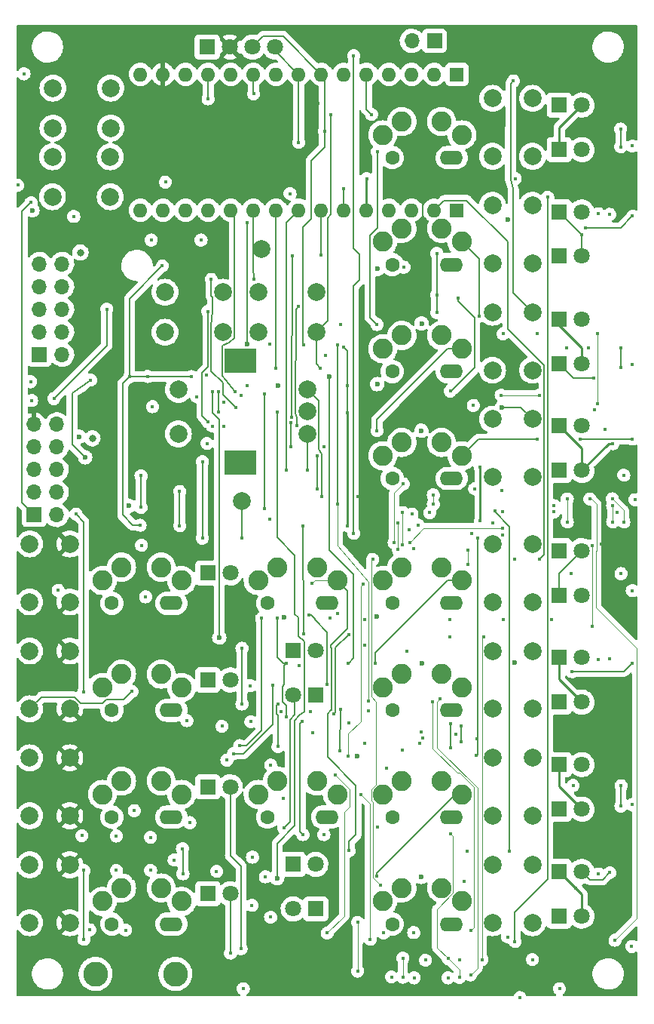
<source format=gbr>
%TF.GenerationSoftware,KiCad,Pcbnew,(6.0.1)*%
%TF.CreationDate,2023-06-05T12:30:56-07:00*%
%TF.ProjectId,main_board,6d61696e-5f62-46f6-9172-642e6b696361,4.2*%
%TF.SameCoordinates,Original*%
%TF.FileFunction,Copper,L1,Top*%
%TF.FilePolarity,Positive*%
%FSLAX46Y46*%
G04 Gerber Fmt 4.6, Leading zero omitted, Abs format (unit mm)*
G04 Created by KiCad (PCBNEW (6.0.1)) date 2023-06-05 12:30:56*
%MOMM*%
%LPD*%
G01*
G04 APERTURE LIST*
%TA.AperFunction,ComponentPad*%
%ADD10R,1.800000X1.800000*%
%TD*%
%TA.AperFunction,ComponentPad*%
%ADD11C,1.800000*%
%TD*%
%TA.AperFunction,ComponentPad*%
%ADD12C,2.000000*%
%TD*%
%TA.AperFunction,ComponentPad*%
%ADD13C,2.250000*%
%TD*%
%TA.AperFunction,ComponentPad*%
%ADD14O,2.600000X1.600000*%
%TD*%
%TA.AperFunction,ComponentPad*%
%ADD15C,1.600000*%
%TD*%
%TA.AperFunction,ComponentPad*%
%ADD16R,3.600000X2.800000*%
%TD*%
%TA.AperFunction,ComponentPad*%
%ADD17R,1.700000X1.700000*%
%TD*%
%TA.AperFunction,ComponentPad*%
%ADD18O,1.700000X1.700000*%
%TD*%
%TA.AperFunction,ComponentPad*%
%ADD19R,1.600000X1.600000*%
%TD*%
%TA.AperFunction,ComponentPad*%
%ADD20O,1.600000X1.600000*%
%TD*%
%TA.AperFunction,ComponentPad*%
%ADD21C,2.800000*%
%TD*%
%TA.AperFunction,ViaPad*%
%ADD22C,0.450000*%
%TD*%
%TA.AperFunction,ViaPad*%
%ADD23C,0.600000*%
%TD*%
%TA.AperFunction,ViaPad*%
%ADD24C,0.800000*%
%TD*%
%TA.AperFunction,Conductor*%
%ADD25C,0.200000*%
%TD*%
%TA.AperFunction,Conductor*%
%ADD26C,0.250000*%
%TD*%
%TA.AperFunction,Conductor*%
%ADD27C,0.120000*%
%TD*%
G04 APERTURE END LIST*
D10*
X111500000Y-88520000D03*
D11*
X114040000Y-88520000D03*
D10*
X111500000Y-138500000D03*
D11*
X114040000Y-138500000D03*
D10*
X111500000Y-121500000D03*
D11*
X114040000Y-121500000D03*
D12*
X104000000Y-139250000D03*
X104000000Y-132750000D03*
X108500000Y-139250000D03*
X108500000Y-132750000D03*
D10*
X84140000Y-125700000D03*
D11*
X81600000Y-125700000D03*
D12*
X104000000Y-151250000D03*
X104000000Y-144750000D03*
X108500000Y-144750000D03*
X108500000Y-151250000D03*
D13*
X91670000Y-148850000D03*
X100570000Y-148850000D03*
X93820000Y-147350000D03*
X98270000Y-147350000D03*
D14*
X99410000Y-151400000D03*
D15*
X92730000Y-151400000D03*
D12*
X104000000Y-58750000D03*
X104000000Y-65250000D03*
X108500000Y-65250000D03*
X108500000Y-58750000D03*
D10*
X111500000Y-100500000D03*
D11*
X114040000Y-100500000D03*
D10*
X111500000Y-59500000D03*
D11*
X114040000Y-59500000D03*
D12*
X104000000Y-127250000D03*
X104000000Y-120750000D03*
X108500000Y-127250000D03*
X108500000Y-120750000D03*
D10*
X111500000Y-145500000D03*
D11*
X114040000Y-145500000D03*
D12*
X61100000Y-62100000D03*
X54600000Y-62100000D03*
X54600000Y-57600000D03*
X61100000Y-57600000D03*
D10*
X111500000Y-71500000D03*
D11*
X114040000Y-71500000D03*
D13*
X91670000Y-62850000D03*
X100570000Y-62850000D03*
X93820000Y-61350000D03*
X98270000Y-61350000D03*
D14*
X99410000Y-65400000D03*
D15*
X92730000Y-65400000D03*
D12*
X104000000Y-82750000D03*
X104000000Y-89250000D03*
X108500000Y-82750000D03*
X108500000Y-89250000D03*
D13*
X77670000Y-112850000D03*
X86570000Y-112850000D03*
X79820000Y-111350000D03*
X84270000Y-111350000D03*
D14*
X85410000Y-115400000D03*
D15*
X78730000Y-115400000D03*
D12*
X61050000Y-69800000D03*
X54550000Y-69800000D03*
X54550000Y-65300000D03*
X61050000Y-65300000D03*
X52000000Y-144750000D03*
X52000000Y-151250000D03*
X56500000Y-144750000D03*
X56500000Y-151250000D03*
X68700000Y-96400000D03*
X68700000Y-91400000D03*
D16*
X75700000Y-99600000D03*
X75700000Y-88200000D03*
D12*
X83200000Y-96400000D03*
X83200000Y-91400000D03*
X83200000Y-93900000D03*
D10*
X72000000Y-112000000D03*
D11*
X74540000Y-112000000D03*
D12*
X104000000Y-108750000D03*
X104000000Y-115250000D03*
X108500000Y-108750000D03*
X108500000Y-115250000D03*
X52000000Y-108750000D03*
X52000000Y-115250000D03*
X56500000Y-115250000D03*
X56500000Y-108750000D03*
D10*
X81600000Y-144700000D03*
D11*
X84140000Y-144700000D03*
D10*
X111500000Y-64500000D03*
D11*
X114040000Y-64500000D03*
D13*
X77670000Y-136850000D03*
X86570000Y-136850000D03*
X79820000Y-135350000D03*
X84270000Y-135350000D03*
D14*
X85410000Y-139400000D03*
D15*
X78730000Y-139400000D03*
D10*
X81600000Y-120700000D03*
D11*
X84140000Y-120700000D03*
D12*
X52000000Y-132750000D03*
X52000000Y-139250000D03*
X56500000Y-139250000D03*
X56500000Y-132750000D03*
D13*
X91670000Y-112850000D03*
X100570000Y-112850000D03*
X93820000Y-111350000D03*
X98270000Y-111350000D03*
D14*
X99410000Y-115400000D03*
D15*
X92730000Y-115400000D03*
D10*
X72000000Y-136000000D03*
D11*
X74540000Y-136000000D03*
D10*
X111500000Y-133500000D03*
D11*
X114040000Y-133500000D03*
D10*
X84140000Y-149700000D03*
D11*
X81600000Y-149700000D03*
D10*
X72000000Y-124000000D03*
D11*
X74540000Y-124000000D03*
D13*
X60170000Y-112850000D03*
X69070000Y-112850000D03*
X62320000Y-111350000D03*
X66770000Y-111350000D03*
D14*
X67910000Y-115400000D03*
D15*
X61230000Y-115400000D03*
D10*
X111500000Y-95500000D03*
D11*
X114040000Y-95500000D03*
D13*
X60170000Y-124850000D03*
X69070000Y-124850000D03*
X62320000Y-123350000D03*
X66770000Y-123350000D03*
D14*
X67910000Y-127400000D03*
D15*
X61230000Y-127400000D03*
D13*
X60170000Y-136850000D03*
X69070000Y-136850000D03*
X62320000Y-135350000D03*
X66770000Y-135350000D03*
D14*
X67910000Y-139400000D03*
D15*
X61230000Y-139400000D03*
D13*
X91670000Y-136850000D03*
X100570000Y-136850000D03*
X93820000Y-135350000D03*
X98270000Y-135350000D03*
D14*
X99410000Y-139400000D03*
D15*
X92730000Y-139400000D03*
D10*
X111500000Y-150500000D03*
D11*
X114040000Y-150500000D03*
D10*
X111500000Y-126500000D03*
D11*
X114040000Y-126500000D03*
D12*
X104000000Y-94750000D03*
X104000000Y-101250000D03*
X108500000Y-94750000D03*
X108500000Y-101250000D03*
D10*
X111500000Y-83500000D03*
D11*
X114040000Y-83500000D03*
D10*
X111500000Y-76450000D03*
D11*
X114040000Y-76450000D03*
D13*
X91670000Y-86850000D03*
X100570000Y-86850000D03*
X93820000Y-85350000D03*
X98270000Y-85350000D03*
D14*
X99410000Y-89400000D03*
D15*
X92730000Y-89400000D03*
D12*
X104000000Y-70750000D03*
X104000000Y-77250000D03*
X108500000Y-70750000D03*
X108500000Y-77250000D03*
D13*
X91670000Y-124850000D03*
X100570000Y-124850000D03*
X93820000Y-123350000D03*
X98270000Y-123350000D03*
D14*
X99410000Y-127400000D03*
D15*
X92730000Y-127400000D03*
D13*
X91670000Y-98850000D03*
X100570000Y-98850000D03*
X93820000Y-97350000D03*
X98270000Y-97350000D03*
D14*
X99410000Y-101400000D03*
D15*
X92730000Y-101400000D03*
D10*
X111500000Y-114500000D03*
D11*
X114040000Y-114500000D03*
D13*
X60170000Y-148850000D03*
X69070000Y-148850000D03*
X62320000Y-147350000D03*
X66770000Y-147350000D03*
D14*
X67910000Y-151400000D03*
D15*
X61230000Y-151400000D03*
D10*
X71940000Y-53000000D03*
D11*
X74480000Y-53000000D03*
X77020000Y-53000000D03*
X79560000Y-53000000D03*
D12*
X52000000Y-120750000D03*
X52000000Y-127250000D03*
X56500000Y-120750000D03*
X56500000Y-127250000D03*
D13*
X91670000Y-74850000D03*
X100570000Y-74850000D03*
X93820000Y-73350000D03*
X98270000Y-73350000D03*
D14*
X99410000Y-77400000D03*
D15*
X92730000Y-77400000D03*
D10*
X111500000Y-109500000D03*
D11*
X114040000Y-109500000D03*
D10*
X72000000Y-148000000D03*
D11*
X74540000Y-148000000D03*
D12*
X77700000Y-80500000D03*
X84200000Y-80500000D03*
X77700000Y-85000000D03*
X84200000Y-85000000D03*
X73700000Y-80500000D03*
X67200000Y-80500000D03*
X67200000Y-85000000D03*
X73700000Y-85000000D03*
D17*
X97475000Y-52300000D03*
D18*
X94935000Y-52300000D03*
D19*
X100000000Y-56060000D03*
D20*
X97460000Y-56060000D03*
X94920000Y-56060000D03*
X92380000Y-56060000D03*
X89840000Y-56060000D03*
X87300000Y-56060000D03*
X84760000Y-56060000D03*
X82220000Y-56060000D03*
X79680000Y-56060000D03*
X77140000Y-56060000D03*
X74600000Y-56060000D03*
X72060000Y-56060000D03*
X69520000Y-56060000D03*
X66980000Y-56060000D03*
X64440000Y-56060000D03*
D17*
X53100000Y-87500000D03*
D18*
X55640000Y-87500000D03*
X53100000Y-84960000D03*
X55640000Y-84960000D03*
X53100000Y-82420000D03*
X55640000Y-82420000D03*
X53100000Y-79880000D03*
X55640000Y-79880000D03*
X53100000Y-77340000D03*
X55640000Y-77340000D03*
D12*
X75800000Y-103900000D03*
D19*
X100000000Y-71300000D03*
D20*
X97460000Y-71300000D03*
X94920000Y-71300000D03*
X92380000Y-71300000D03*
X89840000Y-71300000D03*
X87300000Y-71300000D03*
X84760000Y-71300000D03*
X82220000Y-71300000D03*
X79680000Y-71300000D03*
X77140000Y-71300000D03*
X74600000Y-71300000D03*
X72060000Y-71300000D03*
X69520000Y-71300000D03*
X66980000Y-71300000D03*
X64440000Y-71300000D03*
D17*
X52500000Y-105500000D03*
D18*
X55040000Y-105500000D03*
X52500000Y-102960000D03*
X55040000Y-102960000D03*
X52500000Y-100420000D03*
X55040000Y-100420000D03*
X52500000Y-97880000D03*
X55040000Y-97880000D03*
X52500000Y-95340000D03*
X55040000Y-95340000D03*
D12*
X78050000Y-75650000D03*
D21*
X59400000Y-157000000D03*
X68375000Y-157000000D03*
D22*
X94950000Y-105400000D03*
X52150000Y-70450000D03*
X83175000Y-100450000D03*
X80850000Y-100450000D03*
X84830000Y-103450000D03*
X79680000Y-89039031D03*
X84750000Y-76350000D03*
X81500000Y-76400000D03*
X81400000Y-94500000D03*
D23*
X106500000Y-122050000D03*
X105700000Y-72350000D03*
D22*
X89850000Y-67750000D03*
X106550000Y-67750000D03*
X105700000Y-152850000D03*
X75750000Y-154150000D03*
X62775000Y-152075000D03*
X51350000Y-56000000D03*
X58745489Y-152045489D03*
D23*
X57550000Y-96700000D03*
X52300000Y-71300000D03*
D22*
X63750000Y-138675000D03*
X85884511Y-51325000D03*
X84350000Y-59350000D03*
X66525000Y-130475000D03*
X69000000Y-100450000D03*
X70425000Y-132075000D03*
X61100000Y-52050000D03*
X96175000Y-72475000D03*
X97735000Y-157385000D03*
X100625000Y-103825000D03*
X88850000Y-103450000D03*
X116210000Y-108760000D03*
X63625000Y-146275000D03*
X71362500Y-121862500D03*
X90375000Y-103250000D03*
X63750000Y-142650000D03*
X96200000Y-69975000D03*
X88400000Y-53950000D03*
X88400000Y-107550000D03*
X100450000Y-129200000D03*
X82220000Y-63680000D03*
X101650000Y-107550000D03*
X100450000Y-130925000D03*
X85115000Y-62435000D03*
X99250000Y-128950000D03*
X90098682Y-126348682D03*
X97350000Y-103250000D03*
X97350000Y-104300000D03*
X86600000Y-104300000D03*
X86600000Y-86400000D03*
X82750000Y-86400000D03*
X99250000Y-131600000D03*
X74550000Y-154650000D03*
X110199031Y-69850969D03*
X87275000Y-68900000D03*
X106525000Y-153350000D03*
D23*
X79912500Y-90962500D03*
X96050000Y-122150000D03*
D24*
X59050000Y-96900000D03*
D22*
X115895000Y-145780000D03*
X115895000Y-71705000D03*
D23*
X96000000Y-96050000D03*
D22*
X79070000Y-150630000D03*
X115425000Y-93675000D03*
X65800000Y-93350000D03*
D23*
X96000000Y-146100000D03*
D22*
X83500000Y-127550000D03*
X67250000Y-68150000D03*
X61735000Y-141515000D03*
X64550000Y-108900000D03*
X115895000Y-121705000D03*
D23*
X96050000Y-84000000D03*
D22*
X76000000Y-158650000D03*
D24*
X57700000Y-76050000D03*
D23*
X80600000Y-116950000D03*
X63175000Y-104475000D03*
D22*
X76425000Y-90975000D03*
X94400000Y-120800000D03*
X65555000Y-141670000D03*
X82300000Y-122375000D03*
X57852500Y-141482500D03*
D23*
X91000000Y-116850000D03*
D22*
X69987500Y-140012500D03*
D23*
X91050000Y-77900000D03*
X88800000Y-132550000D03*
D22*
X119705000Y-64100000D03*
X72995000Y-145480000D03*
X119705000Y-88645000D03*
X76800000Y-124650000D03*
X58850000Y-90350000D03*
D23*
X58225000Y-99025000D03*
D22*
X119705000Y-137995000D03*
X91037500Y-140550000D03*
D23*
X91037500Y-90812500D03*
D22*
X52100000Y-90550000D03*
X111525000Y-158650000D03*
X76970000Y-149290000D03*
X119705000Y-113995000D03*
X87700000Y-94050000D03*
X93925000Y-157350000D03*
X87300000Y-86650000D03*
X112400000Y-103700000D03*
X87700000Y-91000000D03*
X99250000Y-91600000D03*
X112400000Y-106275000D03*
X93925000Y-155225000D03*
X100150000Y-81200000D03*
X105225000Y-117250000D03*
X82700000Y-106700000D03*
X100275000Y-157400000D03*
X68850000Y-106700000D03*
X99300000Y-141250000D03*
X99200000Y-117250000D03*
X87850000Y-118900000D03*
X85050000Y-141362011D03*
X87700000Y-106700000D03*
X99005000Y-155255000D03*
X82700000Y-141350000D03*
X117480000Y-103695000D03*
X110675000Y-117250000D03*
X86150000Y-127850000D03*
X82750000Y-118875000D03*
X86900000Y-84150000D03*
X82650000Y-128700000D03*
X76850000Y-128700000D03*
X68850000Y-102850000D03*
X118750000Y-106275000D03*
X64500000Y-104650000D03*
X64500000Y-101100000D03*
X96000000Y-129850000D03*
X83825000Y-129925000D03*
X63500000Y-125300000D03*
X56950000Y-72000000D03*
X55200000Y-113950489D03*
X50650000Y-68500000D03*
X65025000Y-114675000D03*
X109250000Y-110450000D03*
X106450000Y-110450000D03*
X97735000Y-80815000D03*
X97740480Y-76159520D03*
X97750000Y-82800000D03*
X79900000Y-126700000D03*
X75850000Y-126700000D03*
X75850000Y-120450000D03*
X79900480Y-131475000D03*
X71875000Y-89775000D03*
D23*
X85650000Y-89950000D03*
D22*
X87750000Y-122100000D03*
D23*
X73300000Y-119250000D03*
D22*
X72525000Y-91700000D03*
X99225000Y-119200000D03*
D23*
X79800000Y-146250000D03*
D22*
X73175000Y-91700000D03*
X79800000Y-93950000D03*
X73175000Y-93950000D03*
X73800000Y-92825000D03*
X78400000Y-91950000D03*
X105900489Y-143199511D03*
X104250000Y-105070000D03*
X101175000Y-143200000D03*
X78400000Y-104800000D03*
X85725000Y-117025000D03*
X89625000Y-120100000D03*
X89625000Y-117200000D03*
X114040000Y-74040000D03*
X73825000Y-95575000D03*
X82200000Y-82100244D03*
X81999511Y-95450489D03*
X71999855Y-82650145D03*
X72024511Y-95025489D03*
X94050000Y-77700000D03*
X72525000Y-95525000D03*
X81375000Y-97800000D03*
X81375000Y-95150000D03*
X85050000Y-97800000D03*
X84300000Y-102550000D03*
X84300000Y-98850000D03*
X71900000Y-97475000D03*
X101994511Y-102550000D03*
X101850000Y-93200000D03*
X72400000Y-79050000D03*
X75125000Y-93400000D03*
X77150000Y-79050000D03*
X75100000Y-91700000D03*
X75775000Y-92050000D03*
X70750000Y-92225000D03*
X117525000Y-97500000D03*
X80510000Y-137260000D03*
X96175000Y-130500000D03*
X75600000Y-131375000D03*
X78065000Y-117085000D03*
X86825000Y-131925000D03*
X86925000Y-127325000D03*
X93845000Y-131855000D03*
X79075000Y-133550000D03*
X74150000Y-133000000D03*
X58075000Y-145375000D03*
X90245489Y-153095489D03*
X92050000Y-133950000D03*
X89188569Y-136838569D03*
X58075000Y-153100000D03*
X95775000Y-131125000D03*
X89675000Y-131125000D03*
X83350000Y-116725000D03*
X79335000Y-124565000D03*
X85375000Y-124500000D03*
X74900000Y-132275000D03*
X79837500Y-117062500D03*
X80862500Y-122137500D03*
X80800000Y-128175000D03*
X73600000Y-129200000D03*
X87875000Y-128825000D03*
X80570000Y-140630000D03*
X115225000Y-108925000D03*
X115225000Y-117975000D03*
X107075000Y-159650000D03*
X78487989Y-146087011D03*
X69165000Y-142940000D03*
X69225000Y-145750000D03*
X117165000Y-71765000D03*
X115375000Y-90125000D03*
X116665358Y-95915358D03*
X118400480Y-62200480D03*
X118400480Y-64200480D03*
X91050000Y-64750000D03*
X91025000Y-84125000D03*
X114450000Y-73275000D03*
X102500000Y-83200000D03*
X119725000Y-71975000D03*
X118449520Y-86775480D03*
X118435000Y-88925000D03*
X91025000Y-96025000D03*
X112349520Y-86775480D03*
X114799520Y-86775480D03*
X109025000Y-96975000D03*
X119725000Y-96975000D03*
X113850000Y-96975000D03*
X90850000Y-122100000D03*
X118450000Y-112075000D03*
X112875000Y-112075000D03*
X119700000Y-122100000D03*
X112925000Y-123075000D03*
X118450000Y-135875000D03*
X113050000Y-135850000D03*
X118435000Y-138160000D03*
X91000000Y-146000000D03*
X119650000Y-153900000D03*
X117165000Y-121665000D03*
X117165000Y-145635000D03*
X113362500Y-147362500D03*
X77150000Y-58249511D03*
X81249511Y-69450489D03*
X106350000Y-56800000D03*
X84650000Y-89000000D03*
X90400000Y-60550000D03*
D23*
X105050489Y-93450489D03*
D22*
X85859511Y-60590489D03*
X72050000Y-58800000D03*
X104000000Y-106375000D03*
X79000000Y-86300000D03*
X79000000Y-106000000D03*
X76400489Y-72700000D03*
D23*
X76400000Y-86300000D03*
D22*
X77035000Y-143885000D03*
X83725000Y-113175000D03*
X87900000Y-143175000D03*
X80244511Y-127575489D03*
X57200000Y-105400000D03*
X99900000Y-130100000D03*
X58075489Y-125324511D03*
X90100000Y-127450489D03*
X69655479Y-128569521D03*
X71400000Y-108100000D03*
X71400000Y-99512500D03*
X63225000Y-89975000D03*
X102162500Y-132487500D03*
X102300000Y-108100000D03*
X75800000Y-108100000D03*
X65262500Y-89962500D03*
X66900000Y-77550000D03*
X102275000Y-130600000D03*
X64400000Y-106650000D03*
X70150000Y-89975000D03*
X85200000Y-87625000D03*
X104975000Y-92050000D03*
X109275000Y-92050000D03*
X109000000Y-85150000D03*
X115825000Y-85175000D03*
X118750000Y-101025000D03*
X115825000Y-92975000D03*
X105175000Y-85175000D03*
X117500000Y-106275000D03*
X110925000Y-104450000D03*
X117500000Y-104450000D03*
X102625000Y-106175000D03*
X102625000Y-100150000D03*
X86550000Y-116550000D03*
X95150000Y-152350000D03*
X102813489Y-155386511D03*
X100275000Y-155375000D03*
X103000000Y-119175000D03*
X88862500Y-151212500D03*
X99005000Y-157430000D03*
X88850000Y-156675000D03*
X95195000Y-157430000D03*
X100825000Y-146575000D03*
X68215000Y-144210000D03*
X61735000Y-145375000D03*
X65585000Y-145375000D03*
X93975000Y-102000000D03*
X92950000Y-108600000D03*
X105075000Y-102725000D03*
X105125000Y-105100000D03*
X105125000Y-107000000D03*
X110925000Y-105145000D03*
X117978034Y-105225000D03*
X94675000Y-108575000D03*
X120020000Y-103780000D03*
X94650000Y-107125000D03*
X95150000Y-109250000D03*
X101250000Y-109425000D03*
X101250000Y-111075000D03*
X95625000Y-106625000D03*
X105125000Y-107725000D03*
X89432621Y-113232621D03*
X93400000Y-109375000D03*
X93400000Y-106425000D03*
X85425000Y-152400000D03*
X87800000Y-132550000D03*
X86315663Y-134684337D03*
X91750000Y-152400000D03*
X93900000Y-108850000D03*
X93900000Y-105225000D03*
X101550000Y-152100000D03*
X97250000Y-126425000D03*
X98100000Y-126150000D03*
X101550000Y-157100000D03*
X96950000Y-105225000D03*
X90538480Y-110488480D03*
X91450000Y-147075000D03*
X92650000Y-157325000D03*
X96465000Y-155450000D03*
X114940000Y-103710000D03*
X108475000Y-155375000D03*
X117775000Y-153200000D03*
X65650000Y-74650000D03*
X71250000Y-74650000D03*
X52200000Y-92650000D03*
X60650000Y-82400000D03*
X54712500Y-92437500D03*
D25*
X66900000Y-77550000D02*
X63225000Y-81225000D01*
X63225000Y-81225000D02*
X63225000Y-89975000D01*
X51149511Y-71450489D02*
X52150000Y-70450000D01*
X51149511Y-104149511D02*
X51149511Y-71450489D01*
X52500000Y-105500000D02*
X51149511Y-104149511D01*
X80840489Y-99914073D02*
X80840489Y-100440489D01*
X83200000Y-96400000D02*
X83200000Y-100475000D01*
X82220000Y-71300000D02*
X80840489Y-72679511D01*
X80840489Y-72679511D02*
X80840489Y-99914073D01*
X84850000Y-98693584D02*
X84850000Y-103450000D01*
X84499511Y-92699511D02*
X84499511Y-98075000D01*
X84499511Y-98075000D02*
X84850000Y-98693584D01*
X83200000Y-91400000D02*
X84499511Y-92699511D01*
X79680000Y-71300000D02*
X79680000Y-89039031D01*
X81400000Y-94500000D02*
X81500000Y-76400000D01*
X84760000Y-71300000D02*
X84750000Y-76350000D01*
X75739511Y-152039511D02*
X75739511Y-144889511D01*
D26*
X89840000Y-67760000D02*
X89840000Y-71300000D01*
D25*
X74540000Y-143690000D02*
X74540000Y-136000000D01*
D26*
X89850000Y-67750000D02*
X89840000Y-67760000D01*
D25*
X75750000Y-154150000D02*
X75739511Y-152039511D01*
X75739511Y-144889511D02*
X74540000Y-143690000D01*
X96175000Y-70000000D02*
X96200000Y-69975000D01*
X96175000Y-72475000D02*
X96175000Y-70000000D01*
X89049521Y-76224521D02*
X88400000Y-75575000D01*
X82220000Y-56060000D02*
X79560000Y-53400000D01*
X79560000Y-53400000D02*
X79560000Y-53000000D01*
X88374511Y-79825000D02*
X89049521Y-79149990D01*
X82220000Y-56060000D02*
X82220000Y-63680000D01*
X88400000Y-107550000D02*
X88374511Y-107524511D01*
X88400000Y-75575000D02*
X88400000Y-53950000D01*
X100450000Y-129200000D02*
X100450000Y-130925000D01*
X89049521Y-79149990D02*
X89049521Y-76224521D01*
X88374511Y-107524511D02*
X88374511Y-79825000D01*
X84760000Y-56060000D02*
X80500489Y-51800489D01*
X85115000Y-62435000D02*
X85115000Y-64270489D01*
X85115000Y-64270489D02*
X83635489Y-65750000D01*
X99250000Y-128950000D02*
X99250000Y-131600000D01*
X83635489Y-72314511D02*
X82724511Y-73225489D01*
D27*
X97350000Y-104300000D02*
X97350000Y-103250000D01*
D25*
X83635489Y-65750000D02*
X83635489Y-72314511D01*
D27*
X90098682Y-112998682D02*
X86600000Y-108950000D01*
D25*
X80500489Y-51800489D02*
X78219511Y-51800489D01*
X82724511Y-73225489D02*
X82724511Y-86400000D01*
X85115000Y-56415000D02*
X84760000Y-56060000D01*
X85115000Y-62435000D02*
X85115000Y-56415000D01*
D27*
X86600000Y-107400000D02*
X86600000Y-104300000D01*
X86600000Y-108950000D02*
X86600000Y-107400000D01*
D25*
X78219511Y-51800489D02*
X77020000Y-53000000D01*
X86600000Y-104300000D02*
X86600000Y-86400000D01*
D27*
X90098682Y-126348682D02*
X90098682Y-112998682D01*
D25*
X110199031Y-146350969D02*
X106500000Y-150050000D01*
X87300000Y-68925000D02*
X87300000Y-71300000D01*
X74540000Y-153340000D02*
X74540000Y-148000000D01*
X87275000Y-68900000D02*
X87300000Y-68925000D01*
X110199031Y-69850969D02*
X110199031Y-146350969D01*
X74550000Y-154650000D02*
X74540000Y-153340000D01*
X106500000Y-150050000D02*
X106525000Y-153350000D01*
X58850000Y-90350000D02*
X56750489Y-91850489D01*
X56750489Y-97550489D02*
X58225000Y-99025000D01*
X56750489Y-91850489D02*
X56750489Y-97550489D01*
D27*
X93925000Y-155225000D02*
X93925000Y-157350000D01*
D25*
X99250000Y-91600000D02*
X99363951Y-91600000D01*
D27*
X117480000Y-103695000D02*
X118750000Y-104965000D01*
D25*
X82650000Y-128700000D02*
X82395969Y-128954031D01*
X86350489Y-120399511D02*
X86350489Y-127649511D01*
X100150000Y-81500000D02*
X100150000Y-81200000D01*
X87300000Y-86650000D02*
X87700000Y-87050000D01*
X101994511Y-88969440D02*
X101994511Y-83344511D01*
D27*
X118750000Y-104965000D02*
X118750000Y-106275000D01*
D25*
X86350489Y-127649511D02*
X86150000Y-127850000D01*
D27*
X97780480Y-154030480D02*
X97780480Y-149719520D01*
X97780480Y-149719520D02*
X99581511Y-147918489D01*
D25*
X87700000Y-91000000D02*
X87700000Y-94050000D01*
D27*
X99005000Y-155255000D02*
X97780480Y-154030480D01*
D25*
X82395969Y-128954031D02*
X82395969Y-141045969D01*
D27*
X100275000Y-156525000D02*
X100275000Y-157400000D01*
D25*
X68850000Y-106700000D02*
X68850000Y-102825000D01*
X101994511Y-83344511D02*
X100150000Y-81500000D01*
D26*
X87700000Y-106700000D02*
X87700000Y-94050000D01*
D25*
X87850000Y-118900000D02*
X86350489Y-120399511D01*
X82700000Y-106700000D02*
X82750000Y-118875000D01*
X87700000Y-87050000D02*
X87700000Y-91000000D01*
D27*
X99581511Y-141531511D02*
X99300000Y-141250000D01*
D25*
X82395969Y-141045969D02*
X82700000Y-141350000D01*
D27*
X112400000Y-103700000D02*
X112400000Y-106275000D01*
X99005000Y-155255000D02*
X100275000Y-156525000D01*
D25*
X99363951Y-91600000D02*
X101994511Y-88969440D01*
D27*
X99581511Y-147918489D02*
X99581511Y-141531511D01*
D25*
X64500000Y-104650000D02*
X64500000Y-101100000D01*
X60200000Y-126600000D02*
X57687787Y-126600000D01*
X57012787Y-125925000D02*
X53325000Y-125925000D01*
X53325000Y-125925000D02*
X52000000Y-127250000D01*
X62569521Y-126230479D02*
X60569521Y-126230479D01*
X57687787Y-126600000D02*
X57012787Y-125925000D01*
X60569521Y-126230479D02*
X60200000Y-126600000D01*
X63500000Y-125300000D02*
X62569521Y-126230479D01*
X101099511Y-70200489D02*
X98559511Y-70200489D01*
X105700000Y-74800978D02*
X101099511Y-70200489D01*
X109250000Y-110450000D02*
X109799511Y-109950000D01*
X109799511Y-88711724D02*
X105700000Y-84612213D01*
X109799511Y-109950000D02*
X109799511Y-88711724D01*
X98559511Y-70200489D02*
X97460000Y-71300000D01*
X105700000Y-84612213D02*
X105700000Y-74800978D01*
X97735000Y-80815000D02*
X97735000Y-82785000D01*
X97740480Y-80809520D02*
X97740480Y-76159520D01*
X97735000Y-82785000D02*
X97750000Y-82800000D01*
X97735000Y-80815000D02*
X97740480Y-80809520D01*
X75850000Y-120450000D02*
X75850000Y-126700000D01*
X79900480Y-127973230D02*
X79720000Y-127792750D01*
X79720000Y-126880000D02*
X79900000Y-126700000D01*
X79900480Y-131475000D02*
X79900480Y-127973230D01*
X79720000Y-127792750D02*
X79720000Y-126880000D01*
X88374511Y-112124511D02*
X85650000Y-109400000D01*
X85650000Y-109400000D02*
X85650000Y-89950000D01*
X87850000Y-122100000D02*
X88374511Y-121575489D01*
X88374511Y-121575489D02*
X88374511Y-112124511D01*
X72525000Y-94041772D02*
X73264644Y-94781416D01*
X72525000Y-91700000D02*
X72525000Y-94041772D01*
X73264644Y-94781416D02*
X73300000Y-94781416D01*
X73300000Y-94781416D02*
X73300000Y-119200000D01*
X79800000Y-108000000D02*
X79800000Y-93950000D01*
X81800969Y-140334025D02*
X81800969Y-128600969D01*
X82200489Y-119067261D02*
X82824511Y-119691283D01*
X79800000Y-142334994D02*
X81800969Y-140334025D01*
X81800969Y-110000969D02*
X79800000Y-108000000D01*
X79800000Y-146250000D02*
X79800000Y-142334994D01*
X82200489Y-116999520D02*
X81800969Y-116600000D01*
X81800969Y-116600000D02*
X81800969Y-110000969D01*
X82824511Y-119691283D02*
X82824511Y-127560165D01*
X81800969Y-128600969D02*
X82300000Y-128025000D01*
X82300000Y-128025000D02*
X82824511Y-127575489D01*
X82200489Y-116999520D02*
X82200489Y-119067261D01*
X73175000Y-91700000D02*
X73175000Y-93950000D01*
X104250000Y-105150000D02*
X105900489Y-106800489D01*
X105900489Y-106800489D02*
X105900489Y-143199511D01*
X78400000Y-104800000D02*
X78400000Y-91950000D01*
X111500000Y-71500000D02*
X114040000Y-74040000D01*
X114040000Y-74040000D02*
X114040000Y-76450000D01*
X82200000Y-82100244D02*
X81900489Y-82399755D01*
X81825000Y-94150000D02*
X81999511Y-94543095D01*
X81900489Y-82400000D02*
X81825000Y-94150000D01*
X81999511Y-94543095D02*
X81999511Y-95450489D01*
X71999855Y-88908373D02*
X71350489Y-89557739D01*
X71350489Y-89557739D02*
X71350489Y-94351467D01*
X71350489Y-94351467D02*
X72024511Y-95025489D01*
X71999855Y-82650145D02*
X71999855Y-88908373D01*
X81375000Y-95150000D02*
X81375000Y-97800000D01*
X84300000Y-102550000D02*
X84300000Y-98850000D01*
X72400489Y-84301042D02*
X72550000Y-82625000D01*
X73733451Y-90683451D02*
X72400489Y-89350489D01*
X72400000Y-80949511D02*
X72400000Y-79050000D01*
X77150000Y-79050000D02*
X77140000Y-77610000D01*
X72550000Y-82625000D02*
X72500000Y-81049511D01*
X73733451Y-92008451D02*
X73733451Y-90683451D01*
X77140000Y-75910000D02*
X77140000Y-71300000D01*
X75125000Y-93400000D02*
X73733451Y-92008451D01*
X77140000Y-77610000D02*
X77140000Y-75910000D01*
X72400489Y-89350489D02*
X72400489Y-84301042D01*
X72500000Y-81049511D02*
X72400000Y-80949511D01*
X74999511Y-85675000D02*
X74400000Y-86125000D01*
X73600489Y-86500489D02*
X73600489Y-89899511D01*
X74400000Y-86125000D02*
X73600489Y-86500489D01*
X73600489Y-89899511D02*
X75100000Y-91700000D01*
X74999511Y-71699511D02*
X74999511Y-85675000D01*
X74600000Y-71300000D02*
X74999511Y-71699511D01*
D26*
X114050000Y-86725000D02*
X114040000Y-86735000D01*
X114040000Y-86735000D02*
X114040000Y-88520000D01*
X111500000Y-83500000D02*
X111500000Y-84175000D01*
X111500000Y-84175000D02*
X114050000Y-86725000D01*
X117040000Y-97500000D02*
X117525000Y-97500000D01*
X114040000Y-98040000D02*
X114040000Y-100500000D01*
X111500000Y-95500000D02*
X114040000Y-98040000D01*
X114040000Y-100500000D02*
X117040000Y-97500000D01*
D25*
X75600000Y-131375000D02*
X76368584Y-131375000D01*
X78065000Y-129678584D02*
X78065000Y-117085000D01*
X76368584Y-131375000D02*
X78065000Y-129678584D01*
X86825000Y-131925000D02*
X86925000Y-127325000D01*
D27*
X89188569Y-136838569D02*
X90245489Y-137895489D01*
X90245489Y-137895489D02*
X90245489Y-153095489D01*
D25*
X58075000Y-153100000D02*
X58075000Y-145375000D01*
X79335000Y-124565000D02*
X79320480Y-124579520D01*
X79320480Y-128988110D02*
X76033590Y-132275000D01*
X76033590Y-132275000D02*
X74900000Y-132275000D01*
X85375000Y-124500000D02*
X85375000Y-118675000D01*
X83600000Y-116725000D02*
X83350000Y-116725000D01*
X84056416Y-117200000D02*
X84056416Y-117181416D01*
X85375000Y-118675000D02*
X84056416Y-117200000D01*
X84056416Y-117181416D02*
X83600000Y-116725000D01*
X79320480Y-124579520D02*
X79320480Y-128988110D01*
X80375489Y-126475489D02*
X80375489Y-124774511D01*
X80800000Y-126900000D02*
X80375489Y-126475489D01*
X80487500Y-122137500D02*
X80862500Y-122137500D01*
X80605000Y-122395000D02*
X80862500Y-122137500D01*
X80800000Y-128175000D02*
X80800000Y-126900000D01*
X79837500Y-121487500D02*
X80487500Y-122137500D01*
X80605000Y-124545000D02*
X80605000Y-122395000D01*
X80375489Y-124774511D02*
X80605000Y-124545000D01*
X79837500Y-117062500D02*
X79837500Y-121487500D01*
X81784511Y-127940480D02*
X81784511Y-125884511D01*
X81244511Y-128480480D02*
X81784511Y-127940480D01*
X81784511Y-125884511D02*
X81600000Y-125700000D01*
X81244511Y-139955489D02*
X81244511Y-128480480D01*
X80570000Y-140630000D02*
X81244511Y-139955489D01*
D27*
X115225000Y-108925000D02*
X115225000Y-117975000D01*
D25*
X69225000Y-145750000D02*
X69225000Y-143000000D01*
X69225000Y-143000000D02*
X69165000Y-142940000D01*
D26*
X111500000Y-62040000D02*
X111500000Y-64500000D01*
X114040000Y-59500000D02*
X111500000Y-62040000D01*
D25*
X113105000Y-90125000D02*
X115375000Y-90125000D01*
X111500000Y-88520000D02*
X113105000Y-90125000D01*
D26*
X111500000Y-123425000D02*
X111500000Y-123960000D01*
X111500000Y-123960000D02*
X114040000Y-126500000D01*
X111500000Y-121500000D02*
X111500000Y-123425000D01*
X111500000Y-135960000D02*
X114040000Y-138500000D01*
X111500000Y-133500000D02*
X111500000Y-135960000D01*
D25*
X90239520Y-74110480D02*
X90239520Y-83339520D01*
X91050000Y-64750000D02*
X91050000Y-73300000D01*
X90239520Y-83339520D02*
X91025000Y-84125000D01*
X91050000Y-73300000D02*
X90239520Y-74110480D01*
X118400480Y-62200480D02*
X118400480Y-64200480D01*
X114450000Y-73275000D02*
X116650000Y-73275000D01*
X116650000Y-73275000D02*
X118400000Y-73275000D01*
X118400000Y-73275000D02*
X119725000Y-71950000D01*
X102500000Y-76780000D02*
X102500000Y-83200000D01*
X100570000Y-74850000D02*
X102500000Y-76780000D01*
X118435000Y-86790000D02*
X118449520Y-86775480D01*
X100570000Y-86850000D02*
X98979010Y-86850000D01*
X98979010Y-86850000D02*
X91025000Y-94804010D01*
X91025000Y-94804010D02*
X91025000Y-96025000D01*
X118435000Y-88925000D02*
X118435000Y-86790000D01*
X100570000Y-98850000D02*
X102445000Y-96975000D01*
X102445000Y-96975000D02*
X109025000Y-96975000D01*
X113850000Y-96975000D02*
X119725000Y-96975000D01*
X98979010Y-112850000D02*
X90850000Y-120979010D01*
X100570000Y-112850000D02*
X98979010Y-112850000D01*
X90850000Y-120979010D02*
X90850000Y-122100000D01*
X118725000Y-123075000D02*
X119700000Y-122100000D01*
X112925000Y-123075000D02*
X118725000Y-123075000D01*
X100570000Y-136850000D02*
X99806049Y-136850000D01*
X91000000Y-145656049D02*
X91000000Y-146000000D01*
X118450000Y-135875000D02*
X118435000Y-135890000D01*
X118435000Y-135890000D02*
X118435000Y-138160000D01*
X99806049Y-136850000D02*
X91000000Y-145656049D01*
X114040000Y-109500000D02*
X111500000Y-112040000D01*
X111500000Y-112040000D02*
X111500000Y-114500000D01*
X116400000Y-146400000D02*
X117165000Y-145635000D01*
X114940000Y-146400000D02*
X116400000Y-146400000D01*
X114040000Y-145500000D02*
X114940000Y-146400000D01*
D26*
X114040000Y-148040000D02*
X113362500Y-147362500D01*
X114040000Y-150500000D02*
X114040000Y-148040000D01*
X113362500Y-147362500D02*
X111500000Y-145500000D01*
D25*
X77140000Y-58239511D02*
X77140000Y-56060000D01*
X77150000Y-58249511D02*
X77140000Y-58239511D01*
X106025000Y-67900000D02*
X106050000Y-57100000D01*
X108500000Y-82750000D02*
X106343095Y-80593095D01*
X106343095Y-80593095D02*
X106343095Y-68899511D01*
X106343095Y-68899511D02*
X106025000Y-67900000D01*
X106050000Y-57100000D02*
X106350000Y-56800000D01*
X85449992Y-72164952D02*
X85859511Y-71755433D01*
X84650000Y-89000000D02*
X84200000Y-88550000D01*
X84200000Y-88550000D02*
X84200000Y-85000000D01*
X85499510Y-83700490D02*
X85499510Y-79913557D01*
X84200000Y-85000000D02*
X85499510Y-83700490D01*
X85449992Y-79864039D02*
X85449992Y-72164952D01*
X85859511Y-71755433D02*
X85859511Y-60590489D01*
X107200489Y-93450489D02*
X108500000Y-94750000D01*
X89840000Y-59990000D02*
X90400000Y-60550000D01*
X85499510Y-79913557D02*
X85449992Y-79864039D01*
X89840000Y-56060000D02*
X89840000Y-59990000D01*
X105050489Y-93450489D02*
X107200489Y-93450489D01*
X72060000Y-56060000D02*
X72060000Y-58740000D01*
X72060000Y-58740000D02*
X72050000Y-58750000D01*
X76400000Y-86300000D02*
X76400489Y-72700000D01*
X87695000Y-118205000D02*
X85825610Y-120074390D01*
D27*
X84050000Y-112850000D02*
X86570000Y-112850000D01*
D25*
X85899511Y-127350489D02*
X85850000Y-127400000D01*
X86570000Y-112850000D02*
X87695000Y-113975000D01*
X85825610Y-120375610D02*
X85899511Y-120449511D01*
X85450000Y-127825000D02*
X85450000Y-132650000D01*
X87900000Y-142150000D02*
X87900000Y-143175000D01*
X85825610Y-120074390D02*
X85825610Y-120375610D01*
X85899511Y-120449511D02*
X85899511Y-127350489D01*
X85450000Y-132650000D02*
X88650000Y-135850000D01*
X88650000Y-141400000D02*
X87900000Y-142150000D01*
X85850000Y-127400000D02*
X85450000Y-127825000D01*
D27*
X83725000Y-113175000D02*
X84050000Y-112850000D01*
D25*
X85825000Y-120200000D02*
X85825610Y-120375610D01*
X88650000Y-135850000D02*
X88650000Y-141400000D01*
X87695000Y-113975000D02*
X87695000Y-118205000D01*
X58075489Y-106275489D02*
X58075489Y-125324511D01*
X57200000Y-105400000D02*
X58075489Y-106275489D01*
X102300000Y-132350000D02*
X102162500Y-132487500D01*
X63237500Y-89962500D02*
X63225000Y-89975000D01*
X102300000Y-108100000D02*
X102300000Y-132350000D01*
X71400000Y-99512500D02*
X71400000Y-108100000D01*
X62449511Y-105499511D02*
X63600000Y-106650000D01*
X63225000Y-89975000D02*
X62475000Y-90725000D01*
X62475000Y-92425000D02*
X62449511Y-105499511D01*
X63225000Y-89975000D02*
X63200000Y-89950000D01*
X75800000Y-108100000D02*
X75800000Y-103900000D01*
X63600000Y-106650000D02*
X64400000Y-106650000D01*
X70150000Y-89975000D02*
X65262500Y-89962500D01*
X62475000Y-90725000D02*
X62475000Y-92425000D01*
X63237500Y-89962500D02*
X65262500Y-89962500D01*
D27*
X104975000Y-92050000D02*
X109275000Y-92050000D01*
X115825000Y-85175000D02*
X115825000Y-92975000D01*
X117500000Y-106275000D02*
X117500000Y-104450000D01*
D26*
X102625000Y-100150000D02*
X102625000Y-106175000D01*
D27*
X103000000Y-119175000D02*
X102813489Y-119361511D01*
X102813489Y-119361511D02*
X102813489Y-155386511D01*
X88850000Y-151225000D02*
X88850000Y-156675000D01*
X88862500Y-151212500D02*
X88850000Y-151225000D01*
X92950000Y-103025000D02*
X93975000Y-102000000D01*
X92950000Y-108600000D02*
X92950000Y-103025000D01*
X94675000Y-108575000D02*
X96250000Y-107000000D01*
X96250000Y-107000000D02*
X105125000Y-107000000D01*
X101250000Y-109425000D02*
X101250000Y-111075000D01*
X89432621Y-113232621D02*
X89175000Y-113490242D01*
X87350000Y-150475000D02*
X87350000Y-138800000D01*
X87350000Y-138800000D02*
X87921511Y-138228489D01*
X87800000Y-130025000D02*
X87800000Y-132550000D01*
X85425000Y-152400000D02*
X87350000Y-150475000D01*
X89175000Y-113490242D02*
X89175000Y-127325000D01*
X87921511Y-136290185D02*
X86315663Y-134684337D01*
X89175000Y-128650000D02*
X87800000Y-130025000D01*
X89175000Y-127325000D02*
X89175000Y-128650000D01*
X87921511Y-138228489D02*
X87921511Y-136290185D01*
X93400000Y-106425000D02*
X93400000Y-109375000D01*
X101881511Y-136056511D02*
X101881511Y-151768489D01*
X101881511Y-151768489D02*
X101550000Y-152100000D01*
X100276753Y-134451753D02*
X101881511Y-136056511D01*
X97250000Y-126425000D02*
X97250000Y-131675000D01*
X100026753Y-134451753D02*
X100276753Y-134451753D01*
X97250000Y-131675000D02*
X100026753Y-134451753D01*
X93900000Y-105225000D02*
X93900000Y-108850000D01*
X97780480Y-131606848D02*
X102325000Y-136151368D01*
X98100000Y-126150000D02*
X97780480Y-126469520D01*
X102325000Y-136151368D02*
X102325000Y-156325000D01*
X97780480Y-126469520D02*
X97780480Y-131606848D01*
X102325000Y-156325000D02*
X101550000Y-157100000D01*
X90358489Y-125908489D02*
X90920121Y-126470121D01*
X90358489Y-137533489D02*
X90550000Y-137725000D01*
X90358489Y-110668471D02*
X90358489Y-125908489D01*
X90358489Y-136306753D02*
X90358489Y-137533489D01*
X90550000Y-146175000D02*
X91450000Y-147075000D01*
X90538480Y-110488480D02*
X90358489Y-110668471D01*
X90550000Y-137725000D02*
X90550000Y-146175000D01*
X90920121Y-135745121D02*
X90358489Y-136306753D01*
X90920121Y-126470121D02*
X90920121Y-135745121D01*
X120225000Y-120475000D02*
X120225000Y-150750000D01*
X115650000Y-109550000D02*
X115650000Y-115900000D01*
X115675000Y-104275000D02*
X115675000Y-109500000D01*
X114940000Y-103710000D02*
X115110000Y-103710000D01*
X115650000Y-115900000D02*
X120225000Y-120475000D01*
X115110000Y-103710000D02*
X115675000Y-104275000D01*
X120225000Y-150750000D02*
X117775000Y-153200000D01*
D25*
X60650000Y-86500000D02*
X60650000Y-82400000D01*
X54712500Y-92437500D02*
X60650000Y-86500000D01*
%TA.AperFunction,Conductor*%
G36*
X120234121Y-50528002D02*
G01*
X120280614Y-50581658D01*
X120292000Y-50634000D01*
X120292000Y-63374541D01*
X120271998Y-63442662D01*
X120218342Y-63489155D01*
X120148068Y-63499259D01*
X120098486Y-63480926D01*
X120034536Y-63440342D01*
X120034530Y-63440339D01*
X120028580Y-63436563D01*
X119978112Y-63418592D01*
X119880189Y-63383723D01*
X119880187Y-63383722D01*
X119873555Y-63381361D01*
X119866569Y-63380528D01*
X119866565Y-63380527D01*
X119752071Y-63366875D01*
X119710153Y-63361877D01*
X119703150Y-63362613D01*
X119703149Y-63362613D01*
X119659935Y-63367155D01*
X119546495Y-63379078D01*
X119539827Y-63381348D01*
X119397382Y-63429840D01*
X119397379Y-63429841D01*
X119390715Y-63432110D01*
X119250555Y-63518337D01*
X119245525Y-63523263D01*
X119245517Y-63523269D01*
X119223138Y-63545185D01*
X119160473Y-63578556D01*
X119089714Y-63572750D01*
X119033327Y-63529611D01*
X119009214Y-63462835D01*
X119008980Y-63455162D01*
X119008980Y-62648193D01*
X119030032Y-62578465D01*
X119056995Y-62537883D01*
X119115431Y-62384048D01*
X119132092Y-62265499D01*
X119137782Y-62225014D01*
X119137783Y-62225007D01*
X119138333Y-62221090D01*
X119138621Y-62200480D01*
X119120278Y-62036946D01*
X119114478Y-62020289D01*
X119090797Y-61952289D01*
X119066160Y-61881540D01*
X119054756Y-61863289D01*
X118982689Y-61747959D01*
X118978956Y-61741985D01*
X118870182Y-61632449D01*
X118867966Y-61630217D01*
X118867962Y-61630214D01*
X118863002Y-61625219D01*
X118724060Y-61537043D01*
X118674927Y-61519548D01*
X118575669Y-61484203D01*
X118575667Y-61484202D01*
X118569035Y-61481841D01*
X118562049Y-61481008D01*
X118562045Y-61481007D01*
X118447551Y-61467355D01*
X118405633Y-61462357D01*
X118398630Y-61463093D01*
X118398629Y-61463093D01*
X118355415Y-61467635D01*
X118241975Y-61479558D01*
X118235307Y-61481828D01*
X118092862Y-61530320D01*
X118092859Y-61530321D01*
X118086195Y-61532590D01*
X117946035Y-61618817D01*
X117927245Y-61637218D01*
X117854251Y-61708699D01*
X117828462Y-61733953D01*
X117739318Y-61872277D01*
X117736907Y-61878900D01*
X117736906Y-61878903D01*
X117685446Y-62020289D01*
X117685445Y-62020294D01*
X117683036Y-62026912D01*
X117662411Y-62190174D01*
X117678469Y-62353948D01*
X117730412Y-62510095D01*
X117734061Y-62516120D01*
X117773756Y-62581664D01*
X117791980Y-62646936D01*
X117791980Y-63753479D01*
X117771892Y-63821733D01*
X117739318Y-63872277D01*
X117736907Y-63878900D01*
X117736906Y-63878903D01*
X117685446Y-64020289D01*
X117685445Y-64020294D01*
X117683036Y-64026912D01*
X117662411Y-64190174D01*
X117678469Y-64353948D01*
X117730412Y-64510095D01*
X117734061Y-64516120D01*
X117807300Y-64637050D01*
X117815659Y-64650853D01*
X117820550Y-64655918D01*
X117820551Y-64655919D01*
X117838927Y-64674948D01*
X117929971Y-64769227D01*
X118067669Y-64859334D01*
X118221908Y-64916695D01*
X118228889Y-64917626D01*
X118228891Y-64917627D01*
X118378041Y-64937528D01*
X118378045Y-64937528D01*
X118385022Y-64938459D01*
X118392033Y-64937821D01*
X118392037Y-64937821D01*
X118541883Y-64924184D01*
X118541884Y-64924184D01*
X118548904Y-64923545D01*
X118610694Y-64903468D01*
X118698710Y-64874870D01*
X118698713Y-64874869D01*
X118705409Y-64872693D01*
X118846759Y-64788431D01*
X118965929Y-64674948D01*
X118991109Y-64637049D01*
X119045466Y-64591380D01*
X119115886Y-64582348D01*
X119180010Y-64612822D01*
X119186693Y-64619251D01*
X119208268Y-64641592D01*
X119234491Y-64668747D01*
X119372189Y-64758854D01*
X119526428Y-64816215D01*
X119533409Y-64817146D01*
X119533411Y-64817147D01*
X119682561Y-64837048D01*
X119682565Y-64837048D01*
X119689542Y-64837979D01*
X119696553Y-64837341D01*
X119696557Y-64837341D01*
X119846403Y-64823704D01*
X119846404Y-64823704D01*
X119853424Y-64823065D01*
X119882062Y-64813760D01*
X120003230Y-64774390D01*
X120003233Y-64774389D01*
X120009929Y-64772213D01*
X120101482Y-64717636D01*
X120170237Y-64699936D01*
X120237647Y-64722218D01*
X120282309Y-64777406D01*
X120292000Y-64825865D01*
X120292000Y-71236849D01*
X120271998Y-71304970D01*
X120218342Y-71351463D01*
X120148068Y-71361567D01*
X120098485Y-71343234D01*
X120087973Y-71336563D01*
X120048580Y-71311563D01*
X119992627Y-71291639D01*
X119900189Y-71258723D01*
X119900187Y-71258722D01*
X119893555Y-71256361D01*
X119886569Y-71255528D01*
X119886565Y-71255527D01*
X119758524Y-71240260D01*
X119730153Y-71236877D01*
X119723150Y-71237613D01*
X119723149Y-71237613D01*
X119679935Y-71242155D01*
X119566495Y-71254078D01*
X119559827Y-71256348D01*
X119417382Y-71304840D01*
X119417379Y-71304841D01*
X119410715Y-71307110D01*
X119270555Y-71393337D01*
X119233385Y-71429737D01*
X119170569Y-71491251D01*
X119152982Y-71508473D01*
X119063838Y-71646797D01*
X119061427Y-71653420D01*
X119061426Y-71653423D01*
X119013983Y-71783773D01*
X118984677Y-71829774D01*
X118184856Y-72629595D01*
X118122544Y-72663621D01*
X118095761Y-72666500D01*
X117542737Y-72666500D01*
X117474616Y-72646498D01*
X117428123Y-72592842D01*
X117418019Y-72522568D01*
X117447513Y-72457988D01*
X117478219Y-72432271D01*
X117492959Y-72423484D01*
X117611279Y-72352951D01*
X117730449Y-72239468D01*
X117734432Y-72233473D01*
X117817614Y-72108275D01*
X117817615Y-72108273D01*
X117821515Y-72102403D01*
X117879951Y-71948568D01*
X117895706Y-71836466D01*
X117902302Y-71789534D01*
X117902303Y-71789527D01*
X117902853Y-71785610D01*
X117902995Y-71775430D01*
X117903086Y-71768962D01*
X117903086Y-71768956D01*
X117903141Y-71765000D01*
X117884798Y-71601466D01*
X117865213Y-71545224D01*
X117832998Y-71452717D01*
X117830680Y-71446060D01*
X117743476Y-71306505D01*
X117676545Y-71239105D01*
X117632486Y-71194737D01*
X117632482Y-71194734D01*
X117627522Y-71189739D01*
X117488580Y-71101563D01*
X117420703Y-71077393D01*
X117340189Y-71048723D01*
X117340187Y-71048722D01*
X117333555Y-71046361D01*
X117326569Y-71045528D01*
X117326565Y-71045527D01*
X117212071Y-71031875D01*
X117170153Y-71026877D01*
X117163150Y-71027613D01*
X117163149Y-71027613D01*
X117119935Y-71032155D01*
X117006495Y-71044078D01*
X116999827Y-71046348D01*
X116857382Y-71094840D01*
X116857379Y-71094841D01*
X116850715Y-71097110D01*
X116710555Y-71183337D01*
X116705525Y-71188263D01*
X116705517Y-71188269D01*
X116647956Y-71244638D01*
X116585291Y-71278009D01*
X116514532Y-71272203D01*
X116470392Y-71243399D01*
X116362486Y-71134737D01*
X116362482Y-71134734D01*
X116357522Y-71129739D01*
X116218580Y-71041563D01*
X116093065Y-70996869D01*
X116070189Y-70988723D01*
X116070187Y-70988722D01*
X116063555Y-70986361D01*
X116056569Y-70985528D01*
X116056565Y-70985527D01*
X115942071Y-70971875D01*
X115900153Y-70966877D01*
X115893150Y-70967613D01*
X115893149Y-70967613D01*
X115849935Y-70972155D01*
X115736495Y-70984078D01*
X115729827Y-70986348D01*
X115587382Y-71034840D01*
X115587379Y-71034841D01*
X115580715Y-71037110D01*
X115541850Y-71061020D01*
X115473349Y-71079679D01*
X115405635Y-71058341D01*
X115360277Y-71003945D01*
X115287630Y-70836868D01*
X115287628Y-70836865D01*
X115285570Y-70832131D01*
X115159764Y-70637665D01*
X115003887Y-70466358D01*
X114999836Y-70463159D01*
X114999832Y-70463155D01*
X114826177Y-70326011D01*
X114826172Y-70326008D01*
X114822123Y-70322810D01*
X114817607Y-70320317D01*
X114817604Y-70320315D01*
X114623879Y-70213373D01*
X114623875Y-70213371D01*
X114619355Y-70210876D01*
X114614486Y-70209152D01*
X114614482Y-70209150D01*
X114405903Y-70135288D01*
X114405899Y-70135287D01*
X114401028Y-70133562D01*
X114395935Y-70132655D01*
X114395932Y-70132654D01*
X114178095Y-70093851D01*
X114178089Y-70093850D01*
X114173006Y-70092945D01*
X114100096Y-70092054D01*
X113946581Y-70090179D01*
X113946579Y-70090179D01*
X113941411Y-70090116D01*
X113712464Y-70125150D01*
X113492314Y-70197106D01*
X113487726Y-70199494D01*
X113487722Y-70199496D01*
X113306562Y-70293802D01*
X113286872Y-70304052D01*
X113282739Y-70307155D01*
X113282736Y-70307157D01*
X113210085Y-70361705D01*
X113101655Y-70443117D01*
X113091291Y-70453962D01*
X113084170Y-70461414D01*
X113022646Y-70496844D01*
X112951733Y-70493387D01*
X112893947Y-70452141D01*
X112875094Y-70418592D01*
X112853768Y-70361705D01*
X112853767Y-70361704D01*
X112850615Y-70353295D01*
X112763261Y-70236739D01*
X112646705Y-70149385D01*
X112510316Y-70098255D01*
X112448134Y-70091500D01*
X111050923Y-70091500D01*
X110982802Y-70071498D01*
X110936309Y-70017842D01*
X110926149Y-69947965D01*
X110936332Y-69875505D01*
X110936884Y-69871579D01*
X110937172Y-69850969D01*
X110918829Y-69687435D01*
X110912398Y-69668966D01*
X110867029Y-69538686D01*
X110864711Y-69532029D01*
X110860830Y-69525817D01*
X110781240Y-69398448D01*
X110777507Y-69392474D01*
X110698376Y-69312789D01*
X110666517Y-69280706D01*
X110666513Y-69280703D01*
X110661553Y-69275708D01*
X110522611Y-69187532D01*
X110384088Y-69138206D01*
X110374220Y-69134692D01*
X110374218Y-69134691D01*
X110367586Y-69132330D01*
X110360600Y-69131497D01*
X110360596Y-69131496D01*
X110246102Y-69117844D01*
X110204184Y-69112846D01*
X110197181Y-69113582D01*
X110197180Y-69113582D01*
X110158848Y-69117611D01*
X110040526Y-69130047D01*
X110033858Y-69132317D01*
X109891413Y-69180809D01*
X109891410Y-69180810D01*
X109884746Y-69183079D01*
X109744586Y-69269306D01*
X109627013Y-69384442D01*
X109561151Y-69486640D01*
X109507436Y-69533064D01*
X109437150Y-69543079D01*
X109389405Y-69525817D01*
X109191183Y-69404346D01*
X109186963Y-69401760D01*
X109182393Y-69399867D01*
X109182389Y-69399865D01*
X108972167Y-69312789D01*
X108972165Y-69312788D01*
X108967594Y-69310895D01*
X108840161Y-69280301D01*
X108741524Y-69256620D01*
X108741518Y-69256619D01*
X108736711Y-69255465D01*
X108506429Y-69237341D01*
X108504930Y-69237223D01*
X108500000Y-69236835D01*
X108495070Y-69237223D01*
X108493571Y-69237341D01*
X108263289Y-69255465D01*
X108258482Y-69256619D01*
X108258476Y-69256620D01*
X108159839Y-69280301D01*
X108032406Y-69310895D01*
X108027835Y-69312788D01*
X108027833Y-69312789D01*
X107817611Y-69399865D01*
X107817607Y-69399867D01*
X107813037Y-69401760D01*
X107808817Y-69404346D01*
X107614798Y-69523241D01*
X107614792Y-69523245D01*
X107610584Y-69525824D01*
X107527309Y-69596948D01*
X107449539Y-69663370D01*
X107430031Y-69680031D01*
X107275824Y-69860584D01*
X107185560Y-70007881D01*
X107185028Y-70008749D01*
X107132380Y-70056380D01*
X107062338Y-70067987D01*
X106997141Y-70039884D01*
X106957487Y-69980993D01*
X106951595Y-69942914D01*
X106951595Y-68930603D01*
X106952045Y-68919958D01*
X106955490Y-68879324D01*
X106956188Y-68871094D01*
X106945062Y-68808974D01*
X106944170Y-68803227D01*
X106937011Y-68748849D01*
X106935933Y-68740661D01*
X106917163Y-68695347D01*
X106913510Y-68685352D01*
X106912943Y-68683568D01*
X106864094Y-68530076D01*
X106862495Y-68459097D01*
X106899525Y-68398522D01*
X106919642Y-68383636D01*
X106927260Y-68379095D01*
X106996279Y-68337951D01*
X107115449Y-68224468D01*
X107119350Y-68218597D01*
X107202614Y-68093275D01*
X107202615Y-68093273D01*
X107206515Y-68087403D01*
X107264951Y-67933568D01*
X107278584Y-67836563D01*
X107287302Y-67774534D01*
X107287303Y-67774527D01*
X107287853Y-67770610D01*
X107288141Y-67750000D01*
X107269798Y-67586466D01*
X107215680Y-67431060D01*
X107159887Y-67341772D01*
X107132209Y-67297479D01*
X107128476Y-67291505D01*
X107070499Y-67233122D01*
X107017486Y-67179737D01*
X107017482Y-67179734D01*
X107012522Y-67174739D01*
X106873580Y-67086563D01*
X106719519Y-67031704D01*
X106662056Y-66990011D01*
X106636256Y-66923868D01*
X106635787Y-66912714D01*
X106639636Y-65250000D01*
X106986835Y-65250000D01*
X107005465Y-65486711D01*
X107006619Y-65491518D01*
X107006620Y-65491524D01*
X107032504Y-65599338D01*
X107060895Y-65717594D01*
X107062788Y-65722165D01*
X107062789Y-65722167D01*
X107141289Y-65911683D01*
X107151760Y-65936963D01*
X107154346Y-65941183D01*
X107273241Y-66135202D01*
X107273245Y-66135208D01*
X107275824Y-66139416D01*
X107430031Y-66319969D01*
X107610584Y-66474176D01*
X107614792Y-66476755D01*
X107614798Y-66476759D01*
X107713956Y-66537523D01*
X107813037Y-66598240D01*
X107817607Y-66600133D01*
X107817611Y-66600135D01*
X107927505Y-66645654D01*
X108032406Y-66689105D01*
X108112201Y-66708262D01*
X108258476Y-66743380D01*
X108258482Y-66743381D01*
X108263289Y-66744535D01*
X108500000Y-66763165D01*
X108736711Y-66744535D01*
X108741518Y-66743381D01*
X108741524Y-66743380D01*
X108887799Y-66708262D01*
X108967594Y-66689105D01*
X109072495Y-66645654D01*
X109182389Y-66600135D01*
X109182393Y-66600133D01*
X109186963Y-66598240D01*
X109286044Y-66537523D01*
X109385202Y-66476759D01*
X109385208Y-66476755D01*
X109389416Y-66474176D01*
X109569969Y-66319969D01*
X109724176Y-66139416D01*
X109726755Y-66135208D01*
X109726759Y-66135202D01*
X109845654Y-65941183D01*
X109848240Y-65936963D01*
X109858712Y-65911683D01*
X109937211Y-65722167D01*
X109937212Y-65722165D01*
X109939105Y-65717594D01*
X109940259Y-65712787D01*
X109940262Y-65712778D01*
X109940432Y-65712068D01*
X109940571Y-65711826D01*
X109941791Y-65708071D01*
X109942580Y-65708327D01*
X109975780Y-65650497D01*
X110038804Y-65617811D01*
X110109496Y-65624387D01*
X110163778Y-65665910D01*
X110220663Y-65741811D01*
X110236739Y-65763261D01*
X110353295Y-65850615D01*
X110489684Y-65901745D01*
X110551866Y-65908500D01*
X112448134Y-65908500D01*
X112510316Y-65901745D01*
X112646705Y-65850615D01*
X112763261Y-65763261D01*
X112850615Y-65646705D01*
X112875180Y-65581178D01*
X112917822Y-65524414D01*
X112984383Y-65499714D01*
X113053732Y-65514921D01*
X113073647Y-65528464D01*
X113149153Y-65591150D01*
X113229349Y-65657730D01*
X113429322Y-65774584D01*
X113434147Y-65776426D01*
X113434148Y-65776427D01*
X113469378Y-65789880D01*
X113645694Y-65857209D01*
X113650760Y-65858240D01*
X113650761Y-65858240D01*
X113703846Y-65869040D01*
X113872656Y-65903385D01*
X114002089Y-65908131D01*
X114098949Y-65911683D01*
X114098953Y-65911683D01*
X114104113Y-65911872D01*
X114109233Y-65911216D01*
X114109235Y-65911216D01*
X114183166Y-65901745D01*
X114333847Y-65882442D01*
X114338795Y-65880957D01*
X114338802Y-65880956D01*
X114550747Y-65817369D01*
X114555690Y-65815886D01*
X114560324Y-65813616D01*
X114759049Y-65716262D01*
X114759052Y-65716260D01*
X114763684Y-65713991D01*
X114952243Y-65579494D01*
X115116303Y-65416005D01*
X115251458Y-65227917D01*
X115276429Y-65177393D01*
X115351784Y-65024922D01*
X115351785Y-65024920D01*
X115354078Y-65020280D01*
X115421408Y-64798671D01*
X115451640Y-64569041D01*
X115452300Y-64542031D01*
X115453245Y-64503365D01*
X115453245Y-64503361D01*
X115453327Y-64500000D01*
X115445410Y-64403704D01*
X115434773Y-64274318D01*
X115434772Y-64274312D01*
X115434349Y-64269167D01*
X115399788Y-64131572D01*
X115379184Y-64049544D01*
X115379183Y-64049540D01*
X115377925Y-64044533D01*
X115375866Y-64039797D01*
X115287630Y-63836868D01*
X115287628Y-63836865D01*
X115285570Y-63832131D01*
X115159764Y-63637665D01*
X115003887Y-63466358D01*
X114999836Y-63463159D01*
X114999832Y-63463155D01*
X114826177Y-63326011D01*
X114826172Y-63326008D01*
X114822123Y-63322810D01*
X114817607Y-63320317D01*
X114817604Y-63320315D01*
X114623879Y-63213373D01*
X114623875Y-63213371D01*
X114619355Y-63210876D01*
X114614486Y-63209152D01*
X114614482Y-63209150D01*
X114405903Y-63135288D01*
X114405899Y-63135287D01*
X114401028Y-63133562D01*
X114395935Y-63132655D01*
X114395932Y-63132654D01*
X114178095Y-63093851D01*
X114178089Y-63093850D01*
X114173006Y-63092945D01*
X114100096Y-63092054D01*
X113946581Y-63090179D01*
X113946579Y-63090179D01*
X113941411Y-63090116D01*
X113712464Y-63125150D01*
X113492314Y-63197106D01*
X113487726Y-63199494D01*
X113487722Y-63199496D01*
X113353144Y-63269553D01*
X113286872Y-63304052D01*
X113282739Y-63307155D01*
X113282736Y-63307157D01*
X113113534Y-63434198D01*
X113101655Y-63443117D01*
X113090145Y-63455162D01*
X113084170Y-63461414D01*
X113022646Y-63496844D01*
X112951733Y-63493387D01*
X112893947Y-63452141D01*
X112875094Y-63418592D01*
X112853768Y-63361705D01*
X112853767Y-63361703D01*
X112850615Y-63353295D01*
X112763261Y-63236739D01*
X112646705Y-63149385D01*
X112510316Y-63098255D01*
X112448134Y-63091500D01*
X112259500Y-63091500D01*
X112191379Y-63071498D01*
X112144886Y-63017842D01*
X112133500Y-62965500D01*
X112133500Y-62354594D01*
X112153502Y-62286473D01*
X112170405Y-62265499D01*
X113542148Y-60893756D01*
X113604460Y-60859730D01*
X113656363Y-60859380D01*
X113752972Y-60879035D01*
X113872656Y-60903385D01*
X114002089Y-60908131D01*
X114098949Y-60911683D01*
X114098953Y-60911683D01*
X114104113Y-60911872D01*
X114109233Y-60911216D01*
X114109235Y-60911216D01*
X114183166Y-60901745D01*
X114333847Y-60882442D01*
X114338795Y-60880957D01*
X114338802Y-60880956D01*
X114550747Y-60817369D01*
X114555690Y-60815886D01*
X114560324Y-60813616D01*
X114759049Y-60716262D01*
X114759052Y-60716260D01*
X114763684Y-60713991D01*
X114952243Y-60579494D01*
X115116303Y-60416005D01*
X115133499Y-60392075D01*
X115201906Y-60296876D01*
X115251458Y-60227917D01*
X115295901Y-60137994D01*
X115351784Y-60024922D01*
X115351785Y-60024920D01*
X115354078Y-60020280D01*
X115421408Y-59798671D01*
X115451640Y-59569041D01*
X115452748Y-59523704D01*
X115453245Y-59503365D01*
X115453245Y-59503361D01*
X115453327Y-59500000D01*
X115442536Y-59368747D01*
X115434773Y-59274318D01*
X115434772Y-59274312D01*
X115434349Y-59269167D01*
X115395067Y-59112777D01*
X115379184Y-59049544D01*
X115379183Y-59049540D01*
X115377925Y-59044533D01*
X115375565Y-59039105D01*
X115287630Y-58836868D01*
X115287628Y-58836865D01*
X115285570Y-58832131D01*
X115159764Y-58637665D01*
X115152619Y-58629812D01*
X115051080Y-58518223D01*
X115003887Y-58466358D01*
X114999836Y-58463159D01*
X114999832Y-58463155D01*
X114826177Y-58326011D01*
X114826172Y-58326008D01*
X114822123Y-58322810D01*
X114817607Y-58320317D01*
X114817604Y-58320315D01*
X114623879Y-58213373D01*
X114623875Y-58213371D01*
X114619355Y-58210876D01*
X114614486Y-58209152D01*
X114614482Y-58209150D01*
X114405903Y-58135288D01*
X114405899Y-58135287D01*
X114401028Y-58133562D01*
X114395935Y-58132655D01*
X114395932Y-58132654D01*
X114178095Y-58093851D01*
X114178089Y-58093850D01*
X114173006Y-58092945D01*
X114100096Y-58092054D01*
X113946581Y-58090179D01*
X113946579Y-58090179D01*
X113941411Y-58090116D01*
X113712464Y-58125150D01*
X113492314Y-58197106D01*
X113487726Y-58199494D01*
X113487722Y-58199496D01*
X113311593Y-58291183D01*
X113286872Y-58304052D01*
X113282739Y-58307155D01*
X113282736Y-58307157D01*
X113105790Y-58440012D01*
X113101655Y-58443117D01*
X113084170Y-58461414D01*
X113022646Y-58496844D01*
X112951733Y-58493387D01*
X112893947Y-58452141D01*
X112875094Y-58418592D01*
X112853768Y-58361705D01*
X112853767Y-58361704D01*
X112850615Y-58353295D01*
X112763261Y-58236739D01*
X112646705Y-58149385D01*
X112510316Y-58098255D01*
X112448134Y-58091500D01*
X110551866Y-58091500D01*
X110489684Y-58098255D01*
X110353295Y-58149385D01*
X110236739Y-58236739D01*
X110231358Y-58243919D01*
X110231357Y-58243920D01*
X110163778Y-58334090D01*
X110106918Y-58376605D01*
X110036100Y-58381631D01*
X109973807Y-58347571D01*
X109942534Y-58291688D01*
X109941791Y-58291929D01*
X109940576Y-58288189D01*
X109940432Y-58287932D01*
X109940262Y-58287222D01*
X109940259Y-58287213D01*
X109939105Y-58282406D01*
X109935642Y-58274045D01*
X109850135Y-58067611D01*
X109850133Y-58067607D01*
X109848240Y-58063037D01*
X109771144Y-57937228D01*
X109726759Y-57864798D01*
X109726755Y-57864792D01*
X109724176Y-57860584D01*
X109569969Y-57680031D01*
X109389416Y-57525824D01*
X109385208Y-57523245D01*
X109385202Y-57523241D01*
X109191183Y-57404346D01*
X109186963Y-57401760D01*
X109182393Y-57399867D01*
X109182389Y-57399865D01*
X108972167Y-57312789D01*
X108972165Y-57312788D01*
X108967594Y-57310895D01*
X108836104Y-57279327D01*
X108741524Y-57256620D01*
X108741518Y-57256619D01*
X108736711Y-57255465D01*
X108500000Y-57236835D01*
X108263289Y-57255465D01*
X108258482Y-57256619D01*
X108258476Y-57256620D01*
X108163896Y-57279327D01*
X108032406Y-57310895D01*
X108027835Y-57312788D01*
X108027833Y-57312789D01*
X107817611Y-57399865D01*
X107817607Y-57399867D01*
X107813037Y-57401760D01*
X107808817Y-57404346D01*
X107614798Y-57523241D01*
X107614792Y-57523245D01*
X107610584Y-57525824D01*
X107430031Y-57680031D01*
X107275824Y-57860584D01*
X107273245Y-57864792D01*
X107273241Y-57864798D01*
X107228856Y-57937228D01*
X107151760Y-58063037D01*
X107149867Y-58067607D01*
X107149865Y-58067611D01*
X107064358Y-58274045D01*
X107060895Y-58282406D01*
X107045601Y-58346109D01*
X107010294Y-58493175D01*
X107005465Y-58513289D01*
X106986835Y-58750000D01*
X107005465Y-58986711D01*
X107006619Y-58991518D01*
X107006620Y-58991524D01*
X107035731Y-59112777D01*
X107060895Y-59217594D01*
X107062788Y-59222165D01*
X107062789Y-59222167D01*
X107148383Y-59428809D01*
X107151760Y-59436963D01*
X107154346Y-59441183D01*
X107273241Y-59635202D01*
X107273245Y-59635208D01*
X107275824Y-59639416D01*
X107430031Y-59819969D01*
X107610584Y-59974176D01*
X107614792Y-59976755D01*
X107614798Y-59976759D01*
X107808817Y-60095654D01*
X107813037Y-60098240D01*
X107817607Y-60100133D01*
X107817611Y-60100135D01*
X108027833Y-60187211D01*
X108032406Y-60189105D01*
X108103258Y-60206115D01*
X108258476Y-60243380D01*
X108258482Y-60243381D01*
X108263289Y-60244535D01*
X108500000Y-60263165D01*
X108736711Y-60244535D01*
X108741518Y-60243381D01*
X108741524Y-60243380D01*
X108896742Y-60206115D01*
X108967594Y-60189105D01*
X108972167Y-60187211D01*
X109182389Y-60100135D01*
X109182393Y-60100133D01*
X109186963Y-60098240D01*
X109191183Y-60095654D01*
X109385202Y-59976759D01*
X109385208Y-59976755D01*
X109389416Y-59974176D01*
X109569969Y-59819969D01*
X109724176Y-59639416D01*
X109726755Y-59635208D01*
X109726759Y-59635202D01*
X109845654Y-59441183D01*
X109848240Y-59436963D01*
X109850135Y-59432389D01*
X109852381Y-59427980D01*
X109854009Y-59428809D01*
X109893630Y-59379633D01*
X109960992Y-59357207D01*
X110029785Y-59374759D01*
X110078167Y-59426716D01*
X110091500Y-59483126D01*
X110091500Y-60448134D01*
X110098255Y-60510316D01*
X110149385Y-60646705D01*
X110236739Y-60763261D01*
X110353295Y-60850615D01*
X110489684Y-60901745D01*
X110551866Y-60908500D01*
X111431405Y-60908500D01*
X111499526Y-60928502D01*
X111546019Y-60982158D01*
X111556123Y-61052432D01*
X111526629Y-61117012D01*
X111520500Y-61123595D01*
X111107747Y-61536348D01*
X111099461Y-61543888D01*
X111092982Y-61548000D01*
X111087557Y-61553777D01*
X111046357Y-61597651D01*
X111043602Y-61600493D01*
X111023865Y-61620230D01*
X111021385Y-61623427D01*
X111013682Y-61632447D01*
X110983414Y-61664679D01*
X110979595Y-61671625D01*
X110979593Y-61671628D01*
X110973652Y-61682434D01*
X110962801Y-61698953D01*
X110950386Y-61714959D01*
X110947241Y-61722228D01*
X110947238Y-61722232D01*
X110932826Y-61755537D01*
X110927609Y-61766187D01*
X110906305Y-61804940D01*
X110904334Y-61812615D01*
X110904334Y-61812616D01*
X110901267Y-61824562D01*
X110894863Y-61843266D01*
X110886819Y-61861855D01*
X110885580Y-61869678D01*
X110885577Y-61869688D01*
X110879901Y-61905524D01*
X110877495Y-61917144D01*
X110866500Y-61959970D01*
X110866500Y-61980224D01*
X110864949Y-61999934D01*
X110861780Y-62019943D01*
X110862526Y-62027835D01*
X110865941Y-62063961D01*
X110866500Y-62075819D01*
X110866500Y-62965500D01*
X110846498Y-63033621D01*
X110792842Y-63080114D01*
X110740500Y-63091500D01*
X110551866Y-63091500D01*
X110489684Y-63098255D01*
X110353295Y-63149385D01*
X110236739Y-63236739D01*
X110149385Y-63353295D01*
X110098255Y-63489684D01*
X110091500Y-63551866D01*
X110091500Y-64516874D01*
X110071498Y-64584995D01*
X110017842Y-64631488D01*
X109947568Y-64641592D01*
X109882988Y-64612098D01*
X109853631Y-64571383D01*
X109852381Y-64572020D01*
X109850135Y-64567611D01*
X109848240Y-64563037D01*
X109841356Y-64551803D01*
X109726759Y-64364798D01*
X109726755Y-64364792D01*
X109724176Y-64360584D01*
X109569969Y-64180031D01*
X109389416Y-64025824D01*
X109385208Y-64023245D01*
X109385202Y-64023241D01*
X109191183Y-63904346D01*
X109186963Y-63901760D01*
X109182393Y-63899867D01*
X109182389Y-63899865D01*
X108972167Y-63812789D01*
X108972165Y-63812788D01*
X108967594Y-63810895D01*
X108867377Y-63786835D01*
X108741524Y-63756620D01*
X108741518Y-63756619D01*
X108736711Y-63755465D01*
X108500000Y-63736835D01*
X108263289Y-63755465D01*
X108258482Y-63756619D01*
X108258476Y-63756620D01*
X108132623Y-63786835D01*
X108032406Y-63810895D01*
X108027835Y-63812788D01*
X108027833Y-63812789D01*
X107817611Y-63899865D01*
X107817607Y-63899867D01*
X107813037Y-63901760D01*
X107808817Y-63904346D01*
X107614798Y-64023241D01*
X107614792Y-64023245D01*
X107610584Y-64025824D01*
X107430031Y-64180031D01*
X107275824Y-64360584D01*
X107273245Y-64364792D01*
X107273241Y-64364798D01*
X107158644Y-64551803D01*
X107151760Y-64563037D01*
X107149867Y-64567607D01*
X107149865Y-64567611D01*
X107066354Y-64769227D01*
X107060895Y-64782406D01*
X107049989Y-64827833D01*
X107019203Y-64956067D01*
X107005465Y-65013289D01*
X106986835Y-65250000D01*
X106639636Y-65250000D01*
X106657479Y-57541978D01*
X106677639Y-57473904D01*
X106718962Y-57434041D01*
X106790227Y-57391559D01*
X106790229Y-57391558D01*
X106796279Y-57387951D01*
X106915449Y-57274468D01*
X106919350Y-57268597D01*
X107002614Y-57143275D01*
X107002615Y-57143273D01*
X107006515Y-57137403D01*
X107064951Y-56983568D01*
X107075277Y-56910093D01*
X107087302Y-56824534D01*
X107087303Y-56824527D01*
X107087853Y-56820610D01*
X107088141Y-56800000D01*
X107069798Y-56636466D01*
X107063998Y-56619809D01*
X107017998Y-56487717D01*
X107015680Y-56481060D01*
X106992739Y-56444346D01*
X106932209Y-56347479D01*
X106928476Y-56341505D01*
X106869988Y-56282607D01*
X106817486Y-56229737D01*
X106817482Y-56229734D01*
X106812522Y-56224739D01*
X106673580Y-56136563D01*
X106624447Y-56119068D01*
X106525189Y-56083723D01*
X106525187Y-56083722D01*
X106518555Y-56081361D01*
X106511569Y-56080528D01*
X106511565Y-56080527D01*
X106397071Y-56066875D01*
X106355153Y-56061877D01*
X106348150Y-56062613D01*
X106348149Y-56062613D01*
X106320920Y-56065475D01*
X106191495Y-56079078D01*
X106184827Y-56081348D01*
X106042382Y-56129840D01*
X106042379Y-56129841D01*
X106035715Y-56132110D01*
X105895555Y-56218337D01*
X105777982Y-56333473D01*
X105688838Y-56471797D01*
X105686427Y-56478420D01*
X105686426Y-56478423D01*
X105634966Y-56619809D01*
X105634965Y-56619814D01*
X105632556Y-56626432D01*
X105632330Y-56628221D01*
X105610863Y-56672995D01*
X105607813Y-56676951D01*
X105592296Y-56697076D01*
X105591930Y-56697521D01*
X105591523Y-56697928D01*
X105567488Y-56729251D01*
X105519188Y-56791895D01*
X105518913Y-56792554D01*
X105518476Y-56793124D01*
X105515386Y-56800584D01*
X105488161Y-56866311D01*
X105488049Y-56866581D01*
X105469908Y-56910093D01*
X105457531Y-56939778D01*
X105457436Y-56940488D01*
X105457162Y-56941149D01*
X105446827Y-57019655D01*
X105441594Y-57058706D01*
X105441592Y-57059269D01*
X105441533Y-57059864D01*
X105437328Y-57091809D01*
X105436250Y-57100000D01*
X105440312Y-57130852D01*
X105441389Y-57147574D01*
X105440341Y-57600000D01*
X105439943Y-57771968D01*
X105419783Y-57840042D01*
X105366020Y-57886411D01*
X105295723Y-57896352D01*
X105231210Y-57866709D01*
X105218132Y-57853507D01*
X105073177Y-57683787D01*
X105069969Y-57680031D01*
X104889416Y-57525824D01*
X104885208Y-57523245D01*
X104885202Y-57523241D01*
X104691183Y-57404346D01*
X104686963Y-57401760D01*
X104682393Y-57399867D01*
X104682389Y-57399865D01*
X104472167Y-57312789D01*
X104472165Y-57312788D01*
X104467594Y-57310895D01*
X104336104Y-57279327D01*
X104241524Y-57256620D01*
X104241518Y-57256619D01*
X104236711Y-57255465D01*
X104000000Y-57236835D01*
X103763289Y-57255465D01*
X103758482Y-57256619D01*
X103758476Y-57256620D01*
X103663896Y-57279327D01*
X103532406Y-57310895D01*
X103527835Y-57312788D01*
X103527833Y-57312789D01*
X103317611Y-57399865D01*
X103317607Y-57399867D01*
X103313037Y-57401760D01*
X103308817Y-57404346D01*
X103114798Y-57523241D01*
X103114792Y-57523245D01*
X103110584Y-57525824D01*
X102930031Y-57680031D01*
X102775824Y-57860584D01*
X102773245Y-57864792D01*
X102773241Y-57864798D01*
X102728856Y-57937228D01*
X102651760Y-58063037D01*
X102649867Y-58067607D01*
X102649865Y-58067611D01*
X102564358Y-58274045D01*
X102560895Y-58282406D01*
X102545601Y-58346109D01*
X102510294Y-58493175D01*
X102505465Y-58513289D01*
X102486835Y-58750000D01*
X102505465Y-58986711D01*
X102506619Y-58991518D01*
X102506620Y-58991524D01*
X102535731Y-59112777D01*
X102560895Y-59217594D01*
X102562788Y-59222165D01*
X102562789Y-59222167D01*
X102648383Y-59428809D01*
X102651760Y-59436963D01*
X102654346Y-59441183D01*
X102773241Y-59635202D01*
X102773245Y-59635208D01*
X102775824Y-59639416D01*
X102930031Y-59819969D01*
X103110584Y-59974176D01*
X103114792Y-59976755D01*
X103114798Y-59976759D01*
X103308817Y-60095654D01*
X103313037Y-60098240D01*
X103317607Y-60100133D01*
X103317611Y-60100135D01*
X103527833Y-60187211D01*
X103532406Y-60189105D01*
X103603258Y-60206115D01*
X103758476Y-60243380D01*
X103758482Y-60243381D01*
X103763289Y-60244535D01*
X104000000Y-60263165D01*
X104236711Y-60244535D01*
X104241518Y-60243381D01*
X104241524Y-60243380D01*
X104396742Y-60206115D01*
X104467594Y-60189105D01*
X104472167Y-60187211D01*
X104682389Y-60100135D01*
X104682393Y-60100133D01*
X104686963Y-60098240D01*
X104691183Y-60095654D01*
X104885202Y-59976759D01*
X104885208Y-59976755D01*
X104889416Y-59974176D01*
X105069969Y-59819969D01*
X105094476Y-59791275D01*
X105213590Y-59651811D01*
X105273041Y-59613002D01*
X105344035Y-59612496D01*
X105404034Y-59650452D01*
X105433987Y-59714821D01*
X105435401Y-59733932D01*
X105424985Y-64233787D01*
X105424937Y-64254398D01*
X105404777Y-64322472D01*
X105351014Y-64368840D01*
X105280717Y-64378782D01*
X105216204Y-64349139D01*
X105203126Y-64335937D01*
X105073177Y-64183787D01*
X105069969Y-64180031D01*
X104889416Y-64025824D01*
X104885208Y-64023245D01*
X104885202Y-64023241D01*
X104691183Y-63904346D01*
X104686963Y-63901760D01*
X104682393Y-63899867D01*
X104682389Y-63899865D01*
X104472167Y-63812789D01*
X104472165Y-63812788D01*
X104467594Y-63810895D01*
X104367377Y-63786835D01*
X104241524Y-63756620D01*
X104241518Y-63756619D01*
X104236711Y-63755465D01*
X104000000Y-63736835D01*
X103763289Y-63755465D01*
X103758482Y-63756619D01*
X103758476Y-63756620D01*
X103632623Y-63786835D01*
X103532406Y-63810895D01*
X103527835Y-63812788D01*
X103527833Y-63812789D01*
X103317611Y-63899865D01*
X103317607Y-63899867D01*
X103313037Y-63901760D01*
X103308817Y-63904346D01*
X103114798Y-64023241D01*
X103114792Y-64023245D01*
X103110584Y-64025824D01*
X102930031Y-64180031D01*
X102775824Y-64360584D01*
X102773245Y-64364792D01*
X102773241Y-64364798D01*
X102658644Y-64551803D01*
X102651760Y-64563037D01*
X102649867Y-64567607D01*
X102649865Y-64567611D01*
X102566354Y-64769227D01*
X102560895Y-64782406D01*
X102549989Y-64827833D01*
X102519203Y-64956067D01*
X102505465Y-65013289D01*
X102486835Y-65250000D01*
X102505465Y-65486711D01*
X102506619Y-65491518D01*
X102506620Y-65491524D01*
X102532504Y-65599338D01*
X102560895Y-65717594D01*
X102562788Y-65722165D01*
X102562789Y-65722167D01*
X102641289Y-65911683D01*
X102651760Y-65936963D01*
X102654346Y-65941183D01*
X102773241Y-66135202D01*
X102773245Y-66135208D01*
X102775824Y-66139416D01*
X102930031Y-66319969D01*
X103110584Y-66474176D01*
X103114792Y-66476755D01*
X103114798Y-66476759D01*
X103213956Y-66537523D01*
X103313037Y-66598240D01*
X103317607Y-66600133D01*
X103317611Y-66600135D01*
X103427505Y-66645654D01*
X103532406Y-66689105D01*
X103612201Y-66708262D01*
X103758476Y-66743380D01*
X103758482Y-66743381D01*
X103763289Y-66744535D01*
X104000000Y-66763165D01*
X104236711Y-66744535D01*
X104241518Y-66743381D01*
X104241524Y-66743380D01*
X104387799Y-66708262D01*
X104467594Y-66689105D01*
X104572495Y-66645654D01*
X104682389Y-66600135D01*
X104682393Y-66600133D01*
X104686963Y-66598240D01*
X104786044Y-66537523D01*
X104885202Y-66476759D01*
X104885208Y-66476755D01*
X104889416Y-66474176D01*
X105069969Y-66319969D01*
X105128363Y-66251599D01*
X105198503Y-66169476D01*
X105257954Y-66130667D01*
X105328949Y-66130161D01*
X105388947Y-66168117D01*
X105418900Y-66232486D01*
X105420314Y-66251593D01*
X105416816Y-67762564D01*
X105416571Y-67868360D01*
X105416121Y-67878712D01*
X105411907Y-67928417D01*
X105421759Y-67983424D01*
X105422880Y-67989685D01*
X105423812Y-67995734D01*
X105431796Y-68057477D01*
X105434935Y-68065105D01*
X105434936Y-68065109D01*
X105450784Y-68103621D01*
X105454329Y-68113358D01*
X105700557Y-68887048D01*
X105728661Y-68975357D01*
X105734595Y-69013568D01*
X105734595Y-70448641D01*
X105714593Y-70516762D01*
X105660937Y-70563255D01*
X105590663Y-70573359D01*
X105526083Y-70543865D01*
X105486076Y-70478055D01*
X105479855Y-70452141D01*
X105439105Y-70282406D01*
X105420189Y-70236739D01*
X105350135Y-70067611D01*
X105350133Y-70067607D01*
X105348240Y-70063037D01*
X105328565Y-70030931D01*
X105226759Y-69864798D01*
X105226755Y-69864792D01*
X105224176Y-69860584D01*
X105069969Y-69680031D01*
X105050462Y-69663370D01*
X104972691Y-69596948D01*
X104889416Y-69525824D01*
X104885208Y-69523245D01*
X104885202Y-69523241D01*
X104691183Y-69404346D01*
X104686963Y-69401760D01*
X104682393Y-69399867D01*
X104682389Y-69399865D01*
X104472167Y-69312789D01*
X104472165Y-69312788D01*
X104467594Y-69310895D01*
X104340161Y-69280301D01*
X104241524Y-69256620D01*
X104241518Y-69256619D01*
X104236711Y-69255465D01*
X104006429Y-69237341D01*
X104004930Y-69237223D01*
X104000000Y-69236835D01*
X103995070Y-69237223D01*
X103993571Y-69237341D01*
X103763289Y-69255465D01*
X103758482Y-69256619D01*
X103758476Y-69256620D01*
X103659839Y-69280301D01*
X103532406Y-69310895D01*
X103527835Y-69312788D01*
X103527833Y-69312789D01*
X103317611Y-69399865D01*
X103317607Y-69399867D01*
X103313037Y-69401760D01*
X103308817Y-69404346D01*
X103114798Y-69523241D01*
X103114792Y-69523245D01*
X103110584Y-69525824D01*
X103027309Y-69596948D01*
X102949539Y-69663370D01*
X102930031Y-69680031D01*
X102775824Y-69860584D01*
X102773245Y-69864792D01*
X102773241Y-69864798D01*
X102671435Y-70030931D01*
X102651760Y-70063037D01*
X102649867Y-70067607D01*
X102649865Y-70067611D01*
X102579811Y-70236739D01*
X102560895Y-70282406D01*
X102546925Y-70340595D01*
X102512955Y-70482089D01*
X102477603Y-70543658D01*
X102414576Y-70576341D01*
X102343885Y-70569760D01*
X102301341Y-70541770D01*
X101563826Y-69804255D01*
X101552959Y-69791864D01*
X101538524Y-69773052D01*
X101533498Y-69766502D01*
X101501586Y-69742015D01*
X101501583Y-69742012D01*
X101490781Y-69733723D01*
X101412940Y-69673993D01*
X101412938Y-69673992D01*
X101406387Y-69668965D01*
X101258362Y-69607651D01*
X101250175Y-69606573D01*
X101250174Y-69606573D01*
X101230302Y-69603957D01*
X101139404Y-69591990D01*
X101139402Y-69591990D01*
X101139396Y-69591989D01*
X101139394Y-69591989D01*
X101139385Y-69591988D01*
X101107700Y-69587817D01*
X101099511Y-69586739D01*
X101067818Y-69590911D01*
X101051375Y-69591989D01*
X98607647Y-69591989D01*
X98591201Y-69590911D01*
X98567699Y-69587817D01*
X98559511Y-69586739D01*
X98551323Y-69587817D01*
X98519640Y-69591988D01*
X98519631Y-69591989D01*
X98519626Y-69591989D01*
X98400661Y-69607651D01*
X98252636Y-69668965D01*
X98252634Y-69668966D01*
X98252635Y-69668966D01*
X98157439Y-69742012D01*
X98157436Y-69742015D01*
X98125524Y-69766502D01*
X98120494Y-69773057D01*
X98106059Y-69791868D01*
X98095192Y-69804259D01*
X97901132Y-69998319D01*
X97838820Y-70032345D01*
X97779426Y-70030931D01*
X97693402Y-70007881D01*
X97693400Y-70007881D01*
X97688087Y-70006457D01*
X97460000Y-69986502D01*
X97231913Y-70006457D01*
X97226600Y-70007881D01*
X97226598Y-70007881D01*
X97016067Y-70064293D01*
X97016065Y-70064294D01*
X97010757Y-70065716D01*
X97005776Y-70068039D01*
X97005775Y-70068039D01*
X96808238Y-70160151D01*
X96808233Y-70160154D01*
X96803251Y-70162477D01*
X96730564Y-70213373D01*
X96620211Y-70290643D01*
X96620208Y-70290645D01*
X96615700Y-70293802D01*
X96453802Y-70455700D01*
X96450645Y-70460208D01*
X96450643Y-70460211D01*
X96413478Y-70513289D01*
X96322477Y-70643251D01*
X96320154Y-70648233D01*
X96320151Y-70648238D01*
X96304195Y-70682457D01*
X96257278Y-70735742D01*
X96189001Y-70755203D01*
X96121041Y-70734661D01*
X96075805Y-70682457D01*
X96059849Y-70648238D01*
X96059846Y-70648233D01*
X96057523Y-70643251D01*
X95966522Y-70513289D01*
X95929357Y-70460211D01*
X95929355Y-70460208D01*
X95926198Y-70455700D01*
X95764300Y-70293802D01*
X95759792Y-70290645D01*
X95759789Y-70290643D01*
X95649436Y-70213373D01*
X95576749Y-70162477D01*
X95571767Y-70160154D01*
X95571762Y-70160151D01*
X95374225Y-70068039D01*
X95374224Y-70068039D01*
X95369243Y-70065716D01*
X95363935Y-70064294D01*
X95363933Y-70064293D01*
X95153402Y-70007881D01*
X95153400Y-70007881D01*
X95148087Y-70006457D01*
X94920000Y-69986502D01*
X94691913Y-70006457D01*
X94686600Y-70007881D01*
X94686598Y-70007881D01*
X94476067Y-70064293D01*
X94476065Y-70064294D01*
X94470757Y-70065716D01*
X94465776Y-70068039D01*
X94465775Y-70068039D01*
X94268238Y-70160151D01*
X94268233Y-70160154D01*
X94263251Y-70162477D01*
X94190564Y-70213373D01*
X94080211Y-70290643D01*
X94080208Y-70290645D01*
X94075700Y-70293802D01*
X93913802Y-70455700D01*
X93910645Y-70460208D01*
X93910643Y-70460211D01*
X93873478Y-70513289D01*
X93782477Y-70643251D01*
X93780154Y-70648233D01*
X93780151Y-70648238D01*
X93764195Y-70682457D01*
X93717278Y-70735742D01*
X93649001Y-70755203D01*
X93581041Y-70734661D01*
X93535805Y-70682457D01*
X93519849Y-70648238D01*
X93519846Y-70648233D01*
X93517523Y-70643251D01*
X93426522Y-70513289D01*
X93389357Y-70460211D01*
X93389355Y-70460208D01*
X93386198Y-70455700D01*
X93224300Y-70293802D01*
X93219792Y-70290645D01*
X93219789Y-70290643D01*
X93109436Y-70213373D01*
X93036749Y-70162477D01*
X93031767Y-70160154D01*
X93031762Y-70160151D01*
X92834225Y-70068039D01*
X92834224Y-70068039D01*
X92829243Y-70065716D01*
X92823935Y-70064294D01*
X92823933Y-70064293D01*
X92613402Y-70007881D01*
X92613400Y-70007881D01*
X92608087Y-70006457D01*
X92380000Y-69986502D01*
X92151913Y-70006457D01*
X92146600Y-70007881D01*
X92146598Y-70007881D01*
X91936067Y-70064293D01*
X91936065Y-70064294D01*
X91930757Y-70065716D01*
X91837749Y-70109086D01*
X91767558Y-70119747D01*
X91702746Y-70090767D01*
X91663889Y-70031347D01*
X91658500Y-69994891D01*
X91658500Y-66483188D01*
X91678502Y-66415067D01*
X91732158Y-66368574D01*
X91802432Y-66358470D01*
X91867012Y-66387964D01*
X91873595Y-66394093D01*
X91885700Y-66406198D01*
X91890208Y-66409355D01*
X91890211Y-66409357D01*
X91898366Y-66415067D01*
X92073251Y-66537523D01*
X92078233Y-66539846D01*
X92078238Y-66539849D01*
X92275775Y-66631961D01*
X92280757Y-66634284D01*
X92286065Y-66635706D01*
X92286067Y-66635707D01*
X92496598Y-66692119D01*
X92496600Y-66692119D01*
X92501913Y-66693543D01*
X92730000Y-66713498D01*
X92958087Y-66693543D01*
X92963400Y-66692119D01*
X92963402Y-66692119D01*
X93173933Y-66635707D01*
X93173935Y-66635706D01*
X93179243Y-66634284D01*
X93184225Y-66631961D01*
X93381762Y-66539849D01*
X93381767Y-66539846D01*
X93386749Y-66537523D01*
X93561634Y-66415067D01*
X93569789Y-66409357D01*
X93569792Y-66409355D01*
X93574300Y-66406198D01*
X93736198Y-66244300D01*
X93744471Y-66232486D01*
X93864366Y-66061257D01*
X93867523Y-66056749D01*
X93869846Y-66051767D01*
X93869849Y-66051762D01*
X93961961Y-65854225D01*
X93961961Y-65854224D01*
X93964284Y-65849243D01*
X93980191Y-65789880D01*
X94022119Y-65633402D01*
X94022119Y-65633400D01*
X94023543Y-65628087D01*
X94043498Y-65400000D01*
X94023543Y-65171913D01*
X93993453Y-65059615D01*
X93965707Y-64956067D01*
X93965706Y-64956065D01*
X93964284Y-64950757D01*
X93961961Y-64945775D01*
X93869849Y-64748238D01*
X93869846Y-64748233D01*
X93867523Y-64743251D01*
X93793160Y-64637050D01*
X93739357Y-64560211D01*
X93739355Y-64560208D01*
X93736198Y-64555700D01*
X93574300Y-64393802D01*
X93569792Y-64390645D01*
X93569789Y-64390643D01*
X93457268Y-64311855D01*
X93386749Y-64262477D01*
X93381767Y-64260154D01*
X93381762Y-64260151D01*
X93184225Y-64168039D01*
X93184224Y-64168039D01*
X93179243Y-64165716D01*
X93173935Y-64164294D01*
X93173933Y-64164293D01*
X93115354Y-64148597D01*
X92977640Y-64111696D01*
X92917018Y-64074745D01*
X92885997Y-64010885D01*
X92894425Y-63940390D01*
X92914441Y-63908160D01*
X92975330Y-63836868D01*
X92995616Y-63813116D01*
X93129960Y-63593887D01*
X93134270Y-63583483D01*
X93226461Y-63360913D01*
X93226462Y-63360911D01*
X93228355Y-63356340D01*
X93257967Y-63232999D01*
X93287223Y-63111139D01*
X93287224Y-63111133D01*
X93288378Y-63106326D01*
X93292564Y-63053141D01*
X93317850Y-62986800D01*
X93374988Y-62944661D01*
X93447590Y-62940509D01*
X93558861Y-62967223D01*
X93558867Y-62967224D01*
X93563674Y-62968378D01*
X93820000Y-62988551D01*
X94076326Y-62968378D01*
X94081133Y-62967224D01*
X94081139Y-62967223D01*
X94239498Y-62929204D01*
X94326340Y-62908355D01*
X94330913Y-62906461D01*
X94559313Y-62811855D01*
X94559317Y-62811853D01*
X94563887Y-62809960D01*
X94783116Y-62675616D01*
X94978631Y-62508631D01*
X95145616Y-62313116D01*
X95279960Y-62093887D01*
X95310446Y-62020289D01*
X95376461Y-61860913D01*
X95376462Y-61860911D01*
X95378355Y-61856340D01*
X95407009Y-61736987D01*
X95437223Y-61611139D01*
X95437224Y-61611133D01*
X95438378Y-61606326D01*
X95458551Y-61350000D01*
X96631449Y-61350000D01*
X96651622Y-61606326D01*
X96652776Y-61611133D01*
X96652777Y-61611139D01*
X96682991Y-61736987D01*
X96711645Y-61856340D01*
X96713538Y-61860911D01*
X96713539Y-61860913D01*
X96779555Y-62020289D01*
X96810040Y-62093887D01*
X96944384Y-62313116D01*
X97111369Y-62508631D01*
X97306884Y-62675616D01*
X97526113Y-62809960D01*
X97530683Y-62811853D01*
X97530687Y-62811855D01*
X97759087Y-62906461D01*
X97763660Y-62908355D01*
X97850502Y-62929204D01*
X98008861Y-62967223D01*
X98008867Y-62967224D01*
X98013674Y-62968378D01*
X98270000Y-62988551D01*
X98526326Y-62968378D01*
X98531133Y-62967224D01*
X98531139Y-62967223D01*
X98651333Y-62938366D01*
X98776340Y-62908355D01*
X98780224Y-62906746D01*
X98850984Y-62904723D01*
X98911783Y-62941383D01*
X98943110Y-63005095D01*
X98944568Y-63016698D01*
X98951622Y-63106326D01*
X98952776Y-63111133D01*
X98952777Y-63111139D01*
X98982033Y-63232999D01*
X99011645Y-63356340D01*
X99013538Y-63360911D01*
X99013539Y-63360913D01*
X99105731Y-63583483D01*
X99110040Y-63593887D01*
X99244384Y-63813116D01*
X99304644Y-63883672D01*
X99333674Y-63948459D01*
X99323069Y-64018659D01*
X99276194Y-64071982D01*
X99208832Y-64091500D01*
X98852873Y-64091500D01*
X98850156Y-64091738D01*
X98850149Y-64091738D01*
X98781480Y-64097746D01*
X98681913Y-64106457D01*
X98676600Y-64107881D01*
X98676598Y-64107881D01*
X98466067Y-64164293D01*
X98466065Y-64164294D01*
X98460757Y-64165716D01*
X98455776Y-64168039D01*
X98455775Y-64168039D01*
X98258238Y-64260151D01*
X98258233Y-64260154D01*
X98253251Y-64262477D01*
X98182732Y-64311855D01*
X98070211Y-64390643D01*
X98070208Y-64390645D01*
X98065700Y-64393802D01*
X97903802Y-64555700D01*
X97900645Y-64560208D01*
X97900643Y-64560211D01*
X97846840Y-64637050D01*
X97772477Y-64743251D01*
X97770154Y-64748233D01*
X97770151Y-64748238D01*
X97678039Y-64945775D01*
X97675716Y-64950757D01*
X97674294Y-64956065D01*
X97674293Y-64956067D01*
X97646547Y-65059615D01*
X97616457Y-65171913D01*
X97596502Y-65400000D01*
X97616457Y-65628087D01*
X97617881Y-65633400D01*
X97617881Y-65633402D01*
X97659810Y-65789880D01*
X97675716Y-65849243D01*
X97678039Y-65854224D01*
X97678039Y-65854225D01*
X97770151Y-66051762D01*
X97770154Y-66051767D01*
X97772477Y-66056749D01*
X97775634Y-66061257D01*
X97895530Y-66232486D01*
X97903802Y-66244300D01*
X98065700Y-66406198D01*
X98070208Y-66409355D01*
X98070211Y-66409357D01*
X98078366Y-66415067D01*
X98253251Y-66537523D01*
X98258233Y-66539846D01*
X98258238Y-66539849D01*
X98455775Y-66631961D01*
X98460757Y-66634284D01*
X98466065Y-66635706D01*
X98466067Y-66635707D01*
X98676598Y-66692119D01*
X98676600Y-66692119D01*
X98681913Y-66693543D01*
X98781480Y-66702254D01*
X98850149Y-66708262D01*
X98850156Y-66708262D01*
X98852873Y-66708500D01*
X99967127Y-66708500D01*
X99969844Y-66708262D01*
X99969851Y-66708262D01*
X100038520Y-66702254D01*
X100138087Y-66693543D01*
X100143400Y-66692119D01*
X100143402Y-66692119D01*
X100353933Y-66635707D01*
X100353935Y-66635706D01*
X100359243Y-66634284D01*
X100364225Y-66631961D01*
X100561762Y-66539849D01*
X100561767Y-66539846D01*
X100566749Y-66537523D01*
X100741634Y-66415067D01*
X100749789Y-66409357D01*
X100749792Y-66409355D01*
X100754300Y-66406198D01*
X100916198Y-66244300D01*
X100924471Y-66232486D01*
X101044366Y-66061257D01*
X101047523Y-66056749D01*
X101049846Y-66051767D01*
X101049849Y-66051762D01*
X101141961Y-65854225D01*
X101141961Y-65854224D01*
X101144284Y-65849243D01*
X101160191Y-65789880D01*
X101202119Y-65633402D01*
X101202119Y-65633400D01*
X101203543Y-65628087D01*
X101223498Y-65400000D01*
X101203543Y-65171913D01*
X101173453Y-65059615D01*
X101145707Y-64956067D01*
X101145706Y-64956065D01*
X101144284Y-64950757D01*
X101141961Y-64945775D01*
X101049849Y-64748238D01*
X101049846Y-64748233D01*
X101047523Y-64743251D01*
X100957064Y-64614062D01*
X100934376Y-64546789D01*
X100951661Y-64477929D01*
X101003430Y-64429344D01*
X101030863Y-64419273D01*
X101040131Y-64417048D01*
X101076340Y-64408355D01*
X101087569Y-64403704D01*
X101309313Y-64311855D01*
X101309317Y-64311853D01*
X101313887Y-64309960D01*
X101533116Y-64175616D01*
X101728631Y-64008631D01*
X101895616Y-63813116D01*
X102029960Y-63593887D01*
X102034270Y-63583483D01*
X102126461Y-63360913D01*
X102126462Y-63360911D01*
X102128355Y-63356340D01*
X102157967Y-63232999D01*
X102187223Y-63111139D01*
X102187224Y-63111133D01*
X102188378Y-63106326D01*
X102208551Y-62850000D01*
X102188378Y-62593674D01*
X102187129Y-62588468D01*
X102129510Y-62348472D01*
X102128355Y-62343660D01*
X102117263Y-62316881D01*
X102031855Y-62110687D01*
X102031853Y-62110683D01*
X102029960Y-62106113D01*
X101895616Y-61886884D01*
X101728631Y-61691369D01*
X101533116Y-61524384D01*
X101313887Y-61390040D01*
X101309317Y-61388147D01*
X101309313Y-61388145D01*
X101080913Y-61293539D01*
X101080911Y-61293538D01*
X101076340Y-61291645D01*
X100989498Y-61270796D01*
X100831139Y-61232777D01*
X100831133Y-61232776D01*
X100826326Y-61231622D01*
X100570000Y-61211449D01*
X100313674Y-61231622D01*
X100308867Y-61232776D01*
X100308861Y-61232777D01*
X100197591Y-61259491D01*
X100063660Y-61291645D01*
X100059776Y-61293254D01*
X99989016Y-61295277D01*
X99928217Y-61258617D01*
X99896890Y-61194905D01*
X99895432Y-61183302D01*
X99891863Y-61137951D01*
X99888378Y-61093674D01*
X99875061Y-61038202D01*
X99837309Y-60880956D01*
X99828355Y-60843660D01*
X99816851Y-60815886D01*
X99731855Y-60610687D01*
X99731853Y-60610683D01*
X99729960Y-60606113D01*
X99595616Y-60386884D01*
X99428631Y-60191369D01*
X99233116Y-60024384D01*
X99013887Y-59890040D01*
X99009317Y-59888147D01*
X99009313Y-59888145D01*
X98780913Y-59793539D01*
X98780911Y-59793538D01*
X98776340Y-59791645D01*
X98689498Y-59770796D01*
X98531139Y-59732777D01*
X98531133Y-59732776D01*
X98526326Y-59731622D01*
X98270000Y-59711449D01*
X98013674Y-59731622D01*
X98008867Y-59732776D01*
X98008861Y-59732777D01*
X97850502Y-59770796D01*
X97763660Y-59791645D01*
X97759089Y-59793538D01*
X97759087Y-59793539D01*
X97530687Y-59888145D01*
X97530683Y-59888147D01*
X97526113Y-59890040D01*
X97306884Y-60024384D01*
X97111369Y-60191369D01*
X96944384Y-60386884D01*
X96810040Y-60606113D01*
X96808147Y-60610683D01*
X96808145Y-60610687D01*
X96723149Y-60815886D01*
X96711645Y-60843660D01*
X96702691Y-60880956D01*
X96664940Y-61038202D01*
X96651622Y-61093674D01*
X96631449Y-61350000D01*
X95458551Y-61350000D01*
X95438378Y-61093674D01*
X95425061Y-61038202D01*
X95387309Y-60880956D01*
X95378355Y-60843660D01*
X95366851Y-60815886D01*
X95281855Y-60610687D01*
X95281853Y-60610683D01*
X95279960Y-60606113D01*
X95145616Y-60386884D01*
X94978631Y-60191369D01*
X94783116Y-60024384D01*
X94563887Y-59890040D01*
X94559317Y-59888147D01*
X94559313Y-59888145D01*
X94330913Y-59793539D01*
X94330911Y-59793538D01*
X94326340Y-59791645D01*
X94239498Y-59770796D01*
X94081139Y-59732777D01*
X94081133Y-59732776D01*
X94076326Y-59731622D01*
X93820000Y-59711449D01*
X93563674Y-59731622D01*
X93558867Y-59732776D01*
X93558861Y-59732777D01*
X93400502Y-59770796D01*
X93313660Y-59791645D01*
X93309089Y-59793538D01*
X93309087Y-59793539D01*
X93080687Y-59888145D01*
X93080683Y-59888147D01*
X93076113Y-59890040D01*
X92856884Y-60024384D01*
X92661369Y-60191369D01*
X92494384Y-60386884D01*
X92360040Y-60606113D01*
X92358147Y-60610683D01*
X92358145Y-60610687D01*
X92273149Y-60815886D01*
X92261645Y-60843660D01*
X92252691Y-60880956D01*
X92214940Y-61038202D01*
X92201622Y-61093674D01*
X92201234Y-61098607D01*
X92197436Y-61146859D01*
X92172150Y-61213200D01*
X92115012Y-61255339D01*
X92042410Y-61259491D01*
X91931139Y-61232777D01*
X91931133Y-61232776D01*
X91926326Y-61231622D01*
X91670000Y-61211449D01*
X91413674Y-61231622D01*
X91408867Y-61232776D01*
X91408861Y-61232777D01*
X91250502Y-61270796D01*
X91163660Y-61291645D01*
X91159089Y-61293538D01*
X91159087Y-61293539D01*
X90930687Y-61388145D01*
X90930683Y-61388147D01*
X90926113Y-61390040D01*
X90706884Y-61524384D01*
X90511369Y-61691369D01*
X90344384Y-61886884D01*
X90210040Y-62106113D01*
X90208147Y-62110683D01*
X90208145Y-62110687D01*
X90122737Y-62316881D01*
X90111645Y-62343660D01*
X90110490Y-62348472D01*
X90052872Y-62588468D01*
X90051622Y-62593674D01*
X90031449Y-62850000D01*
X90051622Y-63106326D01*
X90052776Y-63111133D01*
X90052777Y-63111139D01*
X90082033Y-63232999D01*
X90111645Y-63356340D01*
X90113538Y-63360911D01*
X90113539Y-63360913D01*
X90205731Y-63583483D01*
X90210040Y-63593887D01*
X90344384Y-63813116D01*
X90511369Y-64008631D01*
X90538706Y-64031979D01*
X90577513Y-64091427D01*
X90578021Y-64162421D01*
X90545032Y-64217811D01*
X90483017Y-64278541D01*
X90483011Y-64278548D01*
X90477982Y-64283473D01*
X90388838Y-64421797D01*
X90386427Y-64428420D01*
X90386426Y-64428423D01*
X90334966Y-64569809D01*
X90334965Y-64569814D01*
X90332556Y-64576432D01*
X90311931Y-64739694D01*
X90327989Y-64903468D01*
X90379932Y-65059615D01*
X90383581Y-65065640D01*
X90423276Y-65131184D01*
X90441500Y-65196456D01*
X90441500Y-67027397D01*
X90421498Y-67095518D01*
X90367842Y-67142011D01*
X90297568Y-67152115D01*
X90247986Y-67133782D01*
X90179536Y-67090342D01*
X90179530Y-67090339D01*
X90173580Y-67086563D01*
X90124447Y-67069068D01*
X90025189Y-67033723D01*
X90025187Y-67033722D01*
X90018555Y-67031361D01*
X90011569Y-67030528D01*
X90011565Y-67030527D01*
X89897071Y-67016875D01*
X89855153Y-67011877D01*
X89848150Y-67012613D01*
X89848149Y-67012613D01*
X89804935Y-67017155D01*
X89691495Y-67029078D01*
X89684827Y-67031348D01*
X89542382Y-67079840D01*
X89542379Y-67079841D01*
X89535715Y-67082110D01*
X89395555Y-67168337D01*
X89383914Y-67179737D01*
X89288149Y-67273517D01*
X89277982Y-67283473D01*
X89240409Y-67341774D01*
X89186697Y-67388197D01*
X89116410Y-67398212D01*
X89051867Y-67368637D01*
X89013559Y-67308862D01*
X89008500Y-67273517D01*
X89008500Y-60206115D01*
X89028502Y-60137994D01*
X89082158Y-60091501D01*
X89152432Y-60081397D01*
X89217012Y-60110891D01*
X89250909Y-60157897D01*
X89308476Y-60296876D01*
X89313503Y-60303427D01*
X89313504Y-60303429D01*
X89381520Y-60392069D01*
X89381526Y-60392075D01*
X89406013Y-60423987D01*
X89412568Y-60429017D01*
X89431379Y-60443452D01*
X89443770Y-60454319D01*
X89649485Y-60660034D01*
X89679948Y-60709357D01*
X89729932Y-60859615D01*
X89815179Y-61000373D01*
X89929491Y-61118747D01*
X90067189Y-61208854D01*
X90221428Y-61266215D01*
X90228409Y-61267146D01*
X90228411Y-61267147D01*
X90377561Y-61287048D01*
X90377565Y-61287048D01*
X90384542Y-61287979D01*
X90391553Y-61287341D01*
X90391557Y-61287341D01*
X90541403Y-61273704D01*
X90541404Y-61273704D01*
X90548424Y-61273065D01*
X90672417Y-61232777D01*
X90698230Y-61224390D01*
X90698233Y-61224389D01*
X90704929Y-61222213D01*
X90846279Y-61137951D01*
X90965449Y-61024468D01*
X90981458Y-61000373D01*
X91052614Y-60893275D01*
X91052615Y-60893273D01*
X91056515Y-60887403D01*
X91114951Y-60733568D01*
X91128340Y-60638297D01*
X91137302Y-60574534D01*
X91137303Y-60574527D01*
X91137853Y-60570610D01*
X91138141Y-60550000D01*
X91119798Y-60386466D01*
X91065680Y-60231060D01*
X91039464Y-60189105D01*
X90982209Y-60097479D01*
X90978476Y-60091505D01*
X90902830Y-60015329D01*
X90867486Y-59979737D01*
X90867482Y-59979734D01*
X90862522Y-59974739D01*
X90723580Y-59886563D01*
X90568555Y-59831361D01*
X90567582Y-59831245D01*
X90509419Y-59798870D01*
X90485405Y-59774856D01*
X90451379Y-59712544D01*
X90448500Y-59685761D01*
X90448500Y-57296899D01*
X90468502Y-57228778D01*
X90502229Y-57193686D01*
X90679789Y-57069357D01*
X90679792Y-57069355D01*
X90684300Y-57066198D01*
X90846198Y-56904300D01*
X90977523Y-56716749D01*
X90979846Y-56711767D01*
X90979849Y-56711762D01*
X90995805Y-56677543D01*
X91042722Y-56624258D01*
X91110999Y-56604797D01*
X91178959Y-56625339D01*
X91224195Y-56677543D01*
X91240151Y-56711762D01*
X91240154Y-56711767D01*
X91242477Y-56716749D01*
X91373802Y-56904300D01*
X91535700Y-57066198D01*
X91540208Y-57069355D01*
X91540211Y-57069357D01*
X91548500Y-57075161D01*
X91723251Y-57197523D01*
X91728233Y-57199846D01*
X91728238Y-57199849D01*
X91888261Y-57274468D01*
X91930757Y-57294284D01*
X91936065Y-57295706D01*
X91936067Y-57295707D01*
X92146598Y-57352119D01*
X92146600Y-57352119D01*
X92151913Y-57353543D01*
X92380000Y-57373498D01*
X92608087Y-57353543D01*
X92613400Y-57352119D01*
X92613402Y-57352119D01*
X92823933Y-57295707D01*
X92823935Y-57295706D01*
X92829243Y-57294284D01*
X92871739Y-57274468D01*
X93031762Y-57199849D01*
X93031767Y-57199846D01*
X93036749Y-57197523D01*
X93211500Y-57075161D01*
X93219789Y-57069357D01*
X93219792Y-57069355D01*
X93224300Y-57066198D01*
X93386198Y-56904300D01*
X93517523Y-56716749D01*
X93519846Y-56711767D01*
X93519849Y-56711762D01*
X93535805Y-56677543D01*
X93582722Y-56624258D01*
X93650999Y-56604797D01*
X93718959Y-56625339D01*
X93764195Y-56677543D01*
X93780151Y-56711762D01*
X93780154Y-56711767D01*
X93782477Y-56716749D01*
X93913802Y-56904300D01*
X94075700Y-57066198D01*
X94080208Y-57069355D01*
X94080211Y-57069357D01*
X94088500Y-57075161D01*
X94263251Y-57197523D01*
X94268233Y-57199846D01*
X94268238Y-57199849D01*
X94428261Y-57274468D01*
X94470757Y-57294284D01*
X94476065Y-57295706D01*
X94476067Y-57295707D01*
X94686598Y-57352119D01*
X94686600Y-57352119D01*
X94691913Y-57353543D01*
X94920000Y-57373498D01*
X95148087Y-57353543D01*
X95153400Y-57352119D01*
X95153402Y-57352119D01*
X95363933Y-57295707D01*
X95363935Y-57295706D01*
X95369243Y-57294284D01*
X95411739Y-57274468D01*
X95571762Y-57199849D01*
X95571767Y-57199846D01*
X95576749Y-57197523D01*
X95751500Y-57075161D01*
X95759789Y-57069357D01*
X95759792Y-57069355D01*
X95764300Y-57066198D01*
X95926198Y-56904300D01*
X96057523Y-56716749D01*
X96059846Y-56711767D01*
X96059849Y-56711762D01*
X96075805Y-56677543D01*
X96122722Y-56624258D01*
X96190999Y-56604797D01*
X96258959Y-56625339D01*
X96304195Y-56677543D01*
X96320151Y-56711762D01*
X96320154Y-56711767D01*
X96322477Y-56716749D01*
X96453802Y-56904300D01*
X96615700Y-57066198D01*
X96620208Y-57069355D01*
X96620211Y-57069357D01*
X96628500Y-57075161D01*
X96803251Y-57197523D01*
X96808233Y-57199846D01*
X96808238Y-57199849D01*
X96968261Y-57274468D01*
X97010757Y-57294284D01*
X97016065Y-57295706D01*
X97016067Y-57295707D01*
X97226598Y-57352119D01*
X97226600Y-57352119D01*
X97231913Y-57353543D01*
X97460000Y-57373498D01*
X97688087Y-57353543D01*
X97693400Y-57352119D01*
X97693402Y-57352119D01*
X97903933Y-57295707D01*
X97903935Y-57295706D01*
X97909243Y-57294284D01*
X97951739Y-57274468D01*
X98111762Y-57199849D01*
X98111767Y-57199846D01*
X98116749Y-57197523D01*
X98291500Y-57075161D01*
X98299789Y-57069357D01*
X98299792Y-57069355D01*
X98304300Y-57066198D01*
X98466198Y-56904300D01*
X98469357Y-56899789D01*
X98472892Y-56895576D01*
X98474026Y-56896527D01*
X98524071Y-56856529D01*
X98594690Y-56849224D01*
X98658049Y-56881258D01*
X98694030Y-56942462D01*
X98697082Y-56959517D01*
X98698255Y-56970316D01*
X98749385Y-57106705D01*
X98836739Y-57223261D01*
X98953295Y-57310615D01*
X99089684Y-57361745D01*
X99151866Y-57368500D01*
X100848134Y-57368500D01*
X100910316Y-57361745D01*
X101046705Y-57310615D01*
X101163261Y-57223261D01*
X101250615Y-57106705D01*
X101301745Y-56970316D01*
X101308500Y-56908134D01*
X101308500Y-55211866D01*
X101301745Y-55149684D01*
X101250615Y-55013295D01*
X101163261Y-54896739D01*
X101046705Y-54809385D01*
X100910316Y-54758255D01*
X100848134Y-54751500D01*
X99151866Y-54751500D01*
X99089684Y-54758255D01*
X98953295Y-54809385D01*
X98836739Y-54896739D01*
X98749385Y-55013295D01*
X98698255Y-55149684D01*
X98697083Y-55160474D01*
X98696197Y-55162606D01*
X98695575Y-55165222D01*
X98695152Y-55165121D01*
X98669845Y-55226035D01*
X98611483Y-55266463D01*
X98540529Y-55268922D01*
X98479510Y-55232629D01*
X98472511Y-55223969D01*
X98469354Y-55220207D01*
X98466198Y-55215700D01*
X98304300Y-55053802D01*
X98299792Y-55050645D01*
X98299789Y-55050643D01*
X98128978Y-54931040D01*
X98116749Y-54922477D01*
X98111767Y-54920154D01*
X98111762Y-54920151D01*
X97914225Y-54828039D01*
X97914224Y-54828039D01*
X97909243Y-54825716D01*
X97903935Y-54824294D01*
X97903933Y-54824293D01*
X97693402Y-54767881D01*
X97693400Y-54767881D01*
X97688087Y-54766457D01*
X97460000Y-54746502D01*
X97231913Y-54766457D01*
X97226600Y-54767881D01*
X97226598Y-54767881D01*
X97016067Y-54824293D01*
X97016065Y-54824294D01*
X97010757Y-54825716D01*
X97005776Y-54828039D01*
X97005775Y-54828039D01*
X96808238Y-54920151D01*
X96808233Y-54920154D01*
X96803251Y-54922477D01*
X96791022Y-54931040D01*
X96620211Y-55050643D01*
X96620208Y-55050645D01*
X96615700Y-55053802D01*
X96453802Y-55215700D01*
X96450645Y-55220208D01*
X96450643Y-55220211D01*
X96406172Y-55283723D01*
X96322477Y-55403251D01*
X96320154Y-55408233D01*
X96320151Y-55408238D01*
X96304195Y-55442457D01*
X96257278Y-55495742D01*
X96189001Y-55515203D01*
X96121041Y-55494661D01*
X96075805Y-55442457D01*
X96059849Y-55408238D01*
X96059846Y-55408233D01*
X96057523Y-55403251D01*
X95973828Y-55283723D01*
X95929357Y-55220211D01*
X95929355Y-55220208D01*
X95926198Y-55215700D01*
X95764300Y-55053802D01*
X95759792Y-55050645D01*
X95759789Y-55050643D01*
X95588978Y-54931040D01*
X95576749Y-54922477D01*
X95571767Y-54920154D01*
X95571762Y-54920151D01*
X95374225Y-54828039D01*
X95374224Y-54828039D01*
X95369243Y-54825716D01*
X95363935Y-54824294D01*
X95363933Y-54824293D01*
X95153402Y-54767881D01*
X95153400Y-54767881D01*
X95148087Y-54766457D01*
X94920000Y-54746502D01*
X94691913Y-54766457D01*
X94686600Y-54767881D01*
X94686598Y-54767881D01*
X94476067Y-54824293D01*
X94476065Y-54824294D01*
X94470757Y-54825716D01*
X94465776Y-54828039D01*
X94465775Y-54828039D01*
X94268238Y-54920151D01*
X94268233Y-54920154D01*
X94263251Y-54922477D01*
X94251022Y-54931040D01*
X94080211Y-55050643D01*
X94080208Y-55050645D01*
X94075700Y-55053802D01*
X93913802Y-55215700D01*
X93910645Y-55220208D01*
X93910643Y-55220211D01*
X93866172Y-55283723D01*
X93782477Y-55403251D01*
X93780154Y-55408233D01*
X93780151Y-55408238D01*
X93764195Y-55442457D01*
X93717278Y-55495742D01*
X93649001Y-55515203D01*
X93581041Y-55494661D01*
X93535805Y-55442457D01*
X93519849Y-55408238D01*
X93519846Y-55408233D01*
X93517523Y-55403251D01*
X93433828Y-55283723D01*
X93389357Y-55220211D01*
X93389355Y-55220208D01*
X93386198Y-55215700D01*
X93224300Y-55053802D01*
X93219792Y-55050645D01*
X93219789Y-55050643D01*
X93048978Y-54931040D01*
X93036749Y-54922477D01*
X93031767Y-54920154D01*
X93031762Y-54920151D01*
X92834225Y-54828039D01*
X92834224Y-54828039D01*
X92829243Y-54825716D01*
X92823935Y-54824294D01*
X92823933Y-54824293D01*
X92613402Y-54767881D01*
X92613400Y-54767881D01*
X92608087Y-54766457D01*
X92380000Y-54746502D01*
X92151913Y-54766457D01*
X92146600Y-54767881D01*
X92146598Y-54767881D01*
X91936067Y-54824293D01*
X91936065Y-54824294D01*
X91930757Y-54825716D01*
X91925776Y-54828039D01*
X91925775Y-54828039D01*
X91728238Y-54920151D01*
X91728233Y-54920154D01*
X91723251Y-54922477D01*
X91711022Y-54931040D01*
X91540211Y-55050643D01*
X91540208Y-55050645D01*
X91535700Y-55053802D01*
X91373802Y-55215700D01*
X91370645Y-55220208D01*
X91370643Y-55220211D01*
X91326172Y-55283723D01*
X91242477Y-55403251D01*
X91240154Y-55408233D01*
X91240151Y-55408238D01*
X91224195Y-55442457D01*
X91177278Y-55495742D01*
X91109001Y-55515203D01*
X91041041Y-55494661D01*
X90995805Y-55442457D01*
X90979849Y-55408238D01*
X90979846Y-55408233D01*
X90977523Y-55403251D01*
X90893828Y-55283723D01*
X90849357Y-55220211D01*
X90849355Y-55220208D01*
X90846198Y-55215700D01*
X90684300Y-55053802D01*
X90679792Y-55050645D01*
X90679789Y-55050643D01*
X90508978Y-54931040D01*
X90496749Y-54922477D01*
X90491767Y-54920154D01*
X90491762Y-54920151D01*
X90294225Y-54828039D01*
X90294224Y-54828039D01*
X90289243Y-54825716D01*
X90283935Y-54824294D01*
X90283933Y-54824293D01*
X90073402Y-54767881D01*
X90073400Y-54767881D01*
X90068087Y-54766457D01*
X89840000Y-54746502D01*
X89611913Y-54766457D01*
X89606600Y-54767881D01*
X89606598Y-54767881D01*
X89396067Y-54824293D01*
X89396065Y-54824294D01*
X89390757Y-54825716D01*
X89385776Y-54828039D01*
X89385775Y-54828039D01*
X89187750Y-54920379D01*
X89117558Y-54931040D01*
X89052745Y-54902060D01*
X89013889Y-54842640D01*
X89008500Y-54806184D01*
X89008500Y-54397713D01*
X89029552Y-54327985D01*
X89056515Y-54287403D01*
X89060857Y-54275974D01*
X89109961Y-54146705D01*
X89114951Y-54133568D01*
X89131233Y-54017715D01*
X89137302Y-53974534D01*
X89137303Y-53974527D01*
X89137853Y-53970610D01*
X89138141Y-53950000D01*
X89119798Y-53786466D01*
X89114793Y-53772092D01*
X89076368Y-53661753D01*
X89065680Y-53631060D01*
X89054438Y-53613068D01*
X88982209Y-53497479D01*
X88978476Y-53491505D01*
X88900842Y-53413327D01*
X88867486Y-53379737D01*
X88867482Y-53379734D01*
X88862522Y-53374739D01*
X88723580Y-53286563D01*
X88670649Y-53267715D01*
X88575189Y-53233723D01*
X88575187Y-53233722D01*
X88568555Y-53231361D01*
X88561569Y-53230528D01*
X88561565Y-53230527D01*
X88447071Y-53216875D01*
X88405153Y-53211877D01*
X88398150Y-53212613D01*
X88398149Y-53212613D01*
X88354935Y-53217155D01*
X88241495Y-53229078D01*
X88234827Y-53231348D01*
X88092382Y-53279840D01*
X88092379Y-53279841D01*
X88085715Y-53282110D01*
X87995633Y-53337529D01*
X87951729Y-53364539D01*
X87945555Y-53368337D01*
X87827982Y-53483473D01*
X87738838Y-53621797D01*
X87736427Y-53628420D01*
X87736426Y-53628423D01*
X87684966Y-53769809D01*
X87684965Y-53769814D01*
X87682556Y-53776432D01*
X87661931Y-53939694D01*
X87677989Y-54103468D01*
X87729932Y-54259615D01*
X87740114Y-54276427D01*
X87773276Y-54331184D01*
X87791500Y-54396456D01*
X87791500Y-54672832D01*
X87771498Y-54740953D01*
X87717842Y-54787446D01*
X87647568Y-54797550D01*
X87632895Y-54794540D01*
X87528087Y-54766457D01*
X87300000Y-54746502D01*
X87071913Y-54766457D01*
X87066600Y-54767881D01*
X87066598Y-54767881D01*
X86856067Y-54824293D01*
X86856065Y-54824294D01*
X86850757Y-54825716D01*
X86845776Y-54828039D01*
X86845775Y-54828039D01*
X86648238Y-54920151D01*
X86648233Y-54920154D01*
X86643251Y-54922477D01*
X86631022Y-54931040D01*
X86460211Y-55050643D01*
X86460208Y-55050645D01*
X86455700Y-55053802D01*
X86293802Y-55215700D01*
X86290645Y-55220208D01*
X86290643Y-55220211D01*
X86246172Y-55283723D01*
X86162477Y-55403251D01*
X86160154Y-55408233D01*
X86160151Y-55408238D01*
X86144195Y-55442457D01*
X86097278Y-55495742D01*
X86029001Y-55515203D01*
X85961041Y-55494661D01*
X85915805Y-55442457D01*
X85899849Y-55408238D01*
X85899846Y-55408233D01*
X85897523Y-55403251D01*
X85813828Y-55283723D01*
X85769357Y-55220211D01*
X85769355Y-55220208D01*
X85766198Y-55215700D01*
X85604300Y-55053802D01*
X85599792Y-55050645D01*
X85599789Y-55050643D01*
X85428978Y-54931040D01*
X85416749Y-54922477D01*
X85411767Y-54920154D01*
X85411762Y-54920151D01*
X85214225Y-54828039D01*
X85214224Y-54828039D01*
X85209243Y-54825716D01*
X85203935Y-54824294D01*
X85203933Y-54824293D01*
X84993402Y-54767881D01*
X84993400Y-54767881D01*
X84988087Y-54766457D01*
X84760000Y-54746502D01*
X84531913Y-54766457D01*
X84526600Y-54767881D01*
X84526598Y-54767881D01*
X84440574Y-54790931D01*
X84369597Y-54789241D01*
X84318868Y-54758319D01*
X81827244Y-52266695D01*
X93572251Y-52266695D01*
X93585110Y-52489715D01*
X93586247Y-52494761D01*
X93586248Y-52494767D01*
X93606331Y-52583877D01*
X93634222Y-52707639D01*
X93718266Y-52914616D01*
X93834987Y-53105088D01*
X93981250Y-53273938D01*
X94153126Y-53416632D01*
X94346000Y-53529338D01*
X94554692Y-53609030D01*
X94559760Y-53610061D01*
X94559763Y-53610062D01*
X94596652Y-53617567D01*
X94773597Y-53653567D01*
X94778772Y-53653757D01*
X94778774Y-53653757D01*
X94991673Y-53661564D01*
X94991677Y-53661564D01*
X94996837Y-53661753D01*
X95001957Y-53661097D01*
X95001959Y-53661097D01*
X95213288Y-53634025D01*
X95213289Y-53634025D01*
X95218416Y-53633368D01*
X95226109Y-53631060D01*
X95427429Y-53570661D01*
X95427434Y-53570659D01*
X95432384Y-53569174D01*
X95632994Y-53470896D01*
X95814860Y-53341173D01*
X95923091Y-53233319D01*
X95985462Y-53199404D01*
X96056268Y-53204592D01*
X96113030Y-53247238D01*
X96130012Y-53278341D01*
X96152201Y-53337529D01*
X96174385Y-53396705D01*
X96261739Y-53513261D01*
X96378295Y-53600615D01*
X96514684Y-53651745D01*
X96576866Y-53658500D01*
X98373134Y-53658500D01*
X98435316Y-53651745D01*
X98571705Y-53600615D01*
X98688261Y-53513261D01*
X98775615Y-53396705D01*
X98826745Y-53260316D01*
X98833500Y-53198134D01*
X98833500Y-53107655D01*
X115239858Y-53107655D01*
X115275104Y-53366638D01*
X115276412Y-53371124D01*
X115276412Y-53371126D01*
X115289676Y-53416632D01*
X115348243Y-53617567D01*
X115350203Y-53621820D01*
X115350204Y-53621821D01*
X115364839Y-53653567D01*
X115457668Y-53854928D01*
X115460231Y-53858837D01*
X115598410Y-54069596D01*
X115598414Y-54069601D01*
X115600976Y-54073509D01*
X115775018Y-54268506D01*
X115975970Y-54435637D01*
X115979973Y-54438066D01*
X116195422Y-54568804D01*
X116195426Y-54568806D01*
X116199419Y-54571229D01*
X116440455Y-54672303D01*
X116693783Y-54736641D01*
X116698434Y-54737109D01*
X116698438Y-54737110D01*
X116891308Y-54756531D01*
X116910867Y-54758500D01*
X117066354Y-54758500D01*
X117068679Y-54758327D01*
X117068685Y-54758327D01*
X117256000Y-54744407D01*
X117256004Y-54744406D01*
X117260652Y-54744061D01*
X117265200Y-54743032D01*
X117265206Y-54743031D01*
X117451601Y-54700853D01*
X117515577Y-54686377D01*
X117548814Y-54673452D01*
X117754824Y-54593340D01*
X117754827Y-54593339D01*
X117759177Y-54591647D01*
X117986098Y-54461951D01*
X118191357Y-54300138D01*
X118370443Y-54109763D01*
X118502328Y-53919653D01*
X118516759Y-53898851D01*
X118516761Y-53898848D01*
X118519424Y-53895009D01*
X118549156Y-53834719D01*
X118632960Y-53664781D01*
X118632961Y-53664778D01*
X118635025Y-53660593D01*
X118643530Y-53634025D01*
X118713280Y-53416123D01*
X118714707Y-53411665D01*
X118756721Y-53153693D01*
X118759793Y-52919020D01*
X118760081Y-52897022D01*
X118760081Y-52897019D01*
X118760142Y-52892345D01*
X118724896Y-52633362D01*
X118710473Y-52583877D01*
X118653068Y-52386932D01*
X118651757Y-52382433D01*
X118542332Y-52145072D01*
X118483464Y-52055283D01*
X118401590Y-51930404D01*
X118401586Y-51930399D01*
X118399024Y-51926491D01*
X118224982Y-51731494D01*
X118024030Y-51564363D01*
X117829651Y-51446411D01*
X117804578Y-51431196D01*
X117804574Y-51431194D01*
X117800581Y-51428771D01*
X117559545Y-51327697D01*
X117306217Y-51263359D01*
X117301566Y-51262891D01*
X117301562Y-51262890D01*
X117092271Y-51241816D01*
X117089133Y-51241500D01*
X116933646Y-51241500D01*
X116931321Y-51241673D01*
X116931315Y-51241673D01*
X116744000Y-51255593D01*
X116743996Y-51255594D01*
X116739348Y-51255939D01*
X116734800Y-51256968D01*
X116734794Y-51256969D01*
X116548399Y-51299147D01*
X116484423Y-51313623D01*
X116480071Y-51315315D01*
X116480069Y-51315316D01*
X116245176Y-51406660D01*
X116245173Y-51406661D01*
X116240823Y-51408353D01*
X116013902Y-51538049D01*
X115808643Y-51699862D01*
X115629557Y-51890237D01*
X115480576Y-52104991D01*
X115478510Y-52109181D01*
X115478508Y-52109184D01*
X115400833Y-52266695D01*
X115364975Y-52339407D01*
X115285293Y-52588335D01*
X115243279Y-52846307D01*
X115239858Y-53107655D01*
X98833500Y-53107655D01*
X98833500Y-51401866D01*
X98826745Y-51339684D01*
X98775615Y-51203295D01*
X98688261Y-51086739D01*
X98571705Y-50999385D01*
X98435316Y-50948255D01*
X98373134Y-50941500D01*
X96576866Y-50941500D01*
X96514684Y-50948255D01*
X96378295Y-50999385D01*
X96261739Y-51086739D01*
X96174385Y-51203295D01*
X96171233Y-51211703D01*
X96129919Y-51321907D01*
X96087277Y-51378671D01*
X96020716Y-51403371D01*
X95951367Y-51388163D01*
X95918743Y-51362476D01*
X95868151Y-51306875D01*
X95868142Y-51306866D01*
X95864670Y-51303051D01*
X95860619Y-51299852D01*
X95860615Y-51299848D01*
X95693414Y-51167800D01*
X95693410Y-51167798D01*
X95689359Y-51164598D01*
X95493789Y-51056638D01*
X95488920Y-51054914D01*
X95488916Y-51054912D01*
X95288087Y-50983795D01*
X95288083Y-50983794D01*
X95283212Y-50982069D01*
X95278119Y-50981162D01*
X95278116Y-50981161D01*
X95068373Y-50943800D01*
X95068367Y-50943799D01*
X95063284Y-50942894D01*
X94989452Y-50941992D01*
X94845081Y-50940228D01*
X94845079Y-50940228D01*
X94839911Y-50940165D01*
X94619091Y-50973955D01*
X94406756Y-51043357D01*
X94208607Y-51146507D01*
X94204474Y-51149610D01*
X94204471Y-51149612D01*
X94045508Y-51268965D01*
X94029965Y-51280635D01*
X93983265Y-51329504D01*
X93890132Y-51426962D01*
X93875629Y-51442138D01*
X93749743Y-51626680D01*
X93715943Y-51699496D01*
X93665969Y-51807157D01*
X93655688Y-51829305D01*
X93595989Y-52044570D01*
X93572251Y-52266695D01*
X81827244Y-52266695D01*
X80964804Y-51404255D01*
X80953937Y-51391864D01*
X80939502Y-51373052D01*
X80934476Y-51366502D01*
X80902564Y-51342015D01*
X80902558Y-51342009D01*
X80813918Y-51273993D01*
X80813916Y-51273992D01*
X80807365Y-51268965D01*
X80659340Y-51207651D01*
X80651153Y-51206573D01*
X80651152Y-51206573D01*
X80639947Y-51205098D01*
X80608751Y-51200991D01*
X80540374Y-51191989D01*
X80540371Y-51191989D01*
X80540363Y-51191988D01*
X80508678Y-51187817D01*
X80500489Y-51186739D01*
X80468796Y-51190911D01*
X80452353Y-51191989D01*
X78267647Y-51191989D01*
X78251204Y-51190911D01*
X78219511Y-51186739D01*
X78211322Y-51187817D01*
X78179637Y-51191988D01*
X78179628Y-51191989D01*
X78179626Y-51191989D01*
X78179620Y-51191990D01*
X78179618Y-51191990D01*
X78080054Y-51205098D01*
X78068847Y-51206573D01*
X78068845Y-51206574D01*
X78060660Y-51207651D01*
X77912635Y-51268965D01*
X77872388Y-51299848D01*
X77817448Y-51342004D01*
X77817432Y-51342018D01*
X77792077Y-51361473D01*
X77792074Y-51361476D01*
X77785524Y-51366502D01*
X77780494Y-51373057D01*
X77766059Y-51391868D01*
X77755192Y-51404259D01*
X77544222Y-51615229D01*
X77481910Y-51649255D01*
X77413069Y-51644908D01*
X77400077Y-51640308D01*
X77381028Y-51633562D01*
X77375935Y-51632655D01*
X77375932Y-51632654D01*
X77158095Y-51593851D01*
X77158089Y-51593850D01*
X77153006Y-51592945D01*
X77080096Y-51592054D01*
X76926581Y-51590179D01*
X76926579Y-51590179D01*
X76921411Y-51590116D01*
X76692464Y-51625150D01*
X76472314Y-51697106D01*
X76467726Y-51699494D01*
X76467722Y-51699496D01*
X76271461Y-51801663D01*
X76266872Y-51804052D01*
X76262739Y-51807155D01*
X76262736Y-51807157D01*
X76098587Y-51930404D01*
X76081655Y-51943117D01*
X75921639Y-52110564D01*
X75895203Y-52149318D01*
X75854002Y-52209716D01*
X75799090Y-52254718D01*
X75728565Y-52262889D01*
X75664819Y-52231634D01*
X75654979Y-52219994D01*
X75638538Y-52205835D01*
X75628973Y-52210238D01*
X74852021Y-52987189D01*
X74844408Y-53001132D01*
X74844539Y-53002966D01*
X74848790Y-53009580D01*
X75626307Y-53787096D01*
X75638313Y-53793652D01*
X75664948Y-53773304D01*
X75665827Y-53774454D01*
X75702672Y-53745734D01*
X75773376Y-53739289D01*
X75836340Y-53772092D01*
X75856432Y-53797074D01*
X75876800Y-53830313D01*
X75876806Y-53830321D01*
X75879501Y-53834719D01*
X76031147Y-54009784D01*
X76209349Y-54157730D01*
X76409322Y-54274584D01*
X76414147Y-54276426D01*
X76414148Y-54276427D01*
X76442891Y-54287403D01*
X76625694Y-54357209D01*
X76630760Y-54358240D01*
X76630761Y-54358240D01*
X76637795Y-54359671D01*
X76852656Y-54403385D01*
X76982089Y-54408131D01*
X77078949Y-54411683D01*
X77078953Y-54411683D01*
X77084113Y-54411872D01*
X77089233Y-54411216D01*
X77089235Y-54411216D01*
X77163166Y-54401745D01*
X77313847Y-54382442D01*
X77318795Y-54380957D01*
X77318802Y-54380956D01*
X77530747Y-54317369D01*
X77535690Y-54315886D01*
X77541287Y-54313144D01*
X77739049Y-54216262D01*
X77739052Y-54216260D01*
X77743684Y-54213991D01*
X77932243Y-54079494D01*
X78096303Y-53916005D01*
X78099317Y-53911811D01*
X78099326Y-53911800D01*
X78186960Y-53789844D01*
X78242954Y-53746196D01*
X78313658Y-53739750D01*
X78376622Y-53772553D01*
X78396715Y-53797536D01*
X78416800Y-53830313D01*
X78416806Y-53830321D01*
X78419501Y-53834719D01*
X78571147Y-54009784D01*
X78749349Y-54157730D01*
X78949322Y-54274584D01*
X78954147Y-54276426D01*
X78954148Y-54276427D01*
X78982891Y-54287403D01*
X79165694Y-54357209D01*
X79170760Y-54358240D01*
X79170761Y-54358240D01*
X79177795Y-54359671D01*
X79392656Y-54403385D01*
X79522089Y-54408131D01*
X79618949Y-54411683D01*
X79618953Y-54411683D01*
X79624113Y-54411872D01*
X79629229Y-54411217D01*
X79629243Y-54411216D01*
X79640057Y-54409830D01*
X79710167Y-54421013D01*
X79745164Y-54445713D01*
X79836252Y-54536801D01*
X79870278Y-54599113D01*
X79865213Y-54669928D01*
X79822666Y-54726764D01*
X79756146Y-54751575D01*
X79736175Y-54751416D01*
X79685486Y-54746981D01*
X79685475Y-54746981D01*
X79680000Y-54746502D01*
X79451913Y-54766457D01*
X79446600Y-54767881D01*
X79446598Y-54767881D01*
X79236067Y-54824293D01*
X79236065Y-54824294D01*
X79230757Y-54825716D01*
X79225776Y-54828039D01*
X79225775Y-54828039D01*
X79028238Y-54920151D01*
X79028233Y-54920154D01*
X79023251Y-54922477D01*
X79011022Y-54931040D01*
X78840211Y-55050643D01*
X78840208Y-55050645D01*
X78835700Y-55053802D01*
X78673802Y-55215700D01*
X78670645Y-55220208D01*
X78670643Y-55220211D01*
X78626172Y-55283723D01*
X78542477Y-55403251D01*
X78540154Y-55408233D01*
X78540151Y-55408238D01*
X78524195Y-55442457D01*
X78477278Y-55495742D01*
X78409001Y-55515203D01*
X78341041Y-55494661D01*
X78295805Y-55442457D01*
X78279849Y-55408238D01*
X78279846Y-55408233D01*
X78277523Y-55403251D01*
X78193828Y-55283723D01*
X78149357Y-55220211D01*
X78149355Y-55220208D01*
X78146198Y-55215700D01*
X77984300Y-55053802D01*
X77979792Y-55050645D01*
X77979789Y-55050643D01*
X77808978Y-54931040D01*
X77796749Y-54922477D01*
X77791767Y-54920154D01*
X77791762Y-54920151D01*
X77594225Y-54828039D01*
X77594224Y-54828039D01*
X77589243Y-54825716D01*
X77583935Y-54824294D01*
X77583933Y-54824293D01*
X77373402Y-54767881D01*
X77373400Y-54767881D01*
X77368087Y-54766457D01*
X77140000Y-54746502D01*
X76911913Y-54766457D01*
X76906600Y-54767881D01*
X76906598Y-54767881D01*
X76696067Y-54824293D01*
X76696065Y-54824294D01*
X76690757Y-54825716D01*
X76685776Y-54828039D01*
X76685775Y-54828039D01*
X76488238Y-54920151D01*
X76488233Y-54920154D01*
X76483251Y-54922477D01*
X76471022Y-54931040D01*
X76300211Y-55050643D01*
X76300208Y-55050645D01*
X76295700Y-55053802D01*
X76133802Y-55215700D01*
X76130645Y-55220208D01*
X76130643Y-55220211D01*
X76086172Y-55283723D01*
X76002477Y-55403251D01*
X76000154Y-55408233D01*
X76000151Y-55408238D01*
X75984195Y-55442457D01*
X75937278Y-55495742D01*
X75869001Y-55515203D01*
X75801041Y-55494661D01*
X75755805Y-55442457D01*
X75739849Y-55408238D01*
X75739846Y-55408233D01*
X75737523Y-55403251D01*
X75653828Y-55283723D01*
X75609357Y-55220211D01*
X75609355Y-55220208D01*
X75606198Y-55215700D01*
X75444300Y-55053802D01*
X75439792Y-55050645D01*
X75439789Y-55050643D01*
X75268978Y-54931040D01*
X75256749Y-54922477D01*
X75251767Y-54920154D01*
X75251762Y-54920151D01*
X75054225Y-54828039D01*
X75054224Y-54828039D01*
X75049243Y-54825716D01*
X75043935Y-54824294D01*
X75043933Y-54824293D01*
X74833402Y-54767881D01*
X74833400Y-54767881D01*
X74828087Y-54766457D01*
X74600000Y-54746502D01*
X74371913Y-54766457D01*
X74366600Y-54767881D01*
X74366598Y-54767881D01*
X74156067Y-54824293D01*
X74156065Y-54824294D01*
X74150757Y-54825716D01*
X74145776Y-54828039D01*
X74145775Y-54828039D01*
X73948238Y-54920151D01*
X73948233Y-54920154D01*
X73943251Y-54922477D01*
X73931022Y-54931040D01*
X73760211Y-55050643D01*
X73760208Y-55050645D01*
X73755700Y-55053802D01*
X73593802Y-55215700D01*
X73590645Y-55220208D01*
X73590643Y-55220211D01*
X73546172Y-55283723D01*
X73462477Y-55403251D01*
X73460154Y-55408233D01*
X73460151Y-55408238D01*
X73444195Y-55442457D01*
X73397278Y-55495742D01*
X73329001Y-55515203D01*
X73261041Y-55494661D01*
X73215805Y-55442457D01*
X73199849Y-55408238D01*
X73199846Y-55408233D01*
X73197523Y-55403251D01*
X73113828Y-55283723D01*
X73069357Y-55220211D01*
X73069355Y-55220208D01*
X73066198Y-55215700D01*
X72904300Y-55053802D01*
X72899792Y-55050645D01*
X72899789Y-55050643D01*
X72728978Y-54931040D01*
X72716749Y-54922477D01*
X72711767Y-54920154D01*
X72711762Y-54920151D01*
X72514225Y-54828039D01*
X72514224Y-54828039D01*
X72509243Y-54825716D01*
X72503935Y-54824294D01*
X72503933Y-54824293D01*
X72293402Y-54767881D01*
X72293400Y-54767881D01*
X72288087Y-54766457D01*
X72060000Y-54746502D01*
X71831913Y-54766457D01*
X71826600Y-54767881D01*
X71826598Y-54767881D01*
X71616067Y-54824293D01*
X71616065Y-54824294D01*
X71610757Y-54825716D01*
X71605776Y-54828039D01*
X71605775Y-54828039D01*
X71408238Y-54920151D01*
X71408233Y-54920154D01*
X71403251Y-54922477D01*
X71391022Y-54931040D01*
X71220211Y-55050643D01*
X71220208Y-55050645D01*
X71215700Y-55053802D01*
X71053802Y-55215700D01*
X71050645Y-55220208D01*
X71050643Y-55220211D01*
X71006172Y-55283723D01*
X70922477Y-55403251D01*
X70920154Y-55408233D01*
X70920151Y-55408238D01*
X70904195Y-55442457D01*
X70857278Y-55495742D01*
X70789001Y-55515203D01*
X70721041Y-55494661D01*
X70675805Y-55442457D01*
X70659849Y-55408238D01*
X70659846Y-55408233D01*
X70657523Y-55403251D01*
X70573828Y-55283723D01*
X70529357Y-55220211D01*
X70529355Y-55220208D01*
X70526198Y-55215700D01*
X70364300Y-55053802D01*
X70359792Y-55050645D01*
X70359789Y-55050643D01*
X70188978Y-54931040D01*
X70176749Y-54922477D01*
X70171767Y-54920154D01*
X70171762Y-54920151D01*
X69974225Y-54828039D01*
X69974224Y-54828039D01*
X69969243Y-54825716D01*
X69963935Y-54824294D01*
X69963933Y-54824293D01*
X69753402Y-54767881D01*
X69753400Y-54767881D01*
X69748087Y-54766457D01*
X69520000Y-54746502D01*
X69291913Y-54766457D01*
X69286600Y-54767881D01*
X69286598Y-54767881D01*
X69076067Y-54824293D01*
X69076065Y-54824294D01*
X69070757Y-54825716D01*
X69065776Y-54828039D01*
X69065775Y-54828039D01*
X68868238Y-54920151D01*
X68868233Y-54920154D01*
X68863251Y-54922477D01*
X68851022Y-54931040D01*
X68680211Y-55050643D01*
X68680208Y-55050645D01*
X68675700Y-55053802D01*
X68513802Y-55215700D01*
X68510645Y-55220208D01*
X68510643Y-55220211D01*
X68466172Y-55283723D01*
X68382477Y-55403251D01*
X68380154Y-55408233D01*
X68380151Y-55408238D01*
X68363919Y-55443049D01*
X68317002Y-55496334D01*
X68248725Y-55515795D01*
X68180765Y-55495253D01*
X68135529Y-55443049D01*
X68119414Y-55408489D01*
X68113931Y-55398993D01*
X67988972Y-55220533D01*
X67981916Y-55212125D01*
X67827875Y-55058084D01*
X67819467Y-55051028D01*
X67641007Y-54926069D01*
X67631511Y-54920586D01*
X67434053Y-54828510D01*
X67423761Y-54824764D01*
X67251497Y-54778606D01*
X67237401Y-54778942D01*
X67234000Y-54786884D01*
X67234000Y-57327967D01*
X67237973Y-57341498D01*
X67246522Y-57342727D01*
X67423761Y-57295236D01*
X67434053Y-57291490D01*
X67631511Y-57199414D01*
X67641007Y-57193931D01*
X67819467Y-57068972D01*
X67827875Y-57061916D01*
X67981916Y-56907875D01*
X67988972Y-56899467D01*
X68113931Y-56721007D01*
X68119414Y-56711511D01*
X68135529Y-56676951D01*
X68182446Y-56623666D01*
X68250723Y-56604205D01*
X68318683Y-56624747D01*
X68363919Y-56676951D01*
X68380151Y-56711762D01*
X68380154Y-56711767D01*
X68382477Y-56716749D01*
X68513802Y-56904300D01*
X68675700Y-57066198D01*
X68680208Y-57069355D01*
X68680211Y-57069357D01*
X68688500Y-57075161D01*
X68863251Y-57197523D01*
X68868233Y-57199846D01*
X68868238Y-57199849D01*
X69028261Y-57274468D01*
X69070757Y-57294284D01*
X69076065Y-57295706D01*
X69076067Y-57295707D01*
X69286598Y-57352119D01*
X69286600Y-57352119D01*
X69291913Y-57353543D01*
X69520000Y-57373498D01*
X69748087Y-57353543D01*
X69753400Y-57352119D01*
X69753402Y-57352119D01*
X69963933Y-57295707D01*
X69963935Y-57295706D01*
X69969243Y-57294284D01*
X70011739Y-57274468D01*
X70171762Y-57199849D01*
X70171767Y-57199846D01*
X70176749Y-57197523D01*
X70351500Y-57075161D01*
X70359789Y-57069357D01*
X70359792Y-57069355D01*
X70364300Y-57066198D01*
X70526198Y-56904300D01*
X70657523Y-56716749D01*
X70659846Y-56711767D01*
X70659849Y-56711762D01*
X70675805Y-56677543D01*
X70722722Y-56624258D01*
X70790999Y-56604797D01*
X70858959Y-56625339D01*
X70904195Y-56677543D01*
X70920151Y-56711762D01*
X70920154Y-56711767D01*
X70922477Y-56716749D01*
X71053802Y-56904300D01*
X71215700Y-57066198D01*
X71220208Y-57069355D01*
X71220211Y-57069357D01*
X71397771Y-57193686D01*
X71442099Y-57249143D01*
X71451500Y-57296899D01*
X71451500Y-58337482D01*
X71431412Y-58405736D01*
X71388838Y-58471797D01*
X71386427Y-58478420D01*
X71386426Y-58478423D01*
X71334966Y-58619809D01*
X71334965Y-58619814D01*
X71332556Y-58626432D01*
X71311931Y-58789694D01*
X71327989Y-58953468D01*
X71379932Y-59109615D01*
X71383581Y-59115640D01*
X71448097Y-59222167D01*
X71465179Y-59250373D01*
X71579491Y-59368747D01*
X71717189Y-59458854D01*
X71871428Y-59516215D01*
X71878409Y-59517146D01*
X71878411Y-59517147D01*
X72027561Y-59537048D01*
X72027565Y-59537048D01*
X72034542Y-59537979D01*
X72041553Y-59537341D01*
X72041557Y-59537341D01*
X72191403Y-59523704D01*
X72191404Y-59523704D01*
X72198424Y-59523065D01*
X72259054Y-59503365D01*
X72348230Y-59474390D01*
X72348233Y-59474389D01*
X72354929Y-59472213D01*
X72496279Y-59387951D01*
X72615449Y-59274468D01*
X72619350Y-59268597D01*
X72702614Y-59143275D01*
X72702615Y-59143273D01*
X72706515Y-59137403D01*
X72764951Y-58983568D01*
X72775520Y-58908365D01*
X72787302Y-58824534D01*
X72787303Y-58824527D01*
X72787853Y-58820610D01*
X72788141Y-58800000D01*
X72769798Y-58636466D01*
X72763998Y-58619809D01*
X72740337Y-58551866D01*
X72715680Y-58481060D01*
X72687645Y-58436196D01*
X72668500Y-58369427D01*
X72668500Y-57296899D01*
X72688502Y-57228778D01*
X72722229Y-57193686D01*
X72899789Y-57069357D01*
X72899792Y-57069355D01*
X72904300Y-57066198D01*
X73066198Y-56904300D01*
X73197523Y-56716749D01*
X73199846Y-56711767D01*
X73199849Y-56711762D01*
X73215805Y-56677543D01*
X73262722Y-56624258D01*
X73330999Y-56604797D01*
X73398959Y-56625339D01*
X73444195Y-56677543D01*
X73460151Y-56711762D01*
X73460154Y-56711767D01*
X73462477Y-56716749D01*
X73593802Y-56904300D01*
X73755700Y-57066198D01*
X73760208Y-57069355D01*
X73760211Y-57069357D01*
X73768500Y-57075161D01*
X73943251Y-57197523D01*
X73948233Y-57199846D01*
X73948238Y-57199849D01*
X74108261Y-57274468D01*
X74150757Y-57294284D01*
X74156065Y-57295706D01*
X74156067Y-57295707D01*
X74366598Y-57352119D01*
X74366600Y-57352119D01*
X74371913Y-57353543D01*
X74600000Y-57373498D01*
X74828087Y-57353543D01*
X74833400Y-57352119D01*
X74833402Y-57352119D01*
X75043933Y-57295707D01*
X75043935Y-57295706D01*
X75049243Y-57294284D01*
X75091739Y-57274468D01*
X75251762Y-57199849D01*
X75251767Y-57199846D01*
X75256749Y-57197523D01*
X75431500Y-57075161D01*
X75439789Y-57069357D01*
X75439792Y-57069355D01*
X75444300Y-57066198D01*
X75606198Y-56904300D01*
X75737523Y-56716749D01*
X75739846Y-56711767D01*
X75739849Y-56711762D01*
X75755805Y-56677543D01*
X75802722Y-56624258D01*
X75870999Y-56604797D01*
X75938959Y-56625339D01*
X75984195Y-56677543D01*
X76000151Y-56711762D01*
X76000154Y-56711767D01*
X76002477Y-56716749D01*
X76133802Y-56904300D01*
X76295700Y-57066198D01*
X76300208Y-57069355D01*
X76300211Y-57069357D01*
X76477771Y-57193686D01*
X76522099Y-57249143D01*
X76531500Y-57296899D01*
X76531500Y-57818026D01*
X76511411Y-57886282D01*
X76488838Y-57921308D01*
X76486427Y-57927933D01*
X76434966Y-58069320D01*
X76434965Y-58069325D01*
X76432556Y-58075943D01*
X76411931Y-58239205D01*
X76427989Y-58402979D01*
X76479932Y-58559126D01*
X76483581Y-58565151D01*
X76547062Y-58669969D01*
X76565179Y-58699884D01*
X76679491Y-58818258D01*
X76817189Y-58908365D01*
X76971428Y-58965726D01*
X76978409Y-58966657D01*
X76978411Y-58966658D01*
X77127561Y-58986559D01*
X77127565Y-58986559D01*
X77134542Y-58987490D01*
X77141553Y-58986852D01*
X77141557Y-58986852D01*
X77291403Y-58973215D01*
X77291404Y-58973215D01*
X77298424Y-58972576D01*
X77373322Y-58948240D01*
X77448230Y-58923901D01*
X77448233Y-58923900D01*
X77454929Y-58921724D01*
X77596279Y-58837462D01*
X77715449Y-58723979D01*
X77731458Y-58699884D01*
X77802614Y-58592786D01*
X77802615Y-58592784D01*
X77806515Y-58586914D01*
X77864951Y-58433079D01*
X77882648Y-58307157D01*
X77887302Y-58274045D01*
X77887303Y-58274038D01*
X77887853Y-58270121D01*
X77888141Y-58249511D01*
X77869798Y-58085977D01*
X77863998Y-58069320D01*
X77817998Y-57937228D01*
X77815680Y-57930571D01*
X77767646Y-57853701D01*
X77748500Y-57786931D01*
X77748500Y-57296899D01*
X77768502Y-57228778D01*
X77802229Y-57193686D01*
X77979789Y-57069357D01*
X77979792Y-57069355D01*
X77984300Y-57066198D01*
X78146198Y-56904300D01*
X78277523Y-56716749D01*
X78279846Y-56711767D01*
X78279849Y-56711762D01*
X78295805Y-56677543D01*
X78342722Y-56624258D01*
X78410999Y-56604797D01*
X78478959Y-56625339D01*
X78524195Y-56677543D01*
X78540151Y-56711762D01*
X78540154Y-56711767D01*
X78542477Y-56716749D01*
X78673802Y-56904300D01*
X78835700Y-57066198D01*
X78840208Y-57069355D01*
X78840211Y-57069357D01*
X78848500Y-57075161D01*
X79023251Y-57197523D01*
X79028233Y-57199846D01*
X79028238Y-57199849D01*
X79188261Y-57274468D01*
X79230757Y-57294284D01*
X79236065Y-57295706D01*
X79236067Y-57295707D01*
X79446598Y-57352119D01*
X79446600Y-57352119D01*
X79451913Y-57353543D01*
X79680000Y-57373498D01*
X79908087Y-57353543D01*
X79913400Y-57352119D01*
X79913402Y-57352119D01*
X80123933Y-57295707D01*
X80123935Y-57295706D01*
X80129243Y-57294284D01*
X80171739Y-57274468D01*
X80331762Y-57199849D01*
X80331767Y-57199846D01*
X80336749Y-57197523D01*
X80511500Y-57075161D01*
X80519789Y-57069357D01*
X80519792Y-57069355D01*
X80524300Y-57066198D01*
X80686198Y-56904300D01*
X80817523Y-56716749D01*
X80819846Y-56711767D01*
X80819849Y-56711762D01*
X80835805Y-56677543D01*
X80882722Y-56624258D01*
X80950999Y-56604797D01*
X81018959Y-56625339D01*
X81064195Y-56677543D01*
X81080151Y-56711762D01*
X81080154Y-56711767D01*
X81082477Y-56716749D01*
X81213802Y-56904300D01*
X81375700Y-57066198D01*
X81380208Y-57069355D01*
X81380211Y-57069357D01*
X81557771Y-57193686D01*
X81602099Y-57249143D01*
X81611500Y-57296899D01*
X81611500Y-63232999D01*
X81591412Y-63301253D01*
X81558838Y-63351797D01*
X81556427Y-63358420D01*
X81556426Y-63358423D01*
X81504966Y-63499809D01*
X81504965Y-63499814D01*
X81502556Y-63506432D01*
X81481931Y-63669694D01*
X81497989Y-63833468D01*
X81549932Y-63989615D01*
X81553581Y-63995640D01*
X81620405Y-64105978D01*
X81635179Y-64130373D01*
X81749491Y-64248747D01*
X81887189Y-64338854D01*
X82041428Y-64396215D01*
X82048409Y-64397146D01*
X82048411Y-64397147D01*
X82197561Y-64417048D01*
X82197565Y-64417048D01*
X82204542Y-64417979D01*
X82211553Y-64417341D01*
X82211557Y-64417341D01*
X82361403Y-64403704D01*
X82361404Y-64403704D01*
X82368424Y-64403065D01*
X82486197Y-64364798D01*
X82518230Y-64354390D01*
X82518233Y-64354389D01*
X82524929Y-64352213D01*
X82666279Y-64267951D01*
X82785449Y-64154468D01*
X82801458Y-64130373D01*
X82872614Y-64023275D01*
X82872615Y-64023273D01*
X82876515Y-64017403D01*
X82934951Y-63863568D01*
X82945735Y-63786835D01*
X82957302Y-63704534D01*
X82957303Y-63704527D01*
X82957853Y-63700610D01*
X82958141Y-63680000D01*
X82939798Y-63516466D01*
X82933998Y-63499809D01*
X82911973Y-63436563D01*
X82885680Y-63361060D01*
X82876192Y-63345875D01*
X82847646Y-63300193D01*
X82828500Y-63233423D01*
X82828500Y-57296899D01*
X82848502Y-57228778D01*
X82882229Y-57193686D01*
X83059789Y-57069357D01*
X83059792Y-57069355D01*
X83064300Y-57066198D01*
X83226198Y-56904300D01*
X83357523Y-56716749D01*
X83359846Y-56711767D01*
X83359849Y-56711762D01*
X83375805Y-56677543D01*
X83422722Y-56624258D01*
X83490999Y-56604797D01*
X83558959Y-56625339D01*
X83604195Y-56677543D01*
X83620151Y-56711762D01*
X83620154Y-56711767D01*
X83622477Y-56716749D01*
X83753802Y-56904300D01*
X83915700Y-57066198D01*
X83920208Y-57069355D01*
X83920211Y-57069357D01*
X83928500Y-57075161D01*
X84103251Y-57197523D01*
X84108233Y-57199846D01*
X84108238Y-57199849D01*
X84169986Y-57228642D01*
X84310757Y-57294284D01*
X84383468Y-57313767D01*
X84413111Y-57321710D01*
X84473734Y-57358662D01*
X84504755Y-57422522D01*
X84506500Y-57443417D01*
X84506500Y-61987999D01*
X84486412Y-62056253D01*
X84453838Y-62106797D01*
X84451427Y-62113420D01*
X84451426Y-62113423D01*
X84399966Y-62254809D01*
X84399965Y-62254814D01*
X84397556Y-62261432D01*
X84376931Y-62424694D01*
X84392989Y-62588468D01*
X84444932Y-62744615D01*
X84448581Y-62750640D01*
X84488276Y-62816184D01*
X84506500Y-62881456D01*
X84506500Y-63966250D01*
X84486498Y-64034371D01*
X84469595Y-64055345D01*
X83239255Y-65285685D01*
X83226864Y-65296552D01*
X83201502Y-65316013D01*
X83177015Y-65347925D01*
X83177012Y-65347928D01*
X83177006Y-65347936D01*
X83141257Y-65394525D01*
X83103965Y-65443124D01*
X83065200Y-65536711D01*
X83042651Y-65591150D01*
X83026989Y-65710115D01*
X83026989Y-65710120D01*
X83021739Y-65750000D01*
X83024976Y-65774584D01*
X83025911Y-65781690D01*
X83026989Y-65798136D01*
X83026989Y-70034755D01*
X83006987Y-70102876D01*
X82953331Y-70149369D01*
X82883057Y-70159473D01*
X82847742Y-70148951D01*
X82669243Y-70065716D01*
X82663935Y-70064294D01*
X82663933Y-70064293D01*
X82453402Y-70007881D01*
X82453400Y-70007881D01*
X82448087Y-70006457D01*
X82220000Y-69986502D01*
X82214525Y-69986981D01*
X82214524Y-69986981D01*
X82007361Y-70005105D01*
X81937757Y-69991116D01*
X81886764Y-69941716D01*
X81870574Y-69872590D01*
X81891432Y-69809857D01*
X81906026Y-69787892D01*
X81964462Y-69634057D01*
X81977248Y-69543079D01*
X81986813Y-69475023D01*
X81986814Y-69475016D01*
X81987364Y-69471099D01*
X81987652Y-69450489D01*
X81969309Y-69286955D01*
X81965393Y-69275708D01*
X81917509Y-69138206D01*
X81915191Y-69131549D01*
X81903624Y-69113037D01*
X81831720Y-68997968D01*
X81827987Y-68991994D01*
X81747143Y-68910584D01*
X81716997Y-68880226D01*
X81716993Y-68880223D01*
X81712033Y-68875228D01*
X81573091Y-68787052D01*
X81445321Y-68741555D01*
X81424700Y-68734212D01*
X81424698Y-68734211D01*
X81418066Y-68731850D01*
X81411080Y-68731017D01*
X81411076Y-68731016D01*
X81296582Y-68717364D01*
X81254664Y-68712366D01*
X81247661Y-68713102D01*
X81247660Y-68713102D01*
X81204446Y-68717644D01*
X81091006Y-68729567D01*
X81084338Y-68731837D01*
X80941893Y-68780329D01*
X80941890Y-68780330D01*
X80935226Y-68782599D01*
X80867296Y-68824390D01*
X80803301Y-68863760D01*
X80795066Y-68868826D01*
X80677493Y-68983962D01*
X80588349Y-69122286D01*
X80585938Y-69128909D01*
X80585937Y-69128912D01*
X80534477Y-69270298D01*
X80534476Y-69270303D01*
X80532067Y-69276921D01*
X80511442Y-69440183D01*
X80527500Y-69603957D01*
X80579443Y-69760104D01*
X80583092Y-69766129D01*
X80647568Y-69872590D01*
X80664690Y-69900862D01*
X80669581Y-69905927D01*
X80669582Y-69905928D01*
X80704142Y-69941716D01*
X80779002Y-70019236D01*
X80916700Y-70109343D01*
X81070939Y-70166704D01*
X81077920Y-70167635D01*
X81077922Y-70167636D01*
X81122277Y-70173554D01*
X81199259Y-70183826D01*
X81264135Y-70212660D01*
X81303123Y-70271994D01*
X81303844Y-70342986D01*
X81271689Y-70397813D01*
X81213802Y-70455700D01*
X81210645Y-70460208D01*
X81210643Y-70460211D01*
X81173478Y-70513289D01*
X81082477Y-70643251D01*
X81080154Y-70648233D01*
X81080151Y-70648238D01*
X81064195Y-70682457D01*
X81017278Y-70735742D01*
X80949001Y-70755203D01*
X80881041Y-70734661D01*
X80835805Y-70682457D01*
X80819849Y-70648238D01*
X80819846Y-70648233D01*
X80817523Y-70643251D01*
X80726522Y-70513289D01*
X80689357Y-70460211D01*
X80689355Y-70460208D01*
X80686198Y-70455700D01*
X80524300Y-70293802D01*
X80519792Y-70290645D01*
X80519789Y-70290643D01*
X80409436Y-70213373D01*
X80336749Y-70162477D01*
X80331767Y-70160154D01*
X80331762Y-70160151D01*
X80134225Y-70068039D01*
X80134224Y-70068039D01*
X80129243Y-70065716D01*
X80123935Y-70064294D01*
X80123933Y-70064293D01*
X79913402Y-70007881D01*
X79913400Y-70007881D01*
X79908087Y-70006457D01*
X79680000Y-69986502D01*
X79451913Y-70006457D01*
X79446600Y-70007881D01*
X79446598Y-70007881D01*
X79236067Y-70064293D01*
X79236065Y-70064294D01*
X79230757Y-70065716D01*
X79225776Y-70068039D01*
X79225775Y-70068039D01*
X79028238Y-70160151D01*
X79028233Y-70160154D01*
X79023251Y-70162477D01*
X78950564Y-70213373D01*
X78840211Y-70290643D01*
X78840208Y-70290645D01*
X78835700Y-70293802D01*
X78673802Y-70455700D01*
X78670645Y-70460208D01*
X78670643Y-70460211D01*
X78633478Y-70513289D01*
X78542477Y-70643251D01*
X78540154Y-70648233D01*
X78540151Y-70648238D01*
X78524195Y-70682457D01*
X78477278Y-70735742D01*
X78409001Y-70755203D01*
X78341041Y-70734661D01*
X78295805Y-70682457D01*
X78279849Y-70648238D01*
X78279846Y-70648233D01*
X78277523Y-70643251D01*
X78186522Y-70513289D01*
X78149357Y-70460211D01*
X78149355Y-70460208D01*
X78146198Y-70455700D01*
X77984300Y-70293802D01*
X77979792Y-70290645D01*
X77979789Y-70290643D01*
X77869436Y-70213373D01*
X77796749Y-70162477D01*
X77791767Y-70160154D01*
X77791762Y-70160151D01*
X77594225Y-70068039D01*
X77594224Y-70068039D01*
X77589243Y-70065716D01*
X77583935Y-70064294D01*
X77583933Y-70064293D01*
X77373402Y-70007881D01*
X77373400Y-70007881D01*
X77368087Y-70006457D01*
X77140000Y-69986502D01*
X76911913Y-70006457D01*
X76906600Y-70007881D01*
X76906598Y-70007881D01*
X76696067Y-70064293D01*
X76696065Y-70064294D01*
X76690757Y-70065716D01*
X76685776Y-70068039D01*
X76685775Y-70068039D01*
X76488238Y-70160151D01*
X76488233Y-70160154D01*
X76483251Y-70162477D01*
X76410564Y-70213373D01*
X76300211Y-70290643D01*
X76300208Y-70290645D01*
X76295700Y-70293802D01*
X76133802Y-70455700D01*
X76130645Y-70460208D01*
X76130643Y-70460211D01*
X76093478Y-70513289D01*
X76002477Y-70643251D01*
X76000154Y-70648233D01*
X76000151Y-70648238D01*
X75984195Y-70682457D01*
X75937278Y-70735742D01*
X75869001Y-70755203D01*
X75801041Y-70734661D01*
X75755805Y-70682457D01*
X75739849Y-70648238D01*
X75739846Y-70648233D01*
X75737523Y-70643251D01*
X75646522Y-70513289D01*
X75609357Y-70460211D01*
X75609355Y-70460208D01*
X75606198Y-70455700D01*
X75444300Y-70293802D01*
X75439792Y-70290645D01*
X75439789Y-70290643D01*
X75329436Y-70213373D01*
X75256749Y-70162477D01*
X75251767Y-70160154D01*
X75251762Y-70160151D01*
X75054225Y-70068039D01*
X75054224Y-70068039D01*
X75049243Y-70065716D01*
X75043935Y-70064294D01*
X75043933Y-70064293D01*
X74833402Y-70007881D01*
X74833400Y-70007881D01*
X74828087Y-70006457D01*
X74600000Y-69986502D01*
X74371913Y-70006457D01*
X74366600Y-70007881D01*
X74366598Y-70007881D01*
X74156067Y-70064293D01*
X74156065Y-70064294D01*
X74150757Y-70065716D01*
X74145776Y-70068039D01*
X74145775Y-70068039D01*
X73948238Y-70160151D01*
X73948233Y-70160154D01*
X73943251Y-70162477D01*
X73870564Y-70213373D01*
X73760211Y-70290643D01*
X73760208Y-70290645D01*
X73755700Y-70293802D01*
X73593802Y-70455700D01*
X73590645Y-70460208D01*
X73590643Y-70460211D01*
X73553478Y-70513289D01*
X73462477Y-70643251D01*
X73460154Y-70648233D01*
X73460151Y-70648238D01*
X73444195Y-70682457D01*
X73397278Y-70735742D01*
X73329001Y-70755203D01*
X73261041Y-70734661D01*
X73215805Y-70682457D01*
X73199849Y-70648238D01*
X73199846Y-70648233D01*
X73197523Y-70643251D01*
X73106522Y-70513289D01*
X73069357Y-70460211D01*
X73069355Y-70460208D01*
X73066198Y-70455700D01*
X72904300Y-70293802D01*
X72899792Y-70290645D01*
X72899789Y-70290643D01*
X72789436Y-70213373D01*
X72716749Y-70162477D01*
X72711767Y-70160154D01*
X72711762Y-70160151D01*
X72514225Y-70068039D01*
X72514224Y-70068039D01*
X72509243Y-70065716D01*
X72503935Y-70064294D01*
X72503933Y-70064293D01*
X72293402Y-70007881D01*
X72293400Y-70007881D01*
X72288087Y-70006457D01*
X72060000Y-69986502D01*
X71831913Y-70006457D01*
X71826600Y-70007881D01*
X71826598Y-70007881D01*
X71616067Y-70064293D01*
X71616065Y-70064294D01*
X71610757Y-70065716D01*
X71605776Y-70068039D01*
X71605775Y-70068039D01*
X71408238Y-70160151D01*
X71408233Y-70160154D01*
X71403251Y-70162477D01*
X71330564Y-70213373D01*
X71220211Y-70290643D01*
X71220208Y-70290645D01*
X71215700Y-70293802D01*
X71053802Y-70455700D01*
X71050645Y-70460208D01*
X71050643Y-70460211D01*
X71013478Y-70513289D01*
X70922477Y-70643251D01*
X70920154Y-70648233D01*
X70920151Y-70648238D01*
X70904195Y-70682457D01*
X70857278Y-70735742D01*
X70789001Y-70755203D01*
X70721041Y-70734661D01*
X70675805Y-70682457D01*
X70659849Y-70648238D01*
X70659846Y-70648233D01*
X70657523Y-70643251D01*
X70566522Y-70513289D01*
X70529357Y-70460211D01*
X70529355Y-70460208D01*
X70526198Y-70455700D01*
X70364300Y-70293802D01*
X70359792Y-70290645D01*
X70359789Y-70290643D01*
X70249436Y-70213373D01*
X70176749Y-70162477D01*
X70171767Y-70160154D01*
X70171762Y-70160151D01*
X69974225Y-70068039D01*
X69974224Y-70068039D01*
X69969243Y-70065716D01*
X69963935Y-70064294D01*
X69963933Y-70064293D01*
X69753402Y-70007881D01*
X69753400Y-70007881D01*
X69748087Y-70006457D01*
X69520000Y-69986502D01*
X69291913Y-70006457D01*
X69286600Y-70007881D01*
X69286598Y-70007881D01*
X69076067Y-70064293D01*
X69076065Y-70064294D01*
X69070757Y-70065716D01*
X69065776Y-70068039D01*
X69065775Y-70068039D01*
X68868238Y-70160151D01*
X68868233Y-70160154D01*
X68863251Y-70162477D01*
X68790564Y-70213373D01*
X68680211Y-70290643D01*
X68680208Y-70290645D01*
X68675700Y-70293802D01*
X68513802Y-70455700D01*
X68510645Y-70460208D01*
X68510643Y-70460211D01*
X68473478Y-70513289D01*
X68382477Y-70643251D01*
X68380154Y-70648233D01*
X68380151Y-70648238D01*
X68364195Y-70682457D01*
X68317278Y-70735742D01*
X68249001Y-70755203D01*
X68181041Y-70734661D01*
X68135805Y-70682457D01*
X68119849Y-70648238D01*
X68119846Y-70648233D01*
X68117523Y-70643251D01*
X68026522Y-70513289D01*
X67989357Y-70460211D01*
X67989355Y-70460208D01*
X67986198Y-70455700D01*
X67824300Y-70293802D01*
X67819792Y-70290645D01*
X67819789Y-70290643D01*
X67709436Y-70213373D01*
X67636749Y-70162477D01*
X67631767Y-70160154D01*
X67631762Y-70160151D01*
X67434225Y-70068039D01*
X67434224Y-70068039D01*
X67429243Y-70065716D01*
X67423935Y-70064294D01*
X67423933Y-70064293D01*
X67213402Y-70007881D01*
X67213400Y-70007881D01*
X67208087Y-70006457D01*
X66980000Y-69986502D01*
X66751913Y-70006457D01*
X66746600Y-70007881D01*
X66746598Y-70007881D01*
X66536067Y-70064293D01*
X66536065Y-70064294D01*
X66530757Y-70065716D01*
X66525776Y-70068039D01*
X66525775Y-70068039D01*
X66328238Y-70160151D01*
X66328233Y-70160154D01*
X66323251Y-70162477D01*
X66250564Y-70213373D01*
X66140211Y-70290643D01*
X66140208Y-70290645D01*
X66135700Y-70293802D01*
X65973802Y-70455700D01*
X65970645Y-70460208D01*
X65970643Y-70460211D01*
X65933478Y-70513289D01*
X65842477Y-70643251D01*
X65840154Y-70648233D01*
X65840151Y-70648238D01*
X65824195Y-70682457D01*
X65777278Y-70735742D01*
X65709001Y-70755203D01*
X65641041Y-70734661D01*
X65595805Y-70682457D01*
X65579849Y-70648238D01*
X65579846Y-70648233D01*
X65577523Y-70643251D01*
X65486522Y-70513289D01*
X65449357Y-70460211D01*
X65449355Y-70460208D01*
X65446198Y-70455700D01*
X65284300Y-70293802D01*
X65279792Y-70290645D01*
X65279789Y-70290643D01*
X65169436Y-70213373D01*
X65096749Y-70162477D01*
X65091767Y-70160154D01*
X65091762Y-70160151D01*
X64894225Y-70068039D01*
X64894224Y-70068039D01*
X64889243Y-70065716D01*
X64883935Y-70064294D01*
X64883933Y-70064293D01*
X64673402Y-70007881D01*
X64673400Y-70007881D01*
X64668087Y-70006457D01*
X64440000Y-69986502D01*
X64211913Y-70006457D01*
X64206600Y-70007881D01*
X64206598Y-70007881D01*
X63996067Y-70064293D01*
X63996065Y-70064294D01*
X63990757Y-70065716D01*
X63985776Y-70068039D01*
X63985775Y-70068039D01*
X63788238Y-70160151D01*
X63788233Y-70160154D01*
X63783251Y-70162477D01*
X63710564Y-70213373D01*
X63600211Y-70290643D01*
X63600208Y-70290645D01*
X63595700Y-70293802D01*
X63433802Y-70455700D01*
X63430645Y-70460208D01*
X63430643Y-70460211D01*
X63393478Y-70513289D01*
X63302477Y-70643251D01*
X63300154Y-70648233D01*
X63300151Y-70648238D01*
X63208039Y-70845775D01*
X63205716Y-70850757D01*
X63204294Y-70856065D01*
X63204293Y-70856067D01*
X63149376Y-71061020D01*
X63146457Y-71071913D01*
X63126502Y-71300000D01*
X63146457Y-71528087D01*
X63147881Y-71533400D01*
X63147881Y-71533402D01*
X63199803Y-71727174D01*
X63205716Y-71749243D01*
X63208039Y-71754224D01*
X63208039Y-71754225D01*
X63300151Y-71951762D01*
X63300154Y-71951767D01*
X63302477Y-71956749D01*
X63345830Y-72018663D01*
X63426997Y-72134581D01*
X63433802Y-72144300D01*
X63595700Y-72306198D01*
X63600208Y-72309355D01*
X63600211Y-72309357D01*
X63641542Y-72338297D01*
X63783251Y-72437523D01*
X63788233Y-72439846D01*
X63788238Y-72439849D01*
X63972657Y-72525844D01*
X63990757Y-72534284D01*
X63996065Y-72535706D01*
X63996067Y-72535707D01*
X64206598Y-72592119D01*
X64206600Y-72592119D01*
X64211913Y-72593543D01*
X64440000Y-72613498D01*
X64668087Y-72593543D01*
X64673400Y-72592119D01*
X64673402Y-72592119D01*
X64883933Y-72535707D01*
X64883935Y-72535706D01*
X64889243Y-72534284D01*
X64907343Y-72525844D01*
X65091762Y-72439849D01*
X65091767Y-72439846D01*
X65096749Y-72437523D01*
X65238458Y-72338297D01*
X65279789Y-72309357D01*
X65279792Y-72309355D01*
X65284300Y-72306198D01*
X65446198Y-72144300D01*
X65453004Y-72134581D01*
X65534170Y-72018663D01*
X65577523Y-71956749D01*
X65579846Y-71951767D01*
X65579849Y-71951762D01*
X65595805Y-71917543D01*
X65642722Y-71864258D01*
X65710999Y-71844797D01*
X65778959Y-71865339D01*
X65824195Y-71917543D01*
X65840151Y-71951762D01*
X65840154Y-71951767D01*
X65842477Y-71956749D01*
X65885830Y-72018663D01*
X65966997Y-72134581D01*
X65973802Y-72144300D01*
X66135700Y-72306198D01*
X66140208Y-72309355D01*
X66140211Y-72309357D01*
X66181542Y-72338297D01*
X66323251Y-72437523D01*
X66328233Y-72439846D01*
X66328238Y-72439849D01*
X66512657Y-72525844D01*
X66530757Y-72534284D01*
X66536065Y-72535706D01*
X66536067Y-72535707D01*
X66746598Y-72592119D01*
X66746600Y-72592119D01*
X66751913Y-72593543D01*
X66980000Y-72613498D01*
X67208087Y-72593543D01*
X67213400Y-72592119D01*
X67213402Y-72592119D01*
X67423933Y-72535707D01*
X67423935Y-72535706D01*
X67429243Y-72534284D01*
X67447343Y-72525844D01*
X67631762Y-72439849D01*
X67631767Y-72439846D01*
X67636749Y-72437523D01*
X67778458Y-72338297D01*
X67819789Y-72309357D01*
X67819792Y-72309355D01*
X67824300Y-72306198D01*
X67986198Y-72144300D01*
X67993004Y-72134581D01*
X68074170Y-72018663D01*
X68117523Y-71956749D01*
X68119846Y-71951767D01*
X68119849Y-71951762D01*
X68135805Y-71917543D01*
X68182722Y-71864258D01*
X68250999Y-71844797D01*
X68318959Y-71865339D01*
X68364195Y-71917543D01*
X68380151Y-71951762D01*
X68380154Y-71951767D01*
X68382477Y-71956749D01*
X68425830Y-72018663D01*
X68506997Y-72134581D01*
X68513802Y-72144300D01*
X68675700Y-72306198D01*
X68680208Y-72309355D01*
X68680211Y-72309357D01*
X68721542Y-72338297D01*
X68863251Y-72437523D01*
X68868233Y-72439846D01*
X68868238Y-72439849D01*
X69052657Y-72525844D01*
X69070757Y-72534284D01*
X69076065Y-72535706D01*
X69076067Y-72535707D01*
X69286598Y-72592119D01*
X69286600Y-72592119D01*
X69291913Y-72593543D01*
X69520000Y-72613498D01*
X69748087Y-72593543D01*
X69753400Y-72592119D01*
X69753402Y-72592119D01*
X69963933Y-72535707D01*
X69963935Y-72535706D01*
X69969243Y-72534284D01*
X69987343Y-72525844D01*
X70171762Y-72439849D01*
X70171767Y-72439846D01*
X70176749Y-72437523D01*
X70318458Y-72338297D01*
X70359789Y-72309357D01*
X70359792Y-72309355D01*
X70364300Y-72306198D01*
X70526198Y-72144300D01*
X70533004Y-72134581D01*
X70614170Y-72018663D01*
X70657523Y-71956749D01*
X70659846Y-71951767D01*
X70659849Y-71951762D01*
X70675805Y-71917543D01*
X70722722Y-71864258D01*
X70790999Y-71844797D01*
X70858959Y-71865339D01*
X70904195Y-71917543D01*
X70920151Y-71951762D01*
X70920154Y-71951767D01*
X70922477Y-71956749D01*
X70965830Y-72018663D01*
X71046997Y-72134581D01*
X71053802Y-72144300D01*
X71215700Y-72306198D01*
X71220208Y-72309355D01*
X71220211Y-72309357D01*
X71261542Y-72338297D01*
X71403251Y-72437523D01*
X71408233Y-72439846D01*
X71408238Y-72439849D01*
X71592657Y-72525844D01*
X71610757Y-72534284D01*
X71616065Y-72535706D01*
X71616067Y-72535707D01*
X71826598Y-72592119D01*
X71826600Y-72592119D01*
X71831913Y-72593543D01*
X72060000Y-72613498D01*
X72288087Y-72593543D01*
X72293400Y-72592119D01*
X72293402Y-72592119D01*
X72503933Y-72535707D01*
X72503935Y-72535706D01*
X72509243Y-72534284D01*
X72527343Y-72525844D01*
X72711762Y-72439849D01*
X72711767Y-72439846D01*
X72716749Y-72437523D01*
X72858458Y-72338297D01*
X72899789Y-72309357D01*
X72899792Y-72309355D01*
X72904300Y-72306198D01*
X73066198Y-72144300D01*
X73073004Y-72134581D01*
X73154170Y-72018663D01*
X73197523Y-71956749D01*
X73199846Y-71951767D01*
X73199849Y-71951762D01*
X73215805Y-71917543D01*
X73262722Y-71864258D01*
X73330999Y-71844797D01*
X73398959Y-71865339D01*
X73444195Y-71917543D01*
X73460151Y-71951762D01*
X73460154Y-71951767D01*
X73462477Y-71956749D01*
X73505830Y-72018663D01*
X73586997Y-72134581D01*
X73593802Y-72144300D01*
X73755700Y-72306198D01*
X73760208Y-72309355D01*
X73760211Y-72309357D01*
X73801542Y-72338297D01*
X73943251Y-72437523D01*
X73948233Y-72439846D01*
X73948238Y-72439849D01*
X74132657Y-72525844D01*
X74150757Y-72534284D01*
X74156064Y-72535706D01*
X74297623Y-72573637D01*
X74358245Y-72610589D01*
X74389267Y-72674450D01*
X74391011Y-72695344D01*
X74391011Y-78964865D01*
X74371009Y-79032986D01*
X74317353Y-79079479D01*
X74247079Y-79089583D01*
X74216795Y-79081274D01*
X74186688Y-79068804D01*
X74172167Y-79062789D01*
X74172165Y-79062788D01*
X74167594Y-79060895D01*
X74073525Y-79038311D01*
X73941524Y-79006620D01*
X73941518Y-79006619D01*
X73936711Y-79005465D01*
X73700000Y-78986835D01*
X73463289Y-79005465D01*
X73458482Y-79006619D01*
X73458476Y-79006620D01*
X73349847Y-79032700D01*
X73280528Y-79049342D01*
X73209621Y-79045795D01*
X73151887Y-79004475D01*
X73125900Y-78940868D01*
X73120583Y-78893465D01*
X73120583Y-78893464D01*
X73119798Y-78886466D01*
X73113998Y-78869809D01*
X73080621Y-78773966D01*
X73065680Y-78731060D01*
X73044953Y-78697889D01*
X72982209Y-78597479D01*
X72978476Y-78591505D01*
X72903565Y-78516069D01*
X72867486Y-78479737D01*
X72867482Y-78479734D01*
X72862522Y-78474739D01*
X72723580Y-78386563D01*
X72645764Y-78358854D01*
X72575189Y-78333723D01*
X72575187Y-78333722D01*
X72568555Y-78331361D01*
X72561569Y-78330528D01*
X72561565Y-78330527D01*
X72441517Y-78316213D01*
X72405153Y-78311877D01*
X72398150Y-78312613D01*
X72398149Y-78312613D01*
X72363898Y-78316213D01*
X72241495Y-78329078D01*
X72234827Y-78331348D01*
X72092382Y-78379840D01*
X72092379Y-78379841D01*
X72085715Y-78382110D01*
X71945555Y-78468337D01*
X71936955Y-78476759D01*
X71842153Y-78569596D01*
X71827982Y-78583473D01*
X71738838Y-78721797D01*
X71736427Y-78728420D01*
X71736426Y-78728423D01*
X71684966Y-78869809D01*
X71684965Y-78869814D01*
X71682556Y-78876432D01*
X71661931Y-79039694D01*
X71677989Y-79203468D01*
X71729932Y-79359615D01*
X71754445Y-79400090D01*
X71773276Y-79431184D01*
X71791500Y-79496456D01*
X71791500Y-80901375D01*
X71790422Y-80917818D01*
X71786250Y-80949511D01*
X71791500Y-80989391D01*
X71791500Y-80989396D01*
X71799597Y-81050896D01*
X71807162Y-81108362D01*
X71868476Y-81256387D01*
X71873506Y-81262943D01*
X71873507Y-81262944D01*
X71874337Y-81264026D01*
X71874671Y-81264960D01*
X71877632Y-81270089D01*
X71876696Y-81270629D01*
X71900308Y-81336728D01*
X71909906Y-81639144D01*
X71914988Y-81799246D01*
X71915323Y-81809815D01*
X71897492Y-81878536D01*
X71845338Y-81926708D01*
X71829991Y-81933090D01*
X71692239Y-81979984D01*
X71692234Y-81979986D01*
X71685570Y-81982255D01*
X71545410Y-82068482D01*
X71536956Y-82076761D01*
X71457295Y-82154771D01*
X71427837Y-82183618D01*
X71338693Y-82321942D01*
X71336282Y-82328565D01*
X71336281Y-82328568D01*
X71284821Y-82469954D01*
X71284820Y-82469959D01*
X71282411Y-82476577D01*
X71261786Y-82639839D01*
X71277844Y-82803613D01*
X71329787Y-82959760D01*
X71333436Y-82965785D01*
X71373131Y-83031329D01*
X71391355Y-83096601D01*
X71391355Y-88604134D01*
X71371353Y-88672255D01*
X71354450Y-88693229D01*
X70954255Y-89093424D01*
X70941864Y-89104291D01*
X70916502Y-89123752D01*
X70892015Y-89155664D01*
X70892012Y-89155667D01*
X70892006Y-89155675D01*
X70824978Y-89243027D01*
X70818965Y-89250863D01*
X70784526Y-89334007D01*
X70739978Y-89389288D01*
X70672615Y-89411709D01*
X70600603Y-89392174D01*
X70479536Y-89315342D01*
X70479530Y-89315339D01*
X70473580Y-89311563D01*
X70419596Y-89292340D01*
X70325189Y-89258723D01*
X70325187Y-89258722D01*
X70318555Y-89256361D01*
X70311569Y-89255528D01*
X70311565Y-89255527D01*
X70186711Y-89240640D01*
X70155153Y-89236877D01*
X70148150Y-89237613D01*
X70148149Y-89237613D01*
X70104935Y-89242155D01*
X69991495Y-89254078D01*
X69835715Y-89307110D01*
X69829712Y-89310803D01*
X69829710Y-89310804D01*
X69771399Y-89346677D01*
X69705055Y-89365360D01*
X65710734Y-89355144D01*
X65643544Y-89335530D01*
X65586080Y-89299063D01*
X65496649Y-89267218D01*
X65437689Y-89246223D01*
X65437687Y-89246222D01*
X65431055Y-89243861D01*
X65424069Y-89243028D01*
X65424065Y-89243027D01*
X65298037Y-89228000D01*
X65267653Y-89224377D01*
X65260650Y-89225113D01*
X65260649Y-89225113D01*
X65233182Y-89228000D01*
X65103995Y-89241578D01*
X65097327Y-89243848D01*
X64954882Y-89292340D01*
X64954879Y-89292341D01*
X64948215Y-89294610D01*
X64907936Y-89319390D01*
X64882045Y-89335318D01*
X64816023Y-89354000D01*
X63959500Y-89354000D01*
X63891379Y-89333998D01*
X63844886Y-89280342D01*
X63833500Y-89228000D01*
X63833500Y-85000000D01*
X65686835Y-85000000D01*
X65705465Y-85236711D01*
X65706619Y-85241518D01*
X65706620Y-85241524D01*
X65709381Y-85253023D01*
X65760895Y-85467594D01*
X65762788Y-85472165D01*
X65762789Y-85472167D01*
X65849440Y-85681361D01*
X65851760Y-85686963D01*
X65854346Y-85691183D01*
X65973241Y-85885202D01*
X65973245Y-85885208D01*
X65975824Y-85889416D01*
X66068161Y-85997529D01*
X66118808Y-86056828D01*
X66130031Y-86069969D01*
X66310584Y-86224176D01*
X66314792Y-86226755D01*
X66314798Y-86226759D01*
X66508817Y-86345654D01*
X66513037Y-86348240D01*
X66517607Y-86350133D01*
X66517611Y-86350135D01*
X66727833Y-86437211D01*
X66732406Y-86439105D01*
X66794044Y-86453903D01*
X66958476Y-86493380D01*
X66958482Y-86493381D01*
X66963289Y-86494535D01*
X67200000Y-86513165D01*
X67436711Y-86494535D01*
X67441518Y-86493381D01*
X67441524Y-86493380D01*
X67605956Y-86453903D01*
X67667594Y-86439105D01*
X67672167Y-86437211D01*
X67882389Y-86350135D01*
X67882393Y-86350133D01*
X67886963Y-86348240D01*
X67891183Y-86345654D01*
X68085202Y-86226759D01*
X68085208Y-86226755D01*
X68089416Y-86224176D01*
X68269969Y-86069969D01*
X68281193Y-86056828D01*
X68331839Y-85997529D01*
X68424176Y-85889416D01*
X68426755Y-85885208D01*
X68426759Y-85885202D01*
X68545654Y-85691183D01*
X68548240Y-85686963D01*
X68550561Y-85681361D01*
X68637211Y-85472167D01*
X68637212Y-85472165D01*
X68639105Y-85467594D01*
X68690619Y-85253023D01*
X68693380Y-85241524D01*
X68693381Y-85241518D01*
X68694535Y-85236711D01*
X68713165Y-85000000D01*
X68694535Y-84763289D01*
X68689550Y-84742522D01*
X68652792Y-84589418D01*
X68639105Y-84532406D01*
X68635261Y-84523125D01*
X68550135Y-84317611D01*
X68550133Y-84317607D01*
X68548240Y-84313037D01*
X68517678Y-84263165D01*
X68426759Y-84114798D01*
X68426755Y-84114792D01*
X68424176Y-84110584D01*
X68269969Y-83930031D01*
X68089416Y-83775824D01*
X68085208Y-83773245D01*
X68085202Y-83773241D01*
X67891183Y-83654346D01*
X67886963Y-83651760D01*
X67882393Y-83649867D01*
X67882389Y-83649865D01*
X67672167Y-83562789D01*
X67672165Y-83562788D01*
X67667594Y-83560895D01*
X67572142Y-83537979D01*
X67441524Y-83506620D01*
X67441518Y-83506619D01*
X67436711Y-83505465D01*
X67200000Y-83486835D01*
X66963289Y-83505465D01*
X66958482Y-83506619D01*
X66958476Y-83506620D01*
X66827858Y-83537979D01*
X66732406Y-83560895D01*
X66727835Y-83562788D01*
X66727833Y-83562789D01*
X66517611Y-83649865D01*
X66517607Y-83649867D01*
X66513037Y-83651760D01*
X66508817Y-83654346D01*
X66314798Y-83773241D01*
X66314792Y-83773245D01*
X66310584Y-83775824D01*
X66130031Y-83930031D01*
X65975824Y-84110584D01*
X65973245Y-84114792D01*
X65973241Y-84114798D01*
X65882322Y-84263165D01*
X65851760Y-84313037D01*
X65849867Y-84317607D01*
X65849865Y-84317611D01*
X65764739Y-84523125D01*
X65760895Y-84532406D01*
X65747208Y-84589418D01*
X65710451Y-84742522D01*
X65705465Y-84763289D01*
X65686835Y-85000000D01*
X63833500Y-85000000D01*
X63833500Y-81529239D01*
X63853502Y-81461118D01*
X63870405Y-81440144D01*
X65659648Y-79650901D01*
X65721960Y-79616875D01*
X65792775Y-79621940D01*
X65849611Y-79664487D01*
X65874422Y-79731007D01*
X65856532Y-79804371D01*
X65856595Y-79804403D01*
X65856458Y-79804671D01*
X65856175Y-79805832D01*
X65851760Y-79813037D01*
X65849867Y-79817607D01*
X65849865Y-79817611D01*
X65793605Y-79953437D01*
X65760895Y-80032406D01*
X65705465Y-80263289D01*
X65686835Y-80500000D01*
X65705465Y-80736711D01*
X65706619Y-80741518D01*
X65706620Y-80741524D01*
X65732671Y-80850031D01*
X65760895Y-80967594D01*
X65762788Y-80972165D01*
X65762789Y-80972167D01*
X65837194Y-81151797D01*
X65851760Y-81186963D01*
X65854346Y-81191183D01*
X65973241Y-81385202D01*
X65973245Y-81385208D01*
X65975824Y-81389416D01*
X66130031Y-81569969D01*
X66310584Y-81724176D01*
X66314792Y-81726755D01*
X66314798Y-81726759D01*
X66433086Y-81799246D01*
X66513037Y-81848240D01*
X66517607Y-81850133D01*
X66517611Y-81850135D01*
X66727833Y-81937211D01*
X66732406Y-81939105D01*
X66812609Y-81958360D01*
X66958476Y-81993380D01*
X66958482Y-81993381D01*
X66963289Y-81994535D01*
X67200000Y-82013165D01*
X67436711Y-81994535D01*
X67441518Y-81993381D01*
X67441524Y-81993380D01*
X67587391Y-81958360D01*
X67667594Y-81939105D01*
X67672167Y-81937211D01*
X67882389Y-81850135D01*
X67882393Y-81850133D01*
X67886963Y-81848240D01*
X67966914Y-81799246D01*
X68085202Y-81726759D01*
X68085208Y-81726755D01*
X68089416Y-81724176D01*
X68269969Y-81569969D01*
X68424176Y-81389416D01*
X68426755Y-81385208D01*
X68426759Y-81385202D01*
X68545654Y-81191183D01*
X68548240Y-81186963D01*
X68562807Y-81151797D01*
X68637211Y-80972167D01*
X68637212Y-80972165D01*
X68639105Y-80967594D01*
X68667329Y-80850031D01*
X68693380Y-80741524D01*
X68693381Y-80741518D01*
X68694535Y-80736711D01*
X68713165Y-80500000D01*
X68694535Y-80263289D01*
X68639105Y-80032406D01*
X68606395Y-79953437D01*
X68550135Y-79817611D01*
X68550133Y-79817607D01*
X68548240Y-79813037D01*
X68497972Y-79731007D01*
X68426759Y-79614798D01*
X68426755Y-79614792D01*
X68424176Y-79610584D01*
X68269969Y-79430031D01*
X68266142Y-79426762D01*
X68194577Y-79365640D01*
X68089416Y-79275824D01*
X68085208Y-79273245D01*
X68085202Y-79273241D01*
X67891183Y-79154346D01*
X67891181Y-79154345D01*
X67886963Y-79151760D01*
X67882393Y-79149867D01*
X67882389Y-79149865D01*
X67672167Y-79062789D01*
X67672165Y-79062788D01*
X67667594Y-79060895D01*
X67573525Y-79038311D01*
X67441524Y-79006620D01*
X67441518Y-79006619D01*
X67436711Y-79005465D01*
X67200000Y-78986835D01*
X66963289Y-79005465D01*
X66958482Y-79006619D01*
X66958476Y-79006620D01*
X66826475Y-79038311D01*
X66732406Y-79060895D01*
X66727835Y-79062788D01*
X66727833Y-79062789D01*
X66517611Y-79149865D01*
X66517607Y-79149867D01*
X66513037Y-79151760D01*
X66505832Y-79156175D01*
X66504542Y-79156524D01*
X66504403Y-79156595D01*
X66504388Y-79156566D01*
X66437299Y-79174714D01*
X66369622Y-79153259D01*
X66324288Y-79098620D01*
X66315691Y-79028146D01*
X66350901Y-78959648D01*
X67010828Y-78299721D01*
X67060987Y-78268983D01*
X67198230Y-78224390D01*
X67198233Y-78224389D01*
X67204929Y-78222213D01*
X67346279Y-78137951D01*
X67465449Y-78024468D01*
X67481801Y-77999857D01*
X67552614Y-77893275D01*
X67552615Y-77893273D01*
X67556515Y-77887403D01*
X67614951Y-77733568D01*
X67630499Y-77622939D01*
X67637302Y-77574534D01*
X67637303Y-77574527D01*
X67637853Y-77570610D01*
X67638141Y-77550000D01*
X67619798Y-77386466D01*
X67615835Y-77375084D01*
X67581240Y-77275743D01*
X67565680Y-77231060D01*
X67532473Y-77177917D01*
X67482209Y-77097479D01*
X67478476Y-77091505D01*
X67392567Y-77004994D01*
X67367486Y-76979737D01*
X67367482Y-76979734D01*
X67362522Y-76974739D01*
X67223580Y-76886563D01*
X67103634Y-76843852D01*
X67075189Y-76833723D01*
X67075187Y-76833722D01*
X67068555Y-76831361D01*
X67061569Y-76830528D01*
X67061565Y-76830527D01*
X66947071Y-76816875D01*
X66905153Y-76811877D01*
X66898150Y-76812613D01*
X66898149Y-76812613D01*
X66854935Y-76817155D01*
X66741495Y-76829078D01*
X66734827Y-76831348D01*
X66592382Y-76879840D01*
X66592379Y-76879841D01*
X66585715Y-76882110D01*
X66488858Y-76941697D01*
X66456056Y-76961877D01*
X66445555Y-76968337D01*
X66399652Y-77013289D01*
X66333320Y-77078246D01*
X66327982Y-77083473D01*
X66238838Y-77221797D01*
X66236427Y-77228420D01*
X66236426Y-77228423D01*
X66228573Y-77250000D01*
X66182556Y-77376432D01*
X66181886Y-77381739D01*
X66148856Y-77440595D01*
X66024150Y-77565301D01*
X65961838Y-77599327D01*
X65891023Y-77594262D01*
X65834187Y-77551715D01*
X65809376Y-77485195D01*
X65809066Y-77474557D01*
X65810081Y-77397022D01*
X65810081Y-77397019D01*
X65810142Y-77392345D01*
X65774896Y-77133362D01*
X65771737Y-77122522D01*
X65736064Y-77000135D01*
X65701757Y-76882433D01*
X65697951Y-76874176D01*
X65669615Y-76812711D01*
X65592332Y-76645072D01*
X65541793Y-76567987D01*
X65451590Y-76430404D01*
X65451586Y-76430399D01*
X65449024Y-76426491D01*
X65274982Y-76231494D01*
X65074030Y-76064363D01*
X64994113Y-76015868D01*
X64854578Y-75931196D01*
X64854574Y-75931194D01*
X64850581Y-75928771D01*
X64609545Y-75827697D01*
X64356217Y-75763359D01*
X64351566Y-75762891D01*
X64351562Y-75762890D01*
X64142271Y-75741816D01*
X64139133Y-75741500D01*
X63983646Y-75741500D01*
X63981321Y-75741673D01*
X63981315Y-75741673D01*
X63794000Y-75755593D01*
X63793996Y-75755594D01*
X63789348Y-75755939D01*
X63784800Y-75756968D01*
X63784794Y-75756969D01*
X63652662Y-75786868D01*
X63534423Y-75813623D01*
X63530071Y-75815315D01*
X63530069Y-75815316D01*
X63295176Y-75906660D01*
X63295173Y-75906661D01*
X63290823Y-75908353D01*
X63286769Y-75910670D01*
X63286767Y-75910671D01*
X63261464Y-75925133D01*
X63063902Y-76038049D01*
X62858643Y-76199862D01*
X62679557Y-76390237D01*
X62592526Y-76515691D01*
X62543096Y-76586944D01*
X62530576Y-76604991D01*
X62528510Y-76609181D01*
X62528508Y-76609184D01*
X62420069Y-76829078D01*
X62414975Y-76839407D01*
X62413553Y-76843850D01*
X62413552Y-76843852D01*
X62360735Y-77008854D01*
X62335293Y-77088335D01*
X62293279Y-77346307D01*
X62292428Y-77411300D01*
X62290292Y-77574534D01*
X62289858Y-77607655D01*
X62325104Y-77866638D01*
X62326412Y-77871124D01*
X62326412Y-77871126D01*
X62329236Y-77880813D01*
X62398243Y-78117567D01*
X62400203Y-78121820D01*
X62400204Y-78121821D01*
X62408902Y-78140688D01*
X62507668Y-78354928D01*
X62510231Y-78358837D01*
X62648410Y-78569596D01*
X62648414Y-78569601D01*
X62650976Y-78573509D01*
X62825018Y-78768506D01*
X63025970Y-78935637D01*
X63040381Y-78944382D01*
X63245422Y-79068804D01*
X63245426Y-79068806D01*
X63249419Y-79071229D01*
X63490455Y-79172303D01*
X63743783Y-79236641D01*
X63748434Y-79237109D01*
X63748438Y-79237110D01*
X63941308Y-79256531D01*
X63960867Y-79258500D01*
X64026761Y-79258500D01*
X64094882Y-79278502D01*
X64141375Y-79332158D01*
X64151479Y-79402432D01*
X64121985Y-79467012D01*
X64115856Y-79473595D01*
X62828766Y-80760685D01*
X62816375Y-80771552D01*
X62791013Y-80791013D01*
X62766526Y-80822925D01*
X62766523Y-80822928D01*
X62693476Y-80918124D01*
X62632162Y-81066149D01*
X62632162Y-81066150D01*
X62630414Y-81079426D01*
X62626605Y-81108362D01*
X62616500Y-81185115D01*
X62616500Y-81185120D01*
X62611250Y-81225000D01*
X62615210Y-81255077D01*
X62615422Y-81256690D01*
X62616500Y-81273136D01*
X62616500Y-89527999D01*
X62596412Y-89596253D01*
X62563838Y-89646797D01*
X62561427Y-89653420D01*
X62561426Y-89653423D01*
X62525260Y-89752791D01*
X62507556Y-89801432D01*
X62506886Y-89806739D01*
X62473856Y-89865595D01*
X62078766Y-90260685D01*
X62066375Y-90271552D01*
X62041013Y-90291013D01*
X62016526Y-90322925D01*
X62016523Y-90322928D01*
X62013534Y-90326823D01*
X61950077Y-90409522D01*
X61943476Y-90418124D01*
X61882162Y-90566149D01*
X61881575Y-90570610D01*
X61866500Y-90685115D01*
X61866500Y-90685120D01*
X61862833Y-90712979D01*
X61861250Y-90725000D01*
X61862328Y-90733188D01*
X61865422Y-90756690D01*
X61866500Y-90773136D01*
X61866500Y-92424451D01*
X61841187Y-105408568D01*
X61841104Y-105450914D01*
X61840026Y-105467110D01*
X61835761Y-105499511D01*
X61836839Y-105507700D01*
X61846050Y-105577671D01*
X61846082Y-105577913D01*
X61853971Y-105638747D01*
X61856364Y-105657205D01*
X61856594Y-105657764D01*
X61856673Y-105658362D01*
X61859767Y-105665831D01*
X61859767Y-105665832D01*
X61861224Y-105669350D01*
X61887166Y-105731980D01*
X61917390Y-105805349D01*
X61917755Y-105805826D01*
X61917987Y-105806387D01*
X61966652Y-105869808D01*
X62014679Y-105932651D01*
X62021218Y-105937689D01*
X62021221Y-105937692D01*
X62040577Y-105952604D01*
X62052772Y-105963321D01*
X63135685Y-107046234D01*
X63146552Y-107058625D01*
X63166013Y-107083987D01*
X63172563Y-107089013D01*
X63197925Y-107108474D01*
X63197928Y-107108477D01*
X63283929Y-107174468D01*
X63293124Y-107181524D01*
X63351222Y-107205589D01*
X63433519Y-107239678D01*
X63433522Y-107239679D01*
X63441149Y-107242838D01*
X63443322Y-107243124D01*
X63449337Y-107243916D01*
X63449341Y-107243917D01*
X63560107Y-107258499D01*
X63560115Y-107258500D01*
X63560116Y-107258500D01*
X63560126Y-107258501D01*
X63591811Y-107262672D01*
X63600000Y-107263750D01*
X63631693Y-107259578D01*
X63648136Y-107258500D01*
X63952678Y-107258500D01*
X64021671Y-107279068D01*
X64027827Y-107283096D01*
X64067189Y-107308854D01*
X64221428Y-107366215D01*
X64228409Y-107367146D01*
X64228411Y-107367147D01*
X64377561Y-107387048D01*
X64377565Y-107387048D01*
X64384542Y-107387979D01*
X64391553Y-107387341D01*
X64391557Y-107387341D01*
X64541403Y-107373704D01*
X64541404Y-107373704D01*
X64548424Y-107373065D01*
X64592161Y-107358854D01*
X64698230Y-107324390D01*
X64698233Y-107324389D01*
X64704929Y-107322213D01*
X64846279Y-107237951D01*
X64965449Y-107124468D01*
X64972355Y-107114074D01*
X65052614Y-106993275D01*
X65052615Y-106993273D01*
X65056515Y-106987403D01*
X65114951Y-106833568D01*
X65125205Y-106760604D01*
X65135171Y-106689694D01*
X68111931Y-106689694D01*
X68127989Y-106853468D01*
X68179932Y-107009615D01*
X68183581Y-107015640D01*
X68245935Y-107118597D01*
X68265179Y-107150373D01*
X68270070Y-107155438D01*
X68270071Y-107155439D01*
X68293139Y-107179327D01*
X68379491Y-107268747D01*
X68517189Y-107358854D01*
X68671428Y-107416215D01*
X68678409Y-107417146D01*
X68678411Y-107417147D01*
X68827561Y-107437048D01*
X68827565Y-107437048D01*
X68834542Y-107437979D01*
X68841553Y-107437341D01*
X68841557Y-107437341D01*
X68991403Y-107423704D01*
X68991404Y-107423704D01*
X68998424Y-107423065D01*
X69056358Y-107404241D01*
X69148230Y-107374390D01*
X69148233Y-107374389D01*
X69154929Y-107372213D01*
X69296279Y-107287951D01*
X69415449Y-107174468D01*
X69434715Y-107145471D01*
X69502614Y-107043275D01*
X69502616Y-107043271D01*
X69506515Y-107037403D01*
X69564951Y-106883568D01*
X69573507Y-106822689D01*
X69587302Y-106724534D01*
X69587303Y-106724527D01*
X69587853Y-106720610D01*
X69588141Y-106700000D01*
X69569798Y-106536466D01*
X69563998Y-106519809D01*
X69536593Y-106441115D01*
X69515680Y-106381060D01*
X69506192Y-106365875D01*
X69477646Y-106320193D01*
X69458500Y-106253423D01*
X69458500Y-103297713D01*
X69479552Y-103227985D01*
X69506515Y-103187403D01*
X69524622Y-103139737D01*
X69532595Y-103118747D01*
X69564951Y-103033568D01*
X69566178Y-103024840D01*
X69587302Y-102874534D01*
X69587303Y-102874527D01*
X69587853Y-102870610D01*
X69588141Y-102850000D01*
X69569798Y-102686466D01*
X69563998Y-102669809D01*
X69539734Y-102600135D01*
X69515680Y-102531060D01*
X69428476Y-102391505D01*
X69358054Y-102320590D01*
X69317486Y-102279737D01*
X69317482Y-102279734D01*
X69312522Y-102274739D01*
X69173580Y-102186563D01*
X69124447Y-102169068D01*
X69025189Y-102133723D01*
X69025187Y-102133722D01*
X69018555Y-102131361D01*
X69011569Y-102130528D01*
X69011565Y-102130527D01*
X68897071Y-102116875D01*
X68855153Y-102111877D01*
X68848150Y-102112613D01*
X68848149Y-102112613D01*
X68804935Y-102117155D01*
X68691495Y-102129078D01*
X68684827Y-102131348D01*
X68542382Y-102179840D01*
X68542379Y-102179841D01*
X68535715Y-102182110D01*
X68480839Y-102215870D01*
X68409728Y-102259618D01*
X68395555Y-102268337D01*
X68277982Y-102383473D01*
X68188838Y-102521797D01*
X68186427Y-102528420D01*
X68186426Y-102528423D01*
X68134966Y-102669809D01*
X68134965Y-102669814D01*
X68132556Y-102676432D01*
X68111931Y-102839694D01*
X68127989Y-103003468D01*
X68179932Y-103159615D01*
X68192544Y-103180439D01*
X68223276Y-103231184D01*
X68241500Y-103296456D01*
X68241500Y-106252999D01*
X68221412Y-106321253D01*
X68188838Y-106371797D01*
X68186427Y-106378420D01*
X68186426Y-106378423D01*
X68134966Y-106519809D01*
X68134965Y-106519814D01*
X68132556Y-106526432D01*
X68111931Y-106689694D01*
X65135171Y-106689694D01*
X65137302Y-106674534D01*
X65137303Y-106674527D01*
X65137853Y-106670610D01*
X65138040Y-106657230D01*
X65138086Y-106653962D01*
X65138086Y-106653956D01*
X65138141Y-106650000D01*
X65119798Y-106486466D01*
X65112377Y-106465154D01*
X65094258Y-106413126D01*
X65065680Y-106331060D01*
X65056045Y-106315640D01*
X64982209Y-106197479D01*
X64978476Y-106191505D01*
X64912174Y-106124739D01*
X64867486Y-106079737D01*
X64867482Y-106079734D01*
X64862522Y-106074739D01*
X64723580Y-105986563D01*
X64646730Y-105959198D01*
X64575189Y-105933723D01*
X64575187Y-105933722D01*
X64568555Y-105931361D01*
X64561569Y-105930528D01*
X64561565Y-105930527D01*
X64447071Y-105916875D01*
X64405153Y-105911877D01*
X64398150Y-105912613D01*
X64398149Y-105912613D01*
X64354935Y-105917155D01*
X64241495Y-105929078D01*
X64234827Y-105931348D01*
X64092382Y-105979840D01*
X64092379Y-105979841D01*
X64085715Y-105982110D01*
X64054308Y-106001432D01*
X64019545Y-106022818D01*
X63953523Y-106041500D01*
X63904239Y-106041500D01*
X63836118Y-106021498D01*
X63815144Y-106004595D01*
X63290731Y-105480182D01*
X63256705Y-105417870D01*
X63261770Y-105347055D01*
X63304317Y-105290219D01*
X63340890Y-105271254D01*
X63504409Y-105218124D01*
X63504412Y-105218123D01*
X63511108Y-105215947D01*
X63607513Y-105158478D01*
X63660860Y-105126677D01*
X63660862Y-105126676D01*
X63666912Y-105123069D01*
X63719600Y-105072895D01*
X63782725Y-105040403D01*
X63853396Y-105047196D01*
X63906703Y-105089173D01*
X63907231Y-105088766D01*
X63908840Y-105090855D01*
X63909175Y-105091119D01*
X63909942Y-105092286D01*
X63911531Y-105094349D01*
X63915179Y-105100373D01*
X63920070Y-105105438D01*
X63920071Y-105105439D01*
X63943139Y-105129327D01*
X64029491Y-105218747D01*
X64167189Y-105308854D01*
X64321428Y-105366215D01*
X64328409Y-105367146D01*
X64328411Y-105367147D01*
X64477561Y-105387048D01*
X64477565Y-105387048D01*
X64484542Y-105387979D01*
X64491553Y-105387341D01*
X64491557Y-105387341D01*
X64641403Y-105373704D01*
X64641404Y-105373704D01*
X64648424Y-105373065D01*
X64728474Y-105347055D01*
X64798230Y-105324390D01*
X64798233Y-105324389D01*
X64804929Y-105322213D01*
X64946279Y-105237951D01*
X65065449Y-105124468D01*
X65070644Y-105116649D01*
X65152614Y-104993275D01*
X65152615Y-104993273D01*
X65156515Y-104987403D01*
X65214951Y-104833568D01*
X65223507Y-104772689D01*
X65237302Y-104674534D01*
X65237303Y-104674527D01*
X65237853Y-104670610D01*
X65238141Y-104650000D01*
X65219798Y-104486466D01*
X65214418Y-104471015D01*
X65191973Y-104406563D01*
X65165680Y-104331060D01*
X65159097Y-104320524D01*
X65127646Y-104270193D01*
X65108500Y-104203423D01*
X65108500Y-101547713D01*
X65129552Y-101477985D01*
X65156515Y-101437403D01*
X65214951Y-101283568D01*
X65224566Y-101215154D01*
X65237302Y-101124534D01*
X65237303Y-101124527D01*
X65237853Y-101120610D01*
X65238017Y-101108854D01*
X65238086Y-101103962D01*
X65238086Y-101103956D01*
X65238141Y-101100000D01*
X65219798Y-100936466D01*
X65213998Y-100919809D01*
X65167998Y-100787717D01*
X65165680Y-100781060D01*
X65156045Y-100765640D01*
X65082209Y-100647479D01*
X65078476Y-100641505D01*
X65000554Y-100563037D01*
X64967486Y-100529737D01*
X64967482Y-100529734D01*
X64962522Y-100524739D01*
X64823580Y-100436563D01*
X64767647Y-100416646D01*
X64675189Y-100383723D01*
X64675187Y-100383722D01*
X64668555Y-100381361D01*
X64661569Y-100380528D01*
X64661565Y-100380527D01*
X64534195Y-100365340D01*
X64505153Y-100361877D01*
X64498150Y-100362613D01*
X64498149Y-100362613D01*
X64477361Y-100364798D01*
X64341495Y-100379078D01*
X64334827Y-100381348D01*
X64192382Y-100429840D01*
X64192379Y-100429841D01*
X64185715Y-100432110D01*
X64045555Y-100518337D01*
X63995238Y-100567611D01*
X63935008Y-100626593D01*
X63927982Y-100633473D01*
X63838838Y-100771797D01*
X63836427Y-100778420D01*
X63836426Y-100778423D01*
X63784966Y-100919809D01*
X63784965Y-100919814D01*
X63782556Y-100926432D01*
X63761931Y-101089694D01*
X63777989Y-101253468D01*
X63829932Y-101409615D01*
X63842118Y-101429737D01*
X63873276Y-101481184D01*
X63891500Y-101546456D01*
X63891500Y-103745122D01*
X63871498Y-103813243D01*
X63817842Y-103859736D01*
X63747568Y-103869840D01*
X63687695Y-103843818D01*
X63684815Y-103840918D01*
X63531666Y-103743727D01*
X63494596Y-103730527D01*
X63367425Y-103685243D01*
X63367420Y-103685242D01*
X63360790Y-103682881D01*
X63353802Y-103682048D01*
X63353799Y-103682047D01*
X63187674Y-103662238D01*
X63180680Y-103661404D01*
X63180802Y-103660377D01*
X63118983Y-103641757D01*
X63072865Y-103587779D01*
X63061840Y-103535990D01*
X63067512Y-100626593D01*
X63075752Y-96400000D01*
X67186835Y-96400000D01*
X67205465Y-96636711D01*
X67206619Y-96641518D01*
X67206620Y-96641524D01*
X67233520Y-96753568D01*
X67260895Y-96867594D01*
X67262788Y-96872165D01*
X67262789Y-96872167D01*
X67349806Y-97082245D01*
X67351760Y-97086963D01*
X67354346Y-97091183D01*
X67473241Y-97285202D01*
X67473245Y-97285208D01*
X67475824Y-97289416D01*
X67630031Y-97469969D01*
X67633787Y-97473177D01*
X67643017Y-97481060D01*
X67810584Y-97624176D01*
X67814792Y-97626755D01*
X67814798Y-97626759D01*
X67987161Y-97732383D01*
X68013037Y-97748240D01*
X68017607Y-97750133D01*
X68017611Y-97750135D01*
X68197228Y-97824534D01*
X68232406Y-97839105D01*
X68284152Y-97851528D01*
X68458476Y-97893380D01*
X68458482Y-97893381D01*
X68463289Y-97894535D01*
X68700000Y-97913165D01*
X68936711Y-97894535D01*
X68941518Y-97893381D01*
X68941524Y-97893380D01*
X69115848Y-97851528D01*
X69167594Y-97839105D01*
X69202772Y-97824534D01*
X69382389Y-97750135D01*
X69382393Y-97750133D01*
X69386963Y-97748240D01*
X69412839Y-97732383D01*
X69585202Y-97626759D01*
X69585208Y-97626755D01*
X69589416Y-97624176D01*
X69756983Y-97481060D01*
X69766213Y-97473177D01*
X69769969Y-97469969D01*
X69924176Y-97289416D01*
X69926755Y-97285208D01*
X69926759Y-97285202D01*
X70045654Y-97091183D01*
X70048240Y-97086963D01*
X70050195Y-97082245D01*
X70137211Y-96872167D01*
X70137212Y-96872165D01*
X70139105Y-96867594D01*
X70166480Y-96753568D01*
X70193380Y-96641524D01*
X70193381Y-96641518D01*
X70194535Y-96636711D01*
X70213165Y-96400000D01*
X70194535Y-96163289D01*
X70193289Y-96158096D01*
X70140260Y-95937218D01*
X70139105Y-95932406D01*
X70130680Y-95912065D01*
X70050135Y-95717611D01*
X70050133Y-95717607D01*
X70048240Y-95713037D01*
X70045654Y-95708817D01*
X69926759Y-95514798D01*
X69926755Y-95514792D01*
X69924176Y-95510584D01*
X69769969Y-95330031D01*
X69589416Y-95175824D01*
X69585208Y-95173245D01*
X69585202Y-95173241D01*
X69391183Y-95054346D01*
X69386963Y-95051760D01*
X69382393Y-95049867D01*
X69382389Y-95049865D01*
X69172167Y-94962789D01*
X69172165Y-94962788D01*
X69167594Y-94960895D01*
X69087391Y-94941640D01*
X68941524Y-94906620D01*
X68941518Y-94906619D01*
X68936711Y-94905465D01*
X68700000Y-94886835D01*
X68463289Y-94905465D01*
X68458482Y-94906619D01*
X68458476Y-94906620D01*
X68312609Y-94941640D01*
X68232406Y-94960895D01*
X68227835Y-94962788D01*
X68227833Y-94962789D01*
X68017611Y-95049865D01*
X68017607Y-95049867D01*
X68013037Y-95051760D01*
X68008817Y-95054346D01*
X67814798Y-95173241D01*
X67814792Y-95173245D01*
X67810584Y-95175824D01*
X67630031Y-95330031D01*
X67475824Y-95510584D01*
X67473245Y-95514792D01*
X67473241Y-95514798D01*
X67354346Y-95708817D01*
X67351760Y-95713037D01*
X67349867Y-95717607D01*
X67349865Y-95717611D01*
X67269320Y-95912065D01*
X67260895Y-95932406D01*
X67259740Y-95937218D01*
X67206712Y-96158096D01*
X67205465Y-96163289D01*
X67186835Y-96400000D01*
X63075752Y-96400000D01*
X63081718Y-93339694D01*
X65061931Y-93339694D01*
X65077989Y-93503468D01*
X65129932Y-93659615D01*
X65150317Y-93693275D01*
X65209839Y-93791555D01*
X65215179Y-93800373D01*
X65220070Y-93805438D01*
X65220071Y-93805439D01*
X65257647Y-93844350D01*
X65329491Y-93918747D01*
X65467189Y-94008854D01*
X65621428Y-94066215D01*
X65628409Y-94067146D01*
X65628411Y-94067147D01*
X65777561Y-94087048D01*
X65777565Y-94087048D01*
X65784542Y-94087979D01*
X65791553Y-94087341D01*
X65791557Y-94087341D01*
X65941403Y-94073704D01*
X65941404Y-94073704D01*
X65948424Y-94073065D01*
X65984602Y-94061310D01*
X66098230Y-94024390D01*
X66098233Y-94024389D01*
X66104929Y-94022213D01*
X66246279Y-93937951D01*
X66365449Y-93824468D01*
X66381458Y-93800373D01*
X66452614Y-93693275D01*
X66452615Y-93693273D01*
X66456515Y-93687403D01*
X66514951Y-93533568D01*
X66525833Y-93456135D01*
X66537302Y-93374534D01*
X66537303Y-93374527D01*
X66537853Y-93370610D01*
X66538141Y-93350000D01*
X66519798Y-93186466D01*
X66513998Y-93169809D01*
X66487367Y-93093337D01*
X66465680Y-93031060D01*
X66459142Y-93020596D01*
X66382209Y-92897479D01*
X66378476Y-92891505D01*
X66312174Y-92824739D01*
X66267486Y-92779737D01*
X66267482Y-92779734D01*
X66262522Y-92774739D01*
X66123580Y-92686563D01*
X66032026Y-92653962D01*
X65975189Y-92633723D01*
X65975187Y-92633722D01*
X65968555Y-92631361D01*
X65961569Y-92630528D01*
X65961565Y-92630527D01*
X65847071Y-92616875D01*
X65805153Y-92611877D01*
X65798150Y-92612613D01*
X65798149Y-92612613D01*
X65754935Y-92617155D01*
X65641495Y-92629078D01*
X65634827Y-92631348D01*
X65492382Y-92679840D01*
X65492379Y-92679841D01*
X65485715Y-92682110D01*
X65402226Y-92733473D01*
X65373143Y-92751365D01*
X65345555Y-92768337D01*
X65311760Y-92801432D01*
X65236549Y-92875084D01*
X65227982Y-92883473D01*
X65138838Y-93021797D01*
X65136427Y-93028420D01*
X65136426Y-93028423D01*
X65084966Y-93169809D01*
X65084965Y-93169814D01*
X65082556Y-93176432D01*
X65061931Y-93339694D01*
X63081718Y-93339694D01*
X63083422Y-92465820D01*
X63083438Y-92465360D01*
X63083500Y-92464885D01*
X63083500Y-92425797D01*
X63083577Y-92386301D01*
X63083516Y-92385827D01*
X63083500Y-92385335D01*
X63083500Y-91029239D01*
X63103502Y-90961118D01*
X63120405Y-90940144D01*
X63335828Y-90724721D01*
X63385987Y-90693983D01*
X63523230Y-90649390D01*
X63523233Y-90649389D01*
X63529929Y-90647213D01*
X63627966Y-90588771D01*
X63692484Y-90571000D01*
X64815178Y-90571000D01*
X64884171Y-90591568D01*
X64890415Y-90595654D01*
X64929689Y-90621354D01*
X65083928Y-90678715D01*
X65090909Y-90679646D01*
X65090911Y-90679647D01*
X65240061Y-90699548D01*
X65240065Y-90699548D01*
X65247042Y-90700479D01*
X65254053Y-90699841D01*
X65254057Y-90699841D01*
X65403903Y-90686204D01*
X65403904Y-90686204D01*
X65410924Y-90685565D01*
X65462749Y-90668726D01*
X65560730Y-90636890D01*
X65560733Y-90636889D01*
X65567429Y-90634713D01*
X65642585Y-90589911D01*
X65707423Y-90572140D01*
X66632656Y-90574506D01*
X67220269Y-90576009D01*
X67288339Y-90596186D01*
X67334694Y-90649960D01*
X67344618Y-90720260D01*
X67336357Y-90750223D01*
X67260895Y-90932406D01*
X67246672Y-90991649D01*
X67207750Y-91153773D01*
X67205465Y-91163289D01*
X67186835Y-91400000D01*
X67205465Y-91636711D01*
X67206619Y-91641518D01*
X67206620Y-91641524D01*
X67227483Y-91728423D01*
X67260895Y-91867594D01*
X67262788Y-91872165D01*
X67262789Y-91872167D01*
X67346697Y-92074739D01*
X67351760Y-92086963D01*
X67354346Y-92091183D01*
X67473241Y-92285202D01*
X67473245Y-92285208D01*
X67475824Y-92289416D01*
X67630031Y-92469969D01*
X67633787Y-92473177D01*
X67640696Y-92479078D01*
X67810584Y-92624176D01*
X67814792Y-92626755D01*
X67814798Y-92626759D01*
X68008817Y-92745654D01*
X68013037Y-92748240D01*
X68017607Y-92750133D01*
X68017611Y-92750135D01*
X68227833Y-92837211D01*
X68232406Y-92839105D01*
X68309656Y-92857651D01*
X68458476Y-92893380D01*
X68458482Y-92893381D01*
X68463289Y-92894535D01*
X68700000Y-92913165D01*
X68936711Y-92894535D01*
X68941518Y-92893381D01*
X68941524Y-92893380D01*
X69090344Y-92857651D01*
X69167594Y-92839105D01*
X69172167Y-92837211D01*
X69382389Y-92750135D01*
X69382393Y-92750133D01*
X69386963Y-92748240D01*
X69391183Y-92745654D01*
X69585202Y-92626759D01*
X69585208Y-92626755D01*
X69589416Y-92624176D01*
X69759304Y-92479078D01*
X69766213Y-92473177D01*
X69769969Y-92469969D01*
X69806502Y-92427194D01*
X69832640Y-92396591D01*
X69892091Y-92357782D01*
X69963085Y-92357276D01*
X70023084Y-92395232D01*
X70048009Y-92438651D01*
X70079932Y-92534615D01*
X70083581Y-92540640D01*
X70159896Y-92666649D01*
X70165179Y-92675373D01*
X70170070Y-92680438D01*
X70170071Y-92680439D01*
X70210412Y-92722213D01*
X70279491Y-92793747D01*
X70417189Y-92883854D01*
X70571428Y-92941215D01*
X70578409Y-92942146D01*
X70578411Y-92942147D01*
X70614293Y-92946934D01*
X70632653Y-92949384D01*
X70697530Y-92978219D01*
X70736518Y-93037553D01*
X70741989Y-93074277D01*
X70741989Y-94303331D01*
X70740911Y-94319774D01*
X70736739Y-94351467D01*
X70741989Y-94391347D01*
X70741989Y-94391352D01*
X70753941Y-94482138D01*
X70757651Y-94510318D01*
X70818965Y-94658343D01*
X70823992Y-94664894D01*
X70823993Y-94664896D01*
X70892009Y-94753536D01*
X70892015Y-94753542D01*
X70916502Y-94785454D01*
X70923057Y-94790484D01*
X70941868Y-94804919D01*
X70954259Y-94815786D01*
X71273996Y-95135523D01*
X71304459Y-95184846D01*
X71354443Y-95335104D01*
X71358092Y-95341129D01*
X71434929Y-95468000D01*
X71439690Y-95475862D01*
X71444581Y-95480927D01*
X71444582Y-95480928D01*
X71477290Y-95514798D01*
X71554002Y-95594236D01*
X71691700Y-95684343D01*
X71764349Y-95711361D01*
X71821225Y-95753854D01*
X71839986Y-95789686D01*
X71842975Y-95798671D01*
X71854932Y-95834615D01*
X71871194Y-95861466D01*
X71934722Y-95966362D01*
X71940179Y-95975373D01*
X71945070Y-95980438D01*
X71945071Y-95980439D01*
X71963345Y-95999362D01*
X72054491Y-96093747D01*
X72192189Y-96183854D01*
X72346428Y-96241215D01*
X72353409Y-96242146D01*
X72353411Y-96242147D01*
X72502561Y-96262048D01*
X72502565Y-96262048D01*
X72509542Y-96262979D01*
X72554084Y-96258926D01*
X72623734Y-96272672D01*
X72674899Y-96321893D01*
X72691500Y-96384407D01*
X72691500Y-96925322D01*
X72671498Y-96993443D01*
X72617842Y-97039936D01*
X72547568Y-97050040D01*
X72482988Y-97020546D01*
X72476094Y-97014106D01*
X72367486Y-96904737D01*
X72367482Y-96904734D01*
X72362522Y-96899739D01*
X72223580Y-96811563D01*
X72113497Y-96772364D01*
X72075189Y-96758723D01*
X72075187Y-96758722D01*
X72068555Y-96756361D01*
X72061569Y-96755528D01*
X72061565Y-96755527D01*
X71947071Y-96741875D01*
X71905153Y-96736877D01*
X71898150Y-96737613D01*
X71898149Y-96737613D01*
X71863879Y-96741215D01*
X71741495Y-96754078D01*
X71734827Y-96756348D01*
X71592382Y-96804840D01*
X71592379Y-96804841D01*
X71585715Y-96807110D01*
X71495221Y-96862782D01*
X71462275Y-96883051D01*
X71445555Y-96893337D01*
X71327982Y-97008473D01*
X71238838Y-97146797D01*
X71236427Y-97153420D01*
X71236426Y-97153423D01*
X71184966Y-97294809D01*
X71184965Y-97294814D01*
X71182556Y-97301432D01*
X71161931Y-97464694D01*
X71177989Y-97628468D01*
X71229932Y-97784615D01*
X71233581Y-97790640D01*
X71307551Y-97912777D01*
X71315179Y-97925373D01*
X71320070Y-97930438D01*
X71320071Y-97930439D01*
X71356920Y-97968597D01*
X71429491Y-98043747D01*
X71567189Y-98133854D01*
X71721428Y-98191215D01*
X71728409Y-98192146D01*
X71728411Y-98192147D01*
X71877561Y-98212048D01*
X71877565Y-98212048D01*
X71884542Y-98212979D01*
X71891553Y-98212341D01*
X71891557Y-98212341D01*
X72041403Y-98198704D01*
X72041404Y-98198704D01*
X72048424Y-98198065D01*
X72098304Y-98181858D01*
X72198230Y-98149390D01*
X72198233Y-98149389D01*
X72204929Y-98147213D01*
X72346279Y-98062951D01*
X72465449Y-97949468D01*
X72469115Y-97943950D01*
X72528085Y-97904714D01*
X72599073Y-97903586D01*
X72659401Y-97941016D01*
X72689917Y-98005120D01*
X72691500Y-98025031D01*
X72691500Y-110465500D01*
X72671498Y-110533621D01*
X72617842Y-110580114D01*
X72565500Y-110591500D01*
X71051866Y-110591500D01*
X70989684Y-110598255D01*
X70853295Y-110649385D01*
X70736739Y-110736739D01*
X70649385Y-110853295D01*
X70598255Y-110989684D01*
X70591500Y-111051866D01*
X70591500Y-111774697D01*
X70571498Y-111842818D01*
X70517842Y-111889311D01*
X70447568Y-111899415D01*
X70382988Y-111869921D01*
X70369689Y-111856527D01*
X70231844Y-111695131D01*
X70228631Y-111691369D01*
X70033116Y-111524384D01*
X69813887Y-111390040D01*
X69809317Y-111388147D01*
X69809313Y-111388145D01*
X69580913Y-111293539D01*
X69580911Y-111293538D01*
X69576340Y-111291645D01*
X69489498Y-111270796D01*
X69331139Y-111232777D01*
X69331133Y-111232776D01*
X69326326Y-111231622D01*
X69070000Y-111211449D01*
X68813674Y-111231622D01*
X68808867Y-111232776D01*
X68808861Y-111232777D01*
X68697591Y-111259491D01*
X68563660Y-111291645D01*
X68559776Y-111293254D01*
X68489016Y-111295277D01*
X68428217Y-111258617D01*
X68396890Y-111194905D01*
X68395432Y-111183302D01*
X68390215Y-111117012D01*
X68388378Y-111093674D01*
X68386784Y-111087031D01*
X68342225Y-110901432D01*
X68328355Y-110843660D01*
X68326461Y-110839087D01*
X68231855Y-110610687D01*
X68231853Y-110610683D01*
X68229960Y-110606113D01*
X68095616Y-110386884D01*
X67928631Y-110191369D01*
X67733116Y-110024384D01*
X67513887Y-109890040D01*
X67509317Y-109888147D01*
X67509313Y-109888145D01*
X67280913Y-109793539D01*
X67280911Y-109793538D01*
X67276340Y-109791645D01*
X67182046Y-109769007D01*
X67031139Y-109732777D01*
X67031133Y-109732776D01*
X67026326Y-109731622D01*
X66770000Y-109711449D01*
X66513674Y-109731622D01*
X66508867Y-109732776D01*
X66508861Y-109732777D01*
X66357954Y-109769007D01*
X66263660Y-109791645D01*
X66259089Y-109793538D01*
X66259087Y-109793539D01*
X66030687Y-109888145D01*
X66030683Y-109888147D01*
X66026113Y-109890040D01*
X65806884Y-110024384D01*
X65611369Y-110191369D01*
X65444384Y-110386884D01*
X65310040Y-110606113D01*
X65308147Y-110610683D01*
X65308145Y-110610687D01*
X65213539Y-110839087D01*
X65211645Y-110843660D01*
X65197775Y-110901432D01*
X65153217Y-111087031D01*
X65151622Y-111093674D01*
X65131449Y-111350000D01*
X65151622Y-111606326D01*
X65152776Y-111611133D01*
X65152777Y-111611139D01*
X65183923Y-111740870D01*
X65211645Y-111856340D01*
X65213538Y-111860911D01*
X65213539Y-111860913D01*
X65303858Y-112078962D01*
X65310040Y-112093887D01*
X65444384Y-112313116D01*
X65611369Y-112508631D01*
X65806884Y-112675616D01*
X66026113Y-112809960D01*
X66030683Y-112811853D01*
X66030687Y-112811855D01*
X66259087Y-112906461D01*
X66263660Y-112908355D01*
X66295525Y-112916005D01*
X66508861Y-112967223D01*
X66508867Y-112967224D01*
X66513674Y-112968378D01*
X66770000Y-112988551D01*
X67026326Y-112968378D01*
X67031133Y-112967224D01*
X67031139Y-112967223D01*
X67151333Y-112938366D01*
X67276340Y-112908355D01*
X67280224Y-112906746D01*
X67350984Y-112904723D01*
X67411783Y-112941383D01*
X67443110Y-113005095D01*
X67444568Y-113016698D01*
X67451622Y-113106326D01*
X67452776Y-113111133D01*
X67452777Y-113111139D01*
X67481645Y-113231381D01*
X67511645Y-113356340D01*
X67513538Y-113360911D01*
X67513539Y-113360913D01*
X67605832Y-113583727D01*
X67610040Y-113593887D01*
X67744384Y-113813116D01*
X67804644Y-113883672D01*
X67833674Y-113948459D01*
X67823069Y-114018659D01*
X67776194Y-114071982D01*
X67708832Y-114091500D01*
X67352873Y-114091500D01*
X67350156Y-114091738D01*
X67350149Y-114091738D01*
X67281480Y-114097746D01*
X67181913Y-114106457D01*
X67176600Y-114107881D01*
X67176598Y-114107881D01*
X66966067Y-114164293D01*
X66966065Y-114164294D01*
X66960757Y-114165716D01*
X66955776Y-114168039D01*
X66955775Y-114168039D01*
X66758238Y-114260151D01*
X66758233Y-114260154D01*
X66753251Y-114262477D01*
X66682732Y-114311855D01*
X66570211Y-114390643D01*
X66570208Y-114390645D01*
X66565700Y-114393802D01*
X66403802Y-114555700D01*
X66400645Y-114560208D01*
X66400643Y-114560211D01*
X66350342Y-114632049D01*
X66272477Y-114743251D01*
X66270154Y-114748233D01*
X66270151Y-114748238D01*
X66218704Y-114858568D01*
X66175716Y-114950757D01*
X66174294Y-114956065D01*
X66174293Y-114956067D01*
X66117881Y-115166598D01*
X66116457Y-115171913D01*
X66096502Y-115400000D01*
X66116457Y-115628087D01*
X66117881Y-115633400D01*
X66117881Y-115633402D01*
X66171714Y-115834306D01*
X66175716Y-115849243D01*
X66178039Y-115854224D01*
X66178039Y-115854225D01*
X66270151Y-116051762D01*
X66270154Y-116051767D01*
X66272477Y-116056749D01*
X66341013Y-116154628D01*
X66385896Y-116218727D01*
X66403802Y-116244300D01*
X66565700Y-116406198D01*
X66570208Y-116409355D01*
X66570211Y-116409357D01*
X66599193Y-116429650D01*
X66753251Y-116537523D01*
X66758233Y-116539846D01*
X66758238Y-116539849D01*
X66926850Y-116618473D01*
X66960757Y-116634284D01*
X66966065Y-116635706D01*
X66966067Y-116635707D01*
X67176598Y-116692119D01*
X67176600Y-116692119D01*
X67181913Y-116693543D01*
X67281480Y-116702254D01*
X67350149Y-116708262D01*
X67350156Y-116708262D01*
X67352873Y-116708500D01*
X68467127Y-116708500D01*
X68469844Y-116708262D01*
X68469851Y-116708262D01*
X68538520Y-116702254D01*
X68638087Y-116693543D01*
X68643400Y-116692119D01*
X68643402Y-116692119D01*
X68853933Y-116635707D01*
X68853935Y-116635706D01*
X68859243Y-116634284D01*
X68893150Y-116618473D01*
X69061762Y-116539849D01*
X69061767Y-116539846D01*
X69066749Y-116537523D01*
X69220807Y-116429650D01*
X69249789Y-116409357D01*
X69249792Y-116409355D01*
X69254300Y-116406198D01*
X69416198Y-116244300D01*
X69434105Y-116218727D01*
X69478987Y-116154628D01*
X69547523Y-116056749D01*
X69549846Y-116051767D01*
X69549849Y-116051762D01*
X69641961Y-115854225D01*
X69641961Y-115854224D01*
X69644284Y-115849243D01*
X69648287Y-115834306D01*
X69702119Y-115633402D01*
X69702119Y-115633400D01*
X69703543Y-115628087D01*
X69723498Y-115400000D01*
X69703543Y-115171913D01*
X69702119Y-115166598D01*
X69645707Y-114956067D01*
X69645706Y-114956065D01*
X69644284Y-114950757D01*
X69601296Y-114858568D01*
X69549849Y-114748238D01*
X69549846Y-114748233D01*
X69547523Y-114743251D01*
X69457064Y-114614062D01*
X69434376Y-114546789D01*
X69451661Y-114477929D01*
X69503430Y-114429344D01*
X69530863Y-114419273D01*
X69541559Y-114416705D01*
X69576340Y-114408355D01*
X69580913Y-114406461D01*
X69809313Y-114311855D01*
X69809317Y-114311853D01*
X69813887Y-114309960D01*
X70033116Y-114175616D01*
X70228631Y-114008631D01*
X70395616Y-113813116D01*
X70529960Y-113593887D01*
X70534169Y-113583727D01*
X70589716Y-113449622D01*
X70621346Y-113373262D01*
X70665893Y-113317982D01*
X70733257Y-113295561D01*
X70802048Y-113313119D01*
X70813318Y-113320654D01*
X70846109Y-113345230D01*
X70846112Y-113345232D01*
X70853295Y-113350615D01*
X70989684Y-113401745D01*
X71051866Y-113408500D01*
X72565500Y-113408500D01*
X72633621Y-113428502D01*
X72680114Y-113482158D01*
X72691500Y-113534500D01*
X72691500Y-118665164D01*
X72671498Y-118733285D01*
X72670188Y-118735090D01*
X72669493Y-118735771D01*
X72667894Y-118738253D01*
X72667892Y-118738255D01*
X72591972Y-118856060D01*
X72571235Y-118888238D01*
X72568826Y-118894858D01*
X72568824Y-118894861D01*
X72554002Y-118935585D01*
X72509197Y-119058685D01*
X72486463Y-119238640D01*
X72504163Y-119419160D01*
X72561418Y-119591273D01*
X72565065Y-119597295D01*
X72565066Y-119597297D01*
X72650290Y-119738019D01*
X72655380Y-119746424D01*
X72660269Y-119751487D01*
X72660270Y-119751488D01*
X72689842Y-119782110D01*
X72781382Y-119876902D01*
X72806305Y-119893211D01*
X72925552Y-119971244D01*
X72933159Y-119976222D01*
X72939763Y-119978678D01*
X72939765Y-119978679D01*
X73096558Y-120036990D01*
X73096560Y-120036990D01*
X73103168Y-120039448D01*
X73186995Y-120050633D01*
X73275980Y-120062507D01*
X73275984Y-120062507D01*
X73282961Y-120063438D01*
X73289972Y-120062800D01*
X73289976Y-120062800D01*
X73432459Y-120049832D01*
X73463600Y-120046998D01*
X73470302Y-120044820D01*
X73470304Y-120044820D01*
X73629409Y-119993124D01*
X73629412Y-119993123D01*
X73636108Y-119990947D01*
X73753635Y-119920887D01*
X73785860Y-119901677D01*
X73785862Y-119901676D01*
X73791912Y-119898069D01*
X73923266Y-119772982D01*
X74023643Y-119621902D01*
X74088055Y-119452338D01*
X74091116Y-119430558D01*
X74112748Y-119276639D01*
X74112748Y-119276636D01*
X74113299Y-119272717D01*
X74113616Y-119250000D01*
X74093397Y-119069745D01*
X74089681Y-119059073D01*
X74036064Y-118905106D01*
X74036062Y-118905103D01*
X74033745Y-118898448D01*
X74019020Y-118874882D01*
X73985685Y-118821536D01*
X73937626Y-118744624D01*
X73935215Y-118742196D01*
X73909117Y-118677716D01*
X73908500Y-118665263D01*
X73908500Y-113449622D01*
X73928502Y-113381501D01*
X73982158Y-113335008D01*
X74052432Y-113324904D01*
X74079450Y-113331913D01*
X74114324Y-113345230D01*
X74145694Y-113357209D01*
X74150760Y-113358240D01*
X74150761Y-113358240D01*
X74202793Y-113368826D01*
X74372656Y-113403385D01*
X74502089Y-113408131D01*
X74598949Y-113411683D01*
X74598953Y-113411683D01*
X74604113Y-113411872D01*
X74609233Y-113411216D01*
X74609235Y-113411216D01*
X74683166Y-113401745D01*
X74833847Y-113382442D01*
X74838795Y-113380957D01*
X74838802Y-113380956D01*
X75050747Y-113317369D01*
X75055690Y-113315886D01*
X75060324Y-113313616D01*
X75259049Y-113216262D01*
X75259052Y-113216260D01*
X75263684Y-113213991D01*
X75452243Y-113079494D01*
X75616303Y-112916005D01*
X75620970Y-112909511D01*
X75668110Y-112843908D01*
X75751458Y-112727917D01*
X75785966Y-112658096D01*
X75806002Y-112617555D01*
X75854115Y-112565348D01*
X75922817Y-112547441D01*
X75990293Y-112569519D01*
X76035121Y-112624573D01*
X76044571Y-112683268D01*
X76031449Y-112850000D01*
X76051622Y-113106326D01*
X76052776Y-113111133D01*
X76052777Y-113111139D01*
X76081645Y-113231381D01*
X76111645Y-113356340D01*
X76113538Y-113360911D01*
X76113539Y-113360913D01*
X76205832Y-113583727D01*
X76210040Y-113593887D01*
X76344384Y-113813116D01*
X76511369Y-114008631D01*
X76706884Y-114175616D01*
X76926113Y-114309960D01*
X76930683Y-114311853D01*
X76930687Y-114311855D01*
X77159087Y-114406461D01*
X77163660Y-114408355D01*
X77250502Y-114429204D01*
X77408861Y-114467223D01*
X77408867Y-114467224D01*
X77413674Y-114468378D01*
X77487336Y-114474175D01*
X77545779Y-114478775D01*
X77612120Y-114504061D01*
X77654260Y-114561199D01*
X77658819Y-114632049D01*
X77639106Y-114676658D01*
X77595634Y-114738742D01*
X77595633Y-114738744D01*
X77592477Y-114743251D01*
X77590154Y-114748233D01*
X77590151Y-114748238D01*
X77538704Y-114858568D01*
X77495716Y-114950757D01*
X77494294Y-114956065D01*
X77494293Y-114956067D01*
X77437881Y-115166598D01*
X77436457Y-115171913D01*
X77416502Y-115400000D01*
X77436457Y-115628087D01*
X77437881Y-115633400D01*
X77437881Y-115633402D01*
X77491714Y-115834306D01*
X77495716Y-115849243D01*
X77498039Y-115854224D01*
X77498039Y-115854225D01*
X77590151Y-116051762D01*
X77590154Y-116051767D01*
X77592477Y-116056749D01*
X77661013Y-116154628D01*
X77705896Y-116218727D01*
X77723802Y-116244300D01*
X77728228Y-116248726D01*
X77728386Y-116249016D01*
X77731226Y-116252400D01*
X77730546Y-116252971D01*
X77762254Y-116311038D01*
X77757189Y-116381853D01*
X77714642Y-116438689D01*
X77705160Y-116445136D01*
X77610555Y-116503337D01*
X77573270Y-116539849D01*
X77512166Y-116599687D01*
X77492982Y-116618473D01*
X77403838Y-116756797D01*
X77401427Y-116763420D01*
X77401426Y-116763423D01*
X77349966Y-116904809D01*
X77349965Y-116904814D01*
X77347556Y-116911432D01*
X77326931Y-117074694D01*
X77342989Y-117238468D01*
X77394932Y-117394615D01*
X77398581Y-117400640D01*
X77438276Y-117466184D01*
X77456500Y-117531456D01*
X77456500Y-123968726D01*
X77436498Y-124036847D01*
X77382842Y-124083340D01*
X77312568Y-124093444D01*
X77264033Y-124072359D01*
X77262522Y-124074739D01*
X77123580Y-123986563D01*
X77037376Y-123955867D01*
X76975189Y-123933723D01*
X76975187Y-123933722D01*
X76968555Y-123931361D01*
X76961569Y-123930528D01*
X76961565Y-123930527D01*
X76847071Y-123916875D01*
X76805153Y-123911877D01*
X76798150Y-123912613D01*
X76798149Y-123912613D01*
X76754935Y-123917155D01*
X76641495Y-123929078D01*
X76634829Y-123931347D01*
X76634821Y-123931349D01*
X76625104Y-123934657D01*
X76554171Y-123937674D01*
X76492868Y-123901863D01*
X76460657Y-123838594D01*
X76458500Y-123815379D01*
X76458500Y-120897713D01*
X76479552Y-120827985D01*
X76495513Y-120803962D01*
X76506515Y-120787403D01*
X76564951Y-120633568D01*
X76581855Y-120513289D01*
X76587302Y-120474534D01*
X76587303Y-120474527D01*
X76587853Y-120470610D01*
X76588141Y-120450000D01*
X76569798Y-120286466D01*
X76563998Y-120269809D01*
X76522061Y-120149385D01*
X76515680Y-120131060D01*
X76511499Y-120124368D01*
X76432209Y-119997479D01*
X76428476Y-119991505D01*
X76370499Y-119933122D01*
X76317486Y-119879737D01*
X76317482Y-119879734D01*
X76312522Y-119874739D01*
X76173580Y-119786563D01*
X76060857Y-119746424D01*
X76025189Y-119733723D01*
X76025187Y-119733722D01*
X76018555Y-119731361D01*
X76011569Y-119730528D01*
X76011565Y-119730527D01*
X75897071Y-119716875D01*
X75855153Y-119711877D01*
X75848150Y-119712613D01*
X75848149Y-119712613D01*
X75804935Y-119717155D01*
X75691495Y-119729078D01*
X75684827Y-119731348D01*
X75542382Y-119779840D01*
X75542379Y-119779841D01*
X75535715Y-119782110D01*
X75485844Y-119812791D01*
X75408452Y-119860403D01*
X75395555Y-119868337D01*
X75277982Y-119983473D01*
X75188838Y-120121797D01*
X75186427Y-120128420D01*
X75186426Y-120128423D01*
X75134966Y-120269809D01*
X75134965Y-120269814D01*
X75132556Y-120276432D01*
X75111931Y-120439694D01*
X75127989Y-120603468D01*
X75179932Y-120759615D01*
X75183581Y-120765640D01*
X75223276Y-120831184D01*
X75241500Y-120896456D01*
X75241500Y-122575844D01*
X75221498Y-122643965D01*
X75167842Y-122690458D01*
X75097568Y-122700562D01*
X75073444Y-122694618D01*
X74943827Y-122648718D01*
X74905903Y-122635288D01*
X74905899Y-122635287D01*
X74901028Y-122633562D01*
X74895935Y-122632655D01*
X74895932Y-122632654D01*
X74678095Y-122593851D01*
X74678089Y-122593850D01*
X74673006Y-122592945D01*
X74600096Y-122592054D01*
X74446581Y-122590179D01*
X74446579Y-122590179D01*
X74441411Y-122590116D01*
X74212464Y-122625150D01*
X73992314Y-122697106D01*
X73987726Y-122699494D01*
X73987722Y-122699496D01*
X73798365Y-122798069D01*
X73786872Y-122804052D01*
X73782739Y-122807155D01*
X73782736Y-122807157D01*
X73605790Y-122940012D01*
X73601655Y-122943117D01*
X73590953Y-122954316D01*
X73584170Y-122961414D01*
X73522646Y-122996844D01*
X73451733Y-122993387D01*
X73393947Y-122952141D01*
X73375094Y-122918592D01*
X73353768Y-122861705D01*
X73353767Y-122861703D01*
X73350615Y-122853295D01*
X73263261Y-122736739D01*
X73146705Y-122649385D01*
X73010316Y-122598255D01*
X72948134Y-122591500D01*
X71051866Y-122591500D01*
X70989684Y-122598255D01*
X70853295Y-122649385D01*
X70736739Y-122736739D01*
X70649385Y-122853295D01*
X70598255Y-122989684D01*
X70591500Y-123051866D01*
X70591500Y-123774697D01*
X70571498Y-123842818D01*
X70517842Y-123889311D01*
X70447568Y-123899415D01*
X70382988Y-123869921D01*
X70369689Y-123856527D01*
X70231844Y-123695131D01*
X70228631Y-123691369D01*
X70033116Y-123524384D01*
X69813887Y-123390040D01*
X69809317Y-123388147D01*
X69809313Y-123388145D01*
X69580913Y-123293539D01*
X69580911Y-123293538D01*
X69576340Y-123291645D01*
X69442409Y-123259491D01*
X69331139Y-123232777D01*
X69331133Y-123232776D01*
X69326326Y-123231622D01*
X69070000Y-123211449D01*
X68813674Y-123231622D01*
X68808867Y-123232776D01*
X68808861Y-123232777D01*
X68697591Y-123259491D01*
X68563660Y-123291645D01*
X68559776Y-123293254D01*
X68489016Y-123295277D01*
X68428217Y-123258617D01*
X68396890Y-123194905D01*
X68395432Y-123183302D01*
X68389707Y-123110564D01*
X68388378Y-123093674D01*
X68387199Y-123088760D01*
X68340230Y-122893124D01*
X68328355Y-122843660D01*
X68318335Y-122819470D01*
X68231855Y-122610687D01*
X68231853Y-122610683D01*
X68229960Y-122606113D01*
X68095616Y-122386884D01*
X67928631Y-122191369D01*
X67733116Y-122024384D01*
X67513887Y-121890040D01*
X67509317Y-121888147D01*
X67509313Y-121888145D01*
X67280913Y-121793539D01*
X67280911Y-121793538D01*
X67276340Y-121791645D01*
X67189498Y-121770796D01*
X67031139Y-121732777D01*
X67031133Y-121732776D01*
X67026326Y-121731622D01*
X66770000Y-121711449D01*
X66513674Y-121731622D01*
X66508867Y-121732776D01*
X66508861Y-121732777D01*
X66350502Y-121770796D01*
X66263660Y-121791645D01*
X66259089Y-121793538D01*
X66259087Y-121793539D01*
X66030687Y-121888145D01*
X66030683Y-121888147D01*
X66026113Y-121890040D01*
X65806884Y-122024384D01*
X65611369Y-122191369D01*
X65444384Y-122386884D01*
X65310040Y-122606113D01*
X65308147Y-122610683D01*
X65308145Y-122610687D01*
X65221665Y-122819470D01*
X65211645Y-122843660D01*
X65199770Y-122893124D01*
X65152802Y-123088760D01*
X65151622Y-123093674D01*
X65131449Y-123350000D01*
X65151622Y-123606326D01*
X65152776Y-123611133D01*
X65152777Y-123611139D01*
X65182239Y-123733854D01*
X65211645Y-123856340D01*
X65213538Y-123860911D01*
X65213539Y-123860913D01*
X65302109Y-124074739D01*
X65310040Y-124093887D01*
X65444384Y-124313116D01*
X65611369Y-124508631D01*
X65806884Y-124675616D01*
X66026113Y-124809960D01*
X66030683Y-124811853D01*
X66030687Y-124811855D01*
X66259087Y-124906461D01*
X66263660Y-124908355D01*
X66350502Y-124929204D01*
X66508861Y-124967223D01*
X66508867Y-124967224D01*
X66513674Y-124968378D01*
X66770000Y-124988551D01*
X67026326Y-124968378D01*
X67031133Y-124967224D01*
X67031139Y-124967223D01*
X67151333Y-124938367D01*
X67276340Y-124908355D01*
X67280224Y-124906746D01*
X67350984Y-124904723D01*
X67411783Y-124941383D01*
X67443110Y-125005095D01*
X67444568Y-125016698D01*
X67451622Y-125106326D01*
X67452776Y-125111133D01*
X67452777Y-125111139D01*
X67487575Y-125256081D01*
X67511645Y-125356340D01*
X67513538Y-125360911D01*
X67513539Y-125360913D01*
X67606390Y-125585074D01*
X67610040Y-125593887D01*
X67744384Y-125813116D01*
X67804644Y-125883672D01*
X67833674Y-125948459D01*
X67823069Y-126018659D01*
X67776194Y-126071982D01*
X67708832Y-126091500D01*
X67352873Y-126091500D01*
X67350156Y-126091738D01*
X67350149Y-126091738D01*
X67281480Y-126097746D01*
X67181913Y-126106457D01*
X67176600Y-126107881D01*
X67176598Y-126107881D01*
X66966067Y-126164293D01*
X66966065Y-126164294D01*
X66960757Y-126165716D01*
X66955776Y-126168039D01*
X66955775Y-126168039D01*
X66758238Y-126260151D01*
X66758233Y-126260154D01*
X66753251Y-126262477D01*
X66682732Y-126311855D01*
X66570211Y-126390643D01*
X66570208Y-126390645D01*
X66565700Y-126393802D01*
X66403802Y-126555700D01*
X66400645Y-126560208D01*
X66400643Y-126560211D01*
X66366675Y-126608723D01*
X66272477Y-126743251D01*
X66270154Y-126748233D01*
X66270151Y-126748238D01*
X66203975Y-126890154D01*
X66175716Y-126950757D01*
X66174294Y-126956065D01*
X66174293Y-126956067D01*
X66122229Y-127150373D01*
X66116457Y-127171913D01*
X66096502Y-127400000D01*
X66116457Y-127628087D01*
X66117881Y-127633400D01*
X66117881Y-127633402D01*
X66171270Y-127832649D01*
X66175716Y-127849243D01*
X66178039Y-127854224D01*
X66178039Y-127854225D01*
X66270151Y-128051762D01*
X66270154Y-128051767D01*
X66272477Y-128056749D01*
X66330361Y-128139416D01*
X66400535Y-128239634D01*
X66403802Y-128244300D01*
X66565700Y-128406198D01*
X66570208Y-128409355D01*
X66570211Y-128409357D01*
X66612733Y-128439131D01*
X66753251Y-128537523D01*
X66758233Y-128539846D01*
X66758238Y-128539849D01*
X66951006Y-128629737D01*
X66960757Y-128634284D01*
X66966065Y-128635706D01*
X66966067Y-128635707D01*
X67176598Y-128692119D01*
X67176600Y-128692119D01*
X67181913Y-128693543D01*
X67281480Y-128702254D01*
X67350149Y-128708262D01*
X67350156Y-128708262D01*
X67352873Y-128708500D01*
X68467127Y-128708500D01*
X68469844Y-128708262D01*
X68469851Y-128708262D01*
X68538520Y-128702254D01*
X68638087Y-128693543D01*
X68643400Y-128692119D01*
X68643402Y-128692119D01*
X68785610Y-128654014D01*
X68856586Y-128655704D01*
X68915382Y-128695498D01*
X68937779Y-128735949D01*
X68941615Y-128747479D01*
X68985411Y-128879136D01*
X68989060Y-128885161D01*
X69064433Y-129009615D01*
X69070658Y-129019894D01*
X69075549Y-129024959D01*
X69075550Y-129024960D01*
X69132736Y-129084178D01*
X69184970Y-129138268D01*
X69322668Y-129228375D01*
X69476907Y-129285736D01*
X69483888Y-129286667D01*
X69483890Y-129286668D01*
X69633040Y-129306569D01*
X69633044Y-129306569D01*
X69640021Y-129307500D01*
X69647032Y-129306862D01*
X69647036Y-129306862D01*
X69796882Y-129293225D01*
X69796883Y-129293225D01*
X69803903Y-129292586D01*
X69826934Y-129285103D01*
X69953709Y-129243911D01*
X69953712Y-129243910D01*
X69960408Y-129241734D01*
X70047705Y-129189694D01*
X72861931Y-129189694D01*
X72877989Y-129353468D01*
X72929932Y-129509615D01*
X72933581Y-129515640D01*
X72984723Y-129600084D01*
X73015179Y-129650373D01*
X73129491Y-129768747D01*
X73267189Y-129858854D01*
X73421428Y-129916215D01*
X73428409Y-129917146D01*
X73428411Y-129917147D01*
X73577561Y-129937048D01*
X73577565Y-129937048D01*
X73584542Y-129937979D01*
X73591553Y-129937341D01*
X73591557Y-129937341D01*
X73741403Y-129923704D01*
X73741404Y-129923704D01*
X73748424Y-129923065D01*
X73777062Y-129913760D01*
X73898230Y-129874390D01*
X73898233Y-129874389D01*
X73904929Y-129872213D01*
X74046279Y-129787951D01*
X74165449Y-129674468D01*
X74183225Y-129647713D01*
X74252614Y-129543275D01*
X74252615Y-129543273D01*
X74256515Y-129537403D01*
X74314951Y-129383568D01*
X74328389Y-129287951D01*
X74337302Y-129224534D01*
X74337303Y-129224527D01*
X74337853Y-129220610D01*
X74338052Y-129206361D01*
X74338086Y-129203962D01*
X74338086Y-129203956D01*
X74338141Y-129200000D01*
X74319798Y-129036466D01*
X74316030Y-129025644D01*
X74282399Y-128929071D01*
X74265680Y-128881060D01*
X74178476Y-128741505D01*
X74101951Y-128664444D01*
X74067486Y-128629737D01*
X74067482Y-128629734D01*
X74062522Y-128624739D01*
X73923580Y-128536563D01*
X73793715Y-128490320D01*
X73775189Y-128483723D01*
X73775187Y-128483722D01*
X73768555Y-128481361D01*
X73761569Y-128480528D01*
X73761565Y-128480527D01*
X73632635Y-128465154D01*
X73605153Y-128461877D01*
X73598150Y-128462613D01*
X73598149Y-128462613D01*
X73573974Y-128465154D01*
X73441495Y-128479078D01*
X73434827Y-128481348D01*
X73292382Y-128529840D01*
X73292379Y-128529841D01*
X73285715Y-128532110D01*
X73211393Y-128577833D01*
X73154663Y-128612734D01*
X73145555Y-128618337D01*
X73121585Y-128641810D01*
X73053484Y-128708500D01*
X73027982Y-128733473D01*
X72938838Y-128871797D01*
X72936427Y-128878420D01*
X72936426Y-128878423D01*
X72884966Y-129019809D01*
X72884965Y-129019814D01*
X72882556Y-129026432D01*
X72861931Y-129189694D01*
X70047705Y-129189694D01*
X70101758Y-129157472D01*
X70220928Y-129043989D01*
X70225304Y-129037403D01*
X70308093Y-128912796D01*
X70308094Y-128912794D01*
X70311994Y-128906924D01*
X70370430Y-128753089D01*
X70379688Y-128687211D01*
X70392781Y-128594055D01*
X70392782Y-128594048D01*
X70393332Y-128590131D01*
X70393504Y-128577833D01*
X70393565Y-128573483D01*
X70393565Y-128573477D01*
X70393620Y-128569521D01*
X70375277Y-128405987D01*
X70361790Y-128367256D01*
X70333807Y-128286901D01*
X70321159Y-128250581D01*
X70314416Y-128239789D01*
X70237688Y-128117000D01*
X70233955Y-128111026D01*
X70157961Y-128034500D01*
X70122965Y-127999258D01*
X70122961Y-127999255D01*
X70118001Y-127994260D01*
X69979059Y-127906084D01*
X69912665Y-127882442D01*
X69830668Y-127853244D01*
X69830666Y-127853243D01*
X69824034Y-127850882D01*
X69817048Y-127850049D01*
X69817044Y-127850048D01*
X69793860Y-127847284D01*
X69728587Y-127819357D01*
X69688774Y-127760574D01*
X69687072Y-127689559D01*
X69702119Y-127633401D01*
X69703543Y-127628087D01*
X69723498Y-127400000D01*
X69703543Y-127171913D01*
X69697771Y-127150373D01*
X69645707Y-126956067D01*
X69645706Y-126956065D01*
X69644284Y-126950757D01*
X69616025Y-126890154D01*
X69549849Y-126748238D01*
X69549846Y-126748233D01*
X69547523Y-126743251D01*
X69457064Y-126614062D01*
X69434376Y-126546789D01*
X69451661Y-126477929D01*
X69503430Y-126429344D01*
X69530863Y-126419273D01*
X69549936Y-126414694D01*
X69576340Y-126408355D01*
X69602066Y-126397699D01*
X69809313Y-126311855D01*
X69809317Y-126311853D01*
X69813887Y-126309960D01*
X70033116Y-126175616D01*
X70228631Y-126008631D01*
X70395616Y-125813116D01*
X70529960Y-125593887D01*
X70533611Y-125585074D01*
X70599131Y-125426893D01*
X70621346Y-125373262D01*
X70665893Y-125317982D01*
X70733257Y-125295561D01*
X70802048Y-125313119D01*
X70813318Y-125320654D01*
X70846109Y-125345230D01*
X70846112Y-125345232D01*
X70853295Y-125350615D01*
X70989684Y-125401745D01*
X71051866Y-125408500D01*
X72948134Y-125408500D01*
X73010316Y-125401745D01*
X73146705Y-125350615D01*
X73263261Y-125263261D01*
X73350615Y-125146705D01*
X73375180Y-125081178D01*
X73417822Y-125024414D01*
X73484383Y-124999714D01*
X73553732Y-125014921D01*
X73573647Y-125028464D01*
X73716069Y-125146705D01*
X73729349Y-125157730D01*
X73929322Y-125274584D01*
X74145694Y-125357209D01*
X74150760Y-125358240D01*
X74150761Y-125358240D01*
X74178080Y-125363798D01*
X74372656Y-125403385D01*
X74502089Y-125408131D01*
X74598949Y-125411683D01*
X74598953Y-125411683D01*
X74604113Y-125411872D01*
X74609233Y-125411216D01*
X74609235Y-125411216D01*
X74683166Y-125401745D01*
X74833847Y-125382442D01*
X74838795Y-125380957D01*
X74838802Y-125380956D01*
X75050747Y-125317369D01*
X75055690Y-125315886D01*
X75060324Y-125313616D01*
X75065149Y-125311725D01*
X75065570Y-125312799D01*
X75130036Y-125301734D01*
X75195394Y-125329462D01*
X75235387Y-125388123D01*
X75241500Y-125426893D01*
X75241500Y-126252999D01*
X75221412Y-126321253D01*
X75188838Y-126371797D01*
X75186427Y-126378420D01*
X75186426Y-126378423D01*
X75134966Y-126519809D01*
X75134965Y-126519814D01*
X75132556Y-126526432D01*
X75111931Y-126689694D01*
X75127989Y-126853468D01*
X75179932Y-127009615D01*
X75186391Y-127020280D01*
X75253764Y-127131524D01*
X75265179Y-127150373D01*
X75379491Y-127268747D01*
X75517189Y-127358854D01*
X75671428Y-127416215D01*
X75678409Y-127417146D01*
X75678411Y-127417147D01*
X75827561Y-127437048D01*
X75827565Y-127437048D01*
X75834542Y-127437979D01*
X75841553Y-127437341D01*
X75841557Y-127437341D01*
X75991403Y-127423704D01*
X75991404Y-127423704D01*
X75998424Y-127423065D01*
X76052560Y-127405475D01*
X76148230Y-127374390D01*
X76148233Y-127374389D01*
X76154929Y-127372213D01*
X76296279Y-127287951D01*
X76415449Y-127174468D01*
X76419350Y-127168597D01*
X76502614Y-127043275D01*
X76502615Y-127043273D01*
X76506515Y-127037403D01*
X76564951Y-126883568D01*
X76582036Y-126762003D01*
X76587302Y-126724534D01*
X76587303Y-126724527D01*
X76587853Y-126720610D01*
X76588141Y-126700000D01*
X76569798Y-126536466D01*
X76563998Y-126519809D01*
X76528093Y-126416705D01*
X76515680Y-126381060D01*
X76506192Y-126365875D01*
X76477646Y-126320193D01*
X76458500Y-126253423D01*
X76458500Y-125486056D01*
X76478502Y-125417935D01*
X76532158Y-125371442D01*
X76602432Y-125361338D01*
X76614872Y-125363777D01*
X76621428Y-125366215D01*
X76628413Y-125367147D01*
X76777561Y-125387048D01*
X76777565Y-125387048D01*
X76784542Y-125387979D01*
X76791553Y-125387341D01*
X76791557Y-125387341D01*
X76941403Y-125373704D01*
X76941404Y-125373704D01*
X76948424Y-125373065D01*
X76994050Y-125358240D01*
X77098230Y-125324390D01*
X77098233Y-125324389D01*
X77104929Y-125322213D01*
X77139283Y-125301734D01*
X77240234Y-125241555D01*
X77240237Y-125241553D01*
X77246279Y-125237951D01*
X77251377Y-125233096D01*
X77254319Y-125230863D01*
X77320671Y-125205608D01*
X77390145Y-125220235D01*
X77440681Y-125270101D01*
X77456500Y-125331224
... [381504 chars truncated]
</source>
